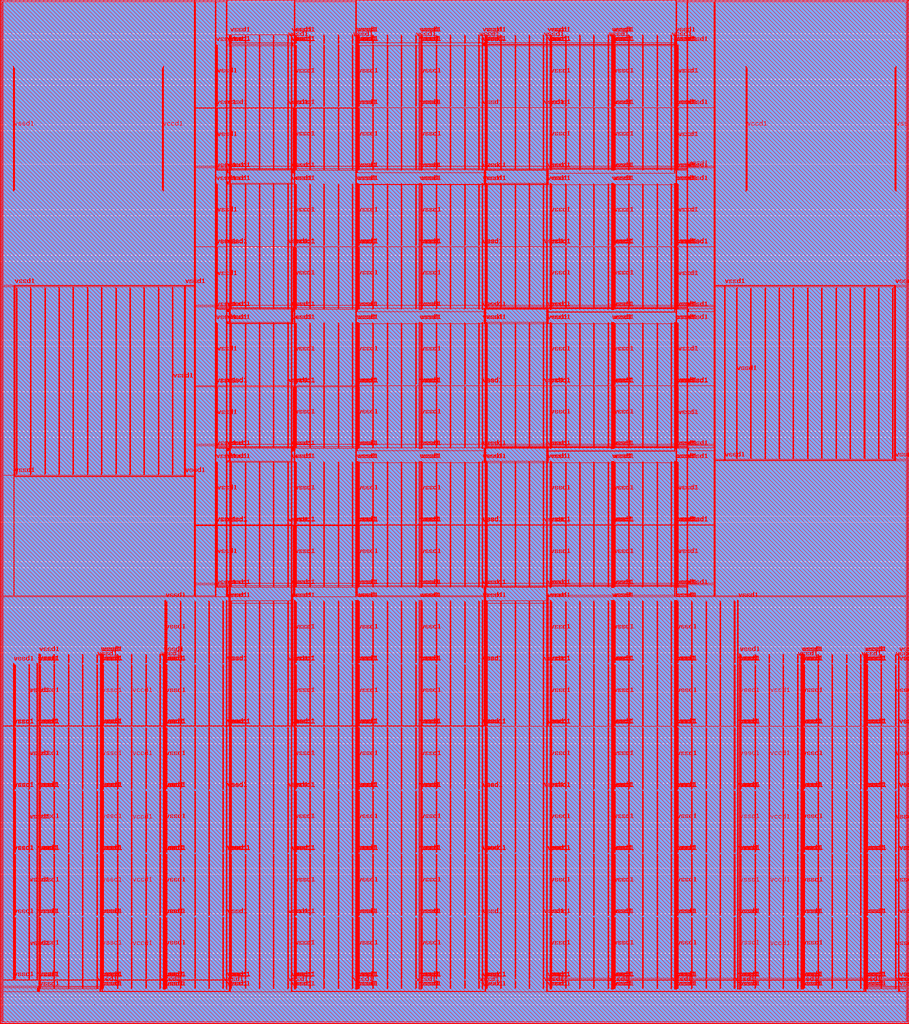
<source format=lef>
##
## LEF for PtnCells ;
## created by Innovus v19.11-s128_1 on Thu Dec 23 15:34:09 2021
##

VERSION 5.7 ;

BUSBITCHARS "[]" ;
DIVIDERCHAR "/" ;

MACRO eFPGA_CPU_top
  CLASS BLOCK ;
  SIZE 2881.440000 BY 3243.940000 ;
  FOREIGN eFPGA_CPU_top 0.000000 0.000000 ;
  ORIGIN 0 0 ;
  SYMMETRY X Y R90 ;
  PIN wb_clk_i
    DIRECTION INPUT ;
    USE SIGNAL ;
    ANTENNADIFFAREA 0.4347 LAYER met2  ;
    ANTENNAPARTIALMETALAREA 7.0867 LAYER met2  ;
    ANTENNAPARTIALMETALSIDEAREA 34.8635 LAYER met2  ;
    ANTENNAMODEL OXIDE1 ;
    ANTENNAGATEAREA 0.5607 LAYER met2  ;
    ANTENNAMAXAREACAR 23.6049 LAYER met2  ;
    ANTENNAMAXSIDEAREACAR 99.2301 LAYER met2  ;
    ANTENNAMAXCUTCAR 0.407937 LAYER via2  ;
    PORT
      LAYER met2 ;
        RECT 10.280000 0.000000 10.420000 0.485000 ;
    END
  END wb_clk_i
  PIN wb_rst_i
    DIRECTION INPUT ;
    USE SIGNAL ;
    ANTENNAPARTIALMETALAREA 12.3452 LAYER met2  ;
    ANTENNAPARTIALMETALSIDEAREA 61.565 LAYER met2  ;
    ANTENNAPARTIALCUTAREA 0.04 LAYER via2  ;
    ANTENNAPARTIALMETALAREA 9.0637 LAYER met3  ;
    ANTENNAPARTIALMETALSIDEAREA 49.28 LAYER met3  ;
    ANTENNAPARTIALCUTAREA 0.04 LAYER via3  ;
    ANTENNAPARTIALMETALAREA 4.3758 LAYER met4  ;
    ANTENNAPARTIALMETALSIDEAREA 23.808 LAYER met4  ;
    ANTENNAMODEL OXIDE1 ;
    ANTENNAGATEAREA 0.126 LAYER met4  ;
    ANTENNAMAXAREACAR 76.9079 LAYER met4  ;
    ANTENNAMAXSIDEAREACAR 389.984 LAYER met4  ;
    ANTENNAMAXCUTCAR 1.04286 LAYER via4  ;
    PORT
      LAYER met2 ;
        RECT 2744.060000 0.000000 2744.200000 0.485000 ;
    END
  END wb_rst_i
  PIN wbs_stb_i
    DIRECTION INPUT ;
    USE SIGNAL ;
    ANTENNAPARTIALMETALAREA 97.3268 LAYER met2  ;
    ANTENNAPARTIALMETALSIDEAREA 485.765 LAYER met2  ;
    ANTENNAPARTIALCUTAREA 0.04 LAYER via2  ;
    ANTENNAPARTIALMETALAREA 20.877 LAYER met3  ;
    ANTENNAPARTIALMETALSIDEAREA 113.696 LAYER met3  ;
    ANTENNAMODEL OXIDE1 ;
    ANTENNAGATEAREA 0.465 LAYER met3  ;
    ANTENNAMAXAREACAR 153.98 LAYER met3  ;
    ANTENNAMAXSIDEAREACAR 785.517 LAYER met3  ;
    ANTENNAMAXCUTCAR 0.43297 LAYER via3  ;
    PORT
      LAYER met2 ;
        RECT 35.580000 0.000000 35.720000 0.485000 ;
    END
  END wbs_stb_i
  PIN wbs_cyc_i
    DIRECTION INPUT ;
    USE SIGNAL ;
    ANTENNAPARTIALMETALAREA 25.3622 LAYER met2  ;
    ANTENNAPARTIALMETALSIDEAREA 126.532 LAYER met2  ;
    ANTENNAPARTIALCUTAREA 0.04 LAYER via2  ;
    ANTENNAPARTIALMETALAREA 11.8882 LAYER met3  ;
    ANTENNAPARTIALMETALSIDEAREA 68.104 LAYER met3  ;
    ANTENNAPARTIALCUTAREA 0.04 LAYER via3  ;
    ANTENNAPARTIALMETALAREA 2.9244 LAYER met4  ;
    ANTENNAPARTIALMETALSIDEAREA 19.36 LAYER met4  ;
    ANTENNAMODEL OXIDE1 ;
    ANTENNAGATEAREA 0.378 LAYER met4  ;
    ANTENNAMAXAREACAR 136.275 LAYER met4  ;
    ANTENNAMAXSIDEAREACAR 705.328 LAYER met4  ;
    ANTENNAMAXCUTCAR 1.85635 LAYER via4  ;
    PORT
      LAYER met2 ;
        RECT 60.880000 0.000000 61.020000 0.485000 ;
    END
  END wbs_cyc_i
  PIN wbs_we_i
    DIRECTION INPUT ;
    USE SIGNAL ;
    ANTENNAPARTIALMETALAREA 5.0014 LAYER met2  ;
    ANTENNAPARTIALMETALSIDEAREA 24.997 LAYER met2  ;
    ANTENNAMODEL OXIDE1 ;
    ANTENNAGATEAREA 0.126 LAYER met2  ;
    ANTENNAMAXAREACAR 43.7262 LAYER met2  ;
    ANTENNAMAXSIDEAREACAR 205.123 LAYER met2  ;
    ANTENNAMAXCUTCAR 0.407937 LAYER via2  ;
    PORT
      LAYER met2 ;
        RECT 86.180000 0.000000 86.320000 0.485000 ;
    END
  END wbs_we_i
  PIN wbs_sel_i[3]
    DIRECTION INPUT ;
    USE SIGNAL ;
    ANTENNAPARTIALMETALAREA 167.055 LAYER met2  ;
    ANTENNAPARTIALMETALSIDEAREA 834.876 LAYER met2  ;
    ANTENNAPARTIALCUTAREA 0.04 LAYER via2  ;
    ANTENNAPARTIALMETALAREA 0.2509 LAYER met3  ;
    ANTENNAPARTIALMETALSIDEAREA 1.808 LAYER met3  ;
    ANTENNAPARTIALCUTAREA 0.04 LAYER via3  ;
    ANTENNAPARTIALMETALAREA 3.7788 LAYER met4  ;
    ANTENNAPARTIALMETALSIDEAREA 20.624 LAYER met4  ;
    ANTENNAMODEL OXIDE1 ;
    ANTENNAGATEAREA 0.126 LAYER met4  ;
    ANTENNAMAXAREACAR 43.3397 LAYER met4  ;
    ANTENNAMAXSIDEAREACAR 217.627 LAYER met4  ;
    ANTENNAMAXCUTCAR 1.04286 LAYER via4  ;
    PORT
      LAYER met2 ;
        RECT 2794.660000 0.000000 2794.800000 0.485000 ;
    END
  END wbs_sel_i[3]
  PIN wbs_sel_i[2]
    DIRECTION INPUT ;
    USE SIGNAL ;
    ANTENNAPARTIALMETALAREA 166.513 LAYER met2  ;
    ANTENNAPARTIALMETALSIDEAREA 832.286 LAYER met2  ;
    ANTENNAPARTIALCUTAREA 0.04 LAYER via2  ;
    ANTENNAPARTIALMETALAREA 0.255 LAYER met3  ;
    ANTENNAPARTIALMETALSIDEAREA 1.808 LAYER met3  ;
    ANTENNAPARTIALCUTAREA 0.04 LAYER via3  ;
    ANTENNAPARTIALMETALAREA 3.9618 LAYER met4  ;
    ANTENNAPARTIALMETALSIDEAREA 21.6 LAYER met4  ;
    ANTENNAMODEL OXIDE1 ;
    ANTENNAGATEAREA 0.126 LAYER met4  ;
    ANTENNAMAXAREACAR 64.3817 LAYER met4  ;
    ANTENNAMAXSIDEAREACAR 324.095 LAYER met4  ;
    ANTENNAMAXCUTCAR 1.04286 LAYER via4  ;
    PORT
      LAYER met2 ;
        RECT 2819.960000 0.000000 2820.100000 0.485000 ;
    END
  END wbs_sel_i[2]
  PIN wbs_sel_i[1]
    DIRECTION INPUT ;
    USE SIGNAL ;
    ANTENNAPARTIALMETALAREA 169.653 LAYER met2  ;
    ANTENNAPARTIALMETALSIDEAREA 847.987 LAYER met2  ;
    ANTENNAPARTIALCUTAREA 0.04 LAYER via2  ;
    ANTENNAPARTIALMETALAREA 0.814 LAYER met3  ;
    ANTENNAPARTIALMETALSIDEAREA 4.808 LAYER met3  ;
    ANTENNAPARTIALCUTAREA 0.04 LAYER via3  ;
    ANTENNAPARTIALMETALAREA 0.9696 LAYER met4  ;
    ANTENNAPARTIALMETALSIDEAREA 6.112 LAYER met4  ;
    ANTENNAMODEL OXIDE1 ;
    ANTENNAGATEAREA 0.126 LAYER met4  ;
    ANTENNAMAXAREACAR 74.9103 LAYER met4  ;
    ANTENNAMAXSIDEAREACAR 395.54 LAYER met4  ;
    ANTENNAMAXCUTCAR 1.04286 LAYER via4  ;
    PORT
      LAYER met2 ;
        RECT 2845.260000 0.000000 2845.400000 0.485000 ;
    END
  END wbs_sel_i[1]
  PIN wbs_sel_i[0]
    DIRECTION INPUT ;
    USE SIGNAL ;
    ANTENNAPARTIALMETALAREA 2.0026 LAYER met2  ;
    ANTENNAPARTIALMETALSIDEAREA 10.003 LAYER met2  ;
    ANTENNAMODEL OXIDE1 ;
    ANTENNAGATEAREA 0.126 LAYER met2  ;
    ANTENNAMAXAREACAR 30.5444 LAYER met2  ;
    ANTENNAMAXSIDEAREACAR 138.679 LAYER met2  ;
    ANTENNAMAXCUTCAR 0.407937 LAYER via2  ;
    PORT
      LAYER met2 ;
        RECT 2871.020000 0.000000 2871.160000 0.485000 ;
    END
  END wbs_sel_i[0]
  PIN wbs_dat_i[31]
    DIRECTION INPUT ;
    USE SIGNAL ;
    ANTENNAPARTIALMETALAREA 17.8846 LAYER met2  ;
    ANTENNAPARTIALMETALSIDEAREA 89.026 LAYER met2  ;
    ANTENNAPARTIALCUTAREA 0.04 LAYER via2  ;
    ANTENNAPARTIALMETALAREA 1.4848 LAYER met3  ;
    ANTENNAPARTIALMETALSIDEAREA 8.856 LAYER met3  ;
    ANTENNAPARTIALCUTAREA 0.04 LAYER via3  ;
    ANTENNAPARTIALMETALAREA 2.265 LAYER met4  ;
    ANTENNAPARTIALMETALSIDEAREA 14.432 LAYER met4  ;
    ANTENNAMODEL OXIDE1 ;
    ANTENNAGATEAREA 0.213 LAYER met4  ;
    ANTENNAMAXAREACAR 57.1721 LAYER met4  ;
    ANTENNAMAXSIDEAREACAR 303.376 LAYER met4  ;
    ANTENNAMAXCUTCAR 0.616901 LAYER via4  ;
    PORT
      LAYER met2 ;
        RECT 111.480000 0.000000 111.620000 0.485000 ;
    END
  END wbs_dat_i[31]
  PIN wbs_dat_i[30]
    DIRECTION INPUT ;
    USE SIGNAL ;
    ANTENNAPARTIALMETALAREA 53.881 LAYER met2  ;
    ANTENNAPARTIALMETALSIDEAREA 268.772 LAYER met2  ;
    ANTENNAPARTIALCUTAREA 0.04 LAYER via2  ;
    ANTENNAPARTIALMETALAREA 36.763 LAYER met3  ;
    ANTENNAPARTIALMETALSIDEAREA 196.536 LAYER met3  ;
    ANTENNAPARTIALCUTAREA 0.04 LAYER via3  ;
    ANTENNAPARTIALMETALAREA 0.6516 LAYER met4  ;
    ANTENNAPARTIALMETALSIDEAREA 4.416 LAYER met4  ;
    ANTENNAMODEL OXIDE1 ;
    ANTENNAGATEAREA 0.126 LAYER met4  ;
    ANTENNAMAXAREACAR 49.4254 LAYER met4  ;
    ANTENNAMAXSIDEAREACAR 247.032 LAYER met4  ;
    ANTENNAMAXCUTCAR 1.04286 LAYER via4  ;
    PORT
      LAYER met2 ;
        RECT 136.780000 0.000000 136.920000 0.485000 ;
    END
  END wbs_dat_i[30]
  PIN wbs_dat_i[29]
    DIRECTION INPUT ;
    USE SIGNAL ;
    ANTENNAPARTIALMETALAREA 12.723 LAYER met2  ;
    ANTENNAPARTIALMETALSIDEAREA 63.336 LAYER met2  ;
    ANTENNAPARTIALCUTAREA 0.04 LAYER via2  ;
    ANTENNAPARTIALMETALAREA 151.64 LAYER met3  ;
    ANTENNAPARTIALMETALSIDEAREA 811.096 LAYER met3  ;
    ANTENNAPARTIALCUTAREA 0.04 LAYER via3  ;
    ANTENNAPARTIALMETALAREA 0.6516 LAYER met4  ;
    ANTENNAPARTIALMETALSIDEAREA 4.416 LAYER met4  ;
    ANTENNAMODEL OXIDE1 ;
    ANTENNAGATEAREA 0.126 LAYER met4  ;
    ANTENNAMAXAREACAR 69.0786 LAYER met4  ;
    ANTENNAMAXSIDEAREACAR 345.802 LAYER met4  ;
    ANTENNAMAXCUTCAR 1.04286 LAYER via4  ;
    PORT
      LAYER met2 ;
        RECT 162.080000 0.000000 162.220000 0.485000 ;
    END
  END wbs_dat_i[29]
  PIN wbs_dat_i[28]
    DIRECTION INPUT ;
    USE SIGNAL ;
    ANTENNAPARTIALMETALAREA 14.5462 LAYER met2  ;
    ANTENNAPARTIALMETALSIDEAREA 71.862 LAYER met2  ;
    ANTENNAPARTIALCUTAREA 0.04 LAYER via2  ;
    ANTENNAPARTIALMETALAREA 52.1566 LAYER met3  ;
    ANTENNAPARTIALMETALSIDEAREA 291.336 LAYER met3  ;
    ANTENNAPARTIALCUTAREA 0.04 LAYER via3  ;
    ANTENNADIFFAREA 0.4347 LAYER met4  ;
    ANTENNAPARTIALMETALAREA 0.9696 LAYER met4  ;
    ANTENNAPARTIALMETALSIDEAREA 6.112 LAYER met4  ;
    ANTENNAMODEL OXIDE1 ;
    ANTENNAGATEAREA 0.5607 LAYER met4  ;
    ANTENNAMAXAREACAR 106.066 LAYER met4  ;
    ANTENNAMAXSIDEAREACAR 530.966 LAYER met4  ;
    ANTENNAMAXCUTCAR 0.729187 LAYER via4  ;
    PORT
      LAYER met2 ;
        RECT 187.380000 0.000000 187.520000 0.485000 ;
    END
  END wbs_dat_i[28]
  PIN wbs_dat_i[27]
    DIRECTION INPUT ;
    USE SIGNAL ;
    ANTENNAPARTIALMETALAREA 1.307 LAYER met2  ;
    ANTENNAPARTIALMETALSIDEAREA 6.237 LAYER met2  ;
    ANTENNAPARTIALCUTAREA 0.04 LAYER via2  ;
    ANTENNAPARTIALMETALAREA 0.4 LAYER met3  ;
    ANTENNAPARTIALMETALSIDEAREA 2.6 LAYER met3  ;
    ANTENNAPARTIALCUTAREA 0.04 LAYER via3  ;
    ANTENNAPARTIALMETALAREA 7.4388 LAYER met4  ;
    ANTENNAPARTIALMETALSIDEAREA 40.144 LAYER met4  ;
    ANTENNAMODEL OXIDE1 ;
    ANTENNAGATEAREA 0.213 LAYER met4  ;
    ANTENNAMAXAREACAR 69.6458 LAYER met4  ;
    ANTENNAMAXSIDEAREACAR 360.408 LAYER met4  ;
    ANTENNAMAXCUTCAR 0.616901 LAYER via4  ;
    PORT
      LAYER met2 ;
        RECT 212.680000 0.000000 212.820000 0.485000 ;
    END
  END wbs_dat_i[27]
  PIN wbs_dat_i[26]
    DIRECTION INPUT ;
    USE SIGNAL ;
    ANTENNAPARTIALMETALAREA 38.806 LAYER met2  ;
    ANTENNAPARTIALMETALSIDEAREA 193.515 LAYER met2  ;
    ANTENNAPARTIALCUTAREA 0.04 LAYER via2  ;
    ANTENNAPARTIALMETALAREA 26.0542 LAYER met3  ;
    ANTENNAPARTIALMETALSIDEAREA 143.656 LAYER met3  ;
    ANTENNAPARTIALCUTAREA 0.04 LAYER via3  ;
    ANTENNAPARTIALMETALAREA 2.2344 LAYER met4  ;
    ANTENNAPARTIALMETALSIDEAREA 13.328 LAYER met4  ;
    ANTENNAMODEL OXIDE1 ;
    ANTENNAGATEAREA 0.126 LAYER met4  ;
    ANTENNAMAXAREACAR 105.526 LAYER met4  ;
    ANTENNAMAXSIDEAREACAR 533.881 LAYER met4  ;
    ANTENNAMAXCUTCAR 1.04286 LAYER via4  ;
    PORT
      LAYER met2 ;
        RECT 237.980000 0.000000 238.120000 0.485000 ;
    END
  END wbs_dat_i[26]
  PIN wbs_dat_i[25]
    DIRECTION INPUT ;
    USE SIGNAL ;
    ANTENNAPARTIALMETALAREA 110.142 LAYER met2  ;
    ANTENNAPARTIALMETALSIDEAREA 550.312 LAYER met2  ;
    ANTENNAPARTIALCUTAREA 0.04 LAYER via2  ;
    ANTENNAPARTIALMETALAREA 349.311 LAYER met3  ;
    ANTENNAPARTIALMETALSIDEAREA 1863.93 LAYER met3  ;
    ANTENNAPARTIALCUTAREA 0.04 LAYER via3  ;
    ANTENNAPARTIALMETALAREA 0.8508 LAYER met4  ;
    ANTENNAPARTIALMETALSIDEAREA 5.008 LAYER met4  ;
    ANTENNAMODEL OXIDE1 ;
    ANTENNAGATEAREA 0.126 LAYER met4  ;
    ANTENNAMAXAREACAR 20.3817 LAYER met4  ;
    ANTENNAMAXSIDEAREACAR 96.8016 LAYER met4  ;
    ANTENNAMAXCUTCAR 1.04286 LAYER via4  ;
    PORT
      LAYER met2 ;
        RECT 263.280000 0.000000 263.420000 0.485000 ;
    END
  END wbs_dat_i[25]
  PIN wbs_dat_i[24]
    DIRECTION INPUT ;
    USE SIGNAL ;
    ANTENNAPARTIALMETALAREA 58.3048 LAYER met2  ;
    ANTENNAPARTIALMETALSIDEAREA 290.773 LAYER met2  ;
    ANTENNAPARTIALCUTAREA 0.04 LAYER via2  ;
    ANTENNAPARTIALMETALAREA 472.731 LAYER met3  ;
    ANTENNAPARTIALMETALSIDEAREA 2525.46 LAYER met3  ;
    ANTENNAPARTIALCUTAREA 0.04 LAYER via3  ;
    ANTENNAPARTIALMETALAREA 0.6516 LAYER met4  ;
    ANTENNAPARTIALMETALSIDEAREA 4.416 LAYER met4  ;
    ANTENNAMODEL OXIDE1 ;
    ANTENNAGATEAREA 0.126 LAYER met4  ;
    ANTENNAMAXAREACAR 60.8024 LAYER met4  ;
    ANTENNAMAXSIDEAREACAR 317.675 LAYER met4  ;
    ANTENNAMAXCUTCAR 1.04286 LAYER via4  ;
    PORT
      LAYER met2 ;
        RECT 288.580000 0.000000 288.720000 0.485000 ;
    END
  END wbs_dat_i[24]
  PIN wbs_dat_i[23]
    DIRECTION INPUT ;
    USE SIGNAL ;
    ANTENNAPARTIALMETALAREA 48.6774 LAYER met2  ;
    ANTENNAPARTIALMETALSIDEAREA 242.872 LAYER met2  ;
    ANTENNAPARTIALCUTAREA 0.04 LAYER via2  ;
    ANTENNAPARTIALMETALAREA 36.943 LAYER met3  ;
    ANTENNAPARTIALMETALSIDEAREA 197.496 LAYER met3  ;
    ANTENNAPARTIALCUTAREA 0.04 LAYER via3  ;
    ANTENNAPARTIALMETALAREA 0.6516 LAYER met4  ;
    ANTENNAPARTIALMETALSIDEAREA 4.416 LAYER met4  ;
    ANTENNAMODEL OXIDE1 ;
    ANTENNAGATEAREA 0.126 LAYER met4  ;
    ANTENNAMAXAREACAR 58.6619 LAYER met4  ;
    ANTENNAMAXSIDEAREACAR 289.667 LAYER met4  ;
    ANTENNAMAXCUTCAR 1.04286 LAYER via4  ;
    PORT
      LAYER met2 ;
        RECT 313.880000 0.000000 314.020000 0.485000 ;
    END
  END wbs_dat_i[23]
  PIN wbs_dat_i[22]
    DIRECTION INPUT ;
    USE SIGNAL ;
    ANTENNAPARTIALMETALAREA 5.5128 LAYER met2  ;
    ANTENNAPARTIALMETALSIDEAREA 27.167 LAYER met2  ;
    ANTENNAPARTIALCUTAREA 0.04 LAYER via2  ;
    ANTENNAPARTIALMETALAREA 0.883 LAYER met3  ;
    ANTENNAPARTIALMETALSIDEAREA 5.176 LAYER met3  ;
    ANTENNAPARTIALCUTAREA 0.04 LAYER via3  ;
    ANTENNADIFFAREA 0.4347 LAYER met4  ;
    ANTENNAPARTIALMETALAREA 32.1276 LAYER met4  ;
    ANTENNAPARTIALMETALSIDEAREA 172.288 LAYER met4  ;
    ANTENNAMODEL OXIDE1 ;
    ANTENNAGATEAREA 0.5607 LAYER met4  ;
    ANTENNAMAXAREACAR 79.3096 LAYER met4  ;
    ANTENNAMAXSIDEAREACAR 399.363 LAYER met4  ;
    ANTENNAMAXCUTCAR 0.23435 LAYER via4  ;
    PORT
      LAYER met2 ;
        RECT 339.180000 0.000000 339.320000 0.485000 ;
    END
  END wbs_dat_i[22]
  PIN wbs_dat_i[21]
    DIRECTION INPUT ;
    USE SIGNAL ;
    ANTENNAPARTIALMETALAREA 31.5984 LAYER met2  ;
    ANTENNAPARTIALMETALSIDEAREA 157.241 LAYER met2  ;
    ANTENNAPARTIALCUTAREA 0.04 LAYER via2  ;
    ANTENNAPARTIALMETALAREA 4.2946 LAYER met3  ;
    ANTENNAPARTIALMETALSIDEAREA 24.312 LAYER met3  ;
    ANTENNAPARTIALCUTAREA 0.04 LAYER via3  ;
    ANTENNAPARTIALMETALAREA 0.9696 LAYER met4  ;
    ANTENNAPARTIALMETALSIDEAREA 6.112 LAYER met4  ;
    ANTENNAMODEL OXIDE1 ;
    ANTENNAGATEAREA 0.126 LAYER met4  ;
    ANTENNAMAXAREACAR 72.0643 LAYER met4  ;
    ANTENNAMAXSIDEAREACAR 385.198 LAYER met4  ;
    ANTENNAMAXCUTCAR 1.04286 LAYER via4  ;
    PORT
      LAYER met2 ;
        RECT 364.480000 0.000000 364.620000 0.485000 ;
    END
  END wbs_dat_i[21]
  PIN wbs_dat_i[20]
    DIRECTION INPUT ;
    USE SIGNAL ;
    ANTENNAPARTIALMETALAREA 19.178 LAYER met2  ;
    ANTENNAPARTIALMETALSIDEAREA 95.375 LAYER met2  ;
    ANTENNAPARTIALCUTAREA 0.04 LAYER via2  ;
    ANTENNAPARTIALMETALAREA 3.367 LAYER met3  ;
    ANTENNAPARTIALMETALSIDEAREA 18.424 LAYER met3  ;
    ANTENNAPARTIALCUTAREA 0.04 LAYER via3  ;
    ANTENNADIFFAREA 1.7388 LAYER met4  ;
    ANTENNAPARTIALMETALAREA 74.4888 LAYER met4  ;
    ANTENNAPARTIALMETALSIDEAREA 397.744 LAYER met4  ;
    ANTENNAMODEL OXIDE1 ;
    ANTENNAGATEAREA 1.8648 LAYER met4  ;
    ANTENNAMAXAREACAR 49.6305 LAYER met4  ;
    ANTENNAMAXSIDEAREACAR 243.866 LAYER met4  ;
    ANTENNAMAXCUTCAR 0.161143 LAYER via4  ;
    PORT
      LAYER met2 ;
        RECT 389.780000 0.000000 389.920000 0.485000 ;
    END
  END wbs_dat_i[20]
  PIN wbs_dat_i[19]
    DIRECTION INPUT ;
    USE SIGNAL ;
    ANTENNAPARTIALMETALAREA 6.098 LAYER met2  ;
    ANTENNAPARTIALMETALSIDEAREA 30.093 LAYER met2  ;
    ANTENNAPARTIALCUTAREA 0.04 LAYER via2  ;
    ANTENNAPARTIALMETALAREA 49.7404 LAYER met3  ;
    ANTENNAPARTIALMETALSIDEAREA 267.16 LAYER met3  ;
    ANTENNAPARTIALCUTAREA 0.04 LAYER via3  ;
    ANTENNAPARTIALMETALAREA 0.6516 LAYER met4  ;
    ANTENNAPARTIALMETALSIDEAREA 4.416 LAYER met4  ;
    ANTENNAMODEL OXIDE1 ;
    ANTENNAGATEAREA 0.126 LAYER met4  ;
    ANTENNAMAXAREACAR 28.5444 LAYER met4  ;
    ANTENNAMAXSIDEAREACAR 145.722 LAYER met4  ;
    ANTENNAMAXCUTCAR 1.04286 LAYER via4  ;
    PORT
      LAYER met2 ;
        RECT 415.080000 0.000000 415.220000 0.485000 ;
    END
  END wbs_dat_i[19]
  PIN wbs_dat_i[18]
    DIRECTION INPUT ;
    USE SIGNAL ;
    ANTENNAPARTIALMETALAREA 34.5372 LAYER met2  ;
    ANTENNAPARTIALMETALSIDEAREA 172.053 LAYER met2  ;
    ANTENNAPARTIALCUTAREA 0.04 LAYER via2  ;
    ANTENNAPARTIALMETALAREA 32.638 LAYER met3  ;
    ANTENNAPARTIALMETALSIDEAREA 179.24 LAYER met3  ;
    ANTENNAPARTIALCUTAREA 0.04 LAYER via3  ;
    ANTENNADIFFAREA 0.4347 LAYER met4  ;
    ANTENNAPARTIALMETALAREA 9.0054 LAYER met4  ;
    ANTENNAPARTIALMETALSIDEAREA 49.44 LAYER met4  ;
    ANTENNAMODEL OXIDE1 ;
    ANTENNAGATEAREA 0.5607 LAYER met4  ;
    ANTENNAMAXAREACAR 73.1231 LAYER met4  ;
    ANTENNAMAXSIDEAREACAR 358.814 LAYER met4  ;
    ANTENNAMAXCUTCAR 0.23435 LAYER via4  ;
    PORT
      LAYER met2 ;
        RECT 440.380000 0.000000 440.520000 0.485000 ;
    END
  END wbs_dat_i[18]
  PIN wbs_dat_i[17]
    DIRECTION INPUT ;
    USE SIGNAL ;
    ANTENNAPARTIALMETALAREA 6.9158 LAYER met2  ;
    ANTENNAPARTIALMETALSIDEAREA 34.3 LAYER met2  ;
    ANTENNAPARTIALCUTAREA 0.04 LAYER via2  ;
    ANTENNAPARTIALMETALAREA 283.037 LAYER met3  ;
    ANTENNAPARTIALMETALSIDEAREA 1511.88 LAYER met3  ;
    ANTENNAPARTIALCUTAREA 0.04 LAYER via3  ;
    ANTENNAPARTIALMETALAREA 0.6516 LAYER met4  ;
    ANTENNAPARTIALMETALSIDEAREA 4.416 LAYER met4  ;
    ANTENNAMODEL OXIDE1 ;
    ANTENNAGATEAREA 0.126 LAYER met4  ;
    ANTENNAMAXAREACAR 19.2722 LAYER met4  ;
    ANTENNAMAXSIDEAREACAR 94.0556 LAYER met4  ;
    ANTENNAMAXCUTCAR 1.04286 LAYER via4  ;
    PORT
      LAYER met2 ;
        RECT 465.680000 0.000000 465.820000 0.485000 ;
    END
  END wbs_dat_i[17]
  PIN wbs_dat_i[16]
    DIRECTION INPUT ;
    USE SIGNAL ;
    ANTENNAPARTIALMETALAREA 6.9044 LAYER met2  ;
    ANTENNAPARTIALMETALSIDEAREA 34.125 LAYER met2  ;
    ANTENNAPARTIALCUTAREA 0.04 LAYER via2  ;
    ANTENNAPARTIALMETALAREA 19.5973 LAYER met3  ;
    ANTENNAPARTIALMETALSIDEAREA 108.752 LAYER met3  ;
    ANTENNAPARTIALCUTAREA 0.04 LAYER via3  ;
    ANTENNAPARTIALMETALAREA 4.2474 LAYER met4  ;
    ANTENNAPARTIALMETALSIDEAREA 24.064 LAYER met4  ;
    ANTENNAMODEL OXIDE1 ;
    ANTENNAGATEAREA 0.126 LAYER met4  ;
    ANTENNAMAXAREACAR 140.925 LAYER met4  ;
    ANTENNAMAXSIDEAREACAR 724.357 LAYER met4  ;
    ANTENNAMAXCUTCAR 1.04286 LAYER via4  ;
    PORT
      LAYER met2 ;
        RECT 490.980000 0.000000 491.120000 0.485000 ;
    END
  END wbs_dat_i[16]
  PIN wbs_dat_i[15]
    DIRECTION INPUT ;
    USE SIGNAL ;
    ANTENNAPARTIALMETALAREA 9.6978 LAYER met2  ;
    ANTENNAPARTIALMETALSIDEAREA 48.328 LAYER met2  ;
    ANTENNAPARTIALCUTAREA 0.04 LAYER via2  ;
    ANTENNAPARTIALMETALAREA 0.255 LAYER met3  ;
    ANTENNAPARTIALMETALSIDEAREA 1.808 LAYER met3  ;
    ANTENNAPARTIALCUTAREA 0.04 LAYER via3  ;
    ANTENNAPARTIALMETALAREA 6.1578 LAYER met4  ;
    ANTENNAPARTIALMETALSIDEAREA 33.312 LAYER met4  ;
    ANTENNAMODEL OXIDE1 ;
    ANTENNAGATEAREA 0.126 LAYER met4  ;
    ANTENNAMAXAREACAR 68.7421 LAYER met4  ;
    ANTENNAMAXSIDEAREACAR 350.77 LAYER met4  ;
    ANTENNAMAXCUTCAR 1.04286 LAYER via4  ;
    PORT
      LAYER met2 ;
        RECT 516.280000 0.000000 516.420000 0.485000 ;
    END
  END wbs_dat_i[15]
  PIN wbs_dat_i[14]
    DIRECTION INPUT ;
    USE SIGNAL ;
    ANTENNAPARTIALMETALAREA 114.695 LAYER met2  ;
    ANTENNAPARTIALMETALSIDEAREA 571.781 LAYER met2  ;
    ANTENNAPARTIALCUTAREA 0.04 LAYER via2  ;
    ANTENNAPARTIALMETALAREA 201.245 LAYER met3  ;
    ANTENNAPARTIALMETALSIDEAREA 1077.06 LAYER met3  ;
    ANTENNAPARTIALCUTAREA 0.04 LAYER via3  ;
    ANTENNAPARTIALMETALAREA 0.6516 LAYER met4  ;
    ANTENNAPARTIALMETALSIDEAREA 4.416 LAYER met4  ;
    ANTENNAMODEL OXIDE1 ;
    ANTENNAGATEAREA 0.126 LAYER met4  ;
    ANTENNAMAXAREACAR 37.15 LAYER met4  ;
    ANTENNAMAXSIDEAREACAR 184.722 LAYER met4  ;
    ANTENNAMAXCUTCAR 1.04286 LAYER via4  ;
    PORT
      LAYER met2 ;
        RECT 541.580000 0.000000 541.720000 0.485000 ;
    END
  END wbs_dat_i[14]
  PIN wbs_dat_i[13]
    DIRECTION INPUT ;
    USE SIGNAL ;
    ANTENNAPARTIALMETALAREA 55.5152 LAYER met2  ;
    ANTENNAPARTIALMETALSIDEAREA 276.353 LAYER met2  ;
    ANTENNAPARTIALCUTAREA 0.04 LAYER via2  ;
    ANTENNAPARTIALMETALAREA 7.3944 LAYER met3  ;
    ANTENNAPARTIALMETALSIDEAREA 40.848 LAYER met3  ;
    ANTENNAMODEL OXIDE1 ;
    ANTENNAGATEAREA 0.126 LAYER met3  ;
    ANTENNAMAXAREACAR 110.836 LAYER met3  ;
    ANTENNAMAXSIDEAREACAR 569.619 LAYER met3  ;
    ANTENNAMAXCUTCAR 0.725397 LAYER via3  ;
    PORT
      LAYER met2 ;
        RECT 566.880000 0.000000 567.020000 0.485000 ;
    END
  END wbs_dat_i[13]
  PIN wbs_dat_i[12]
    DIRECTION INPUT ;
    USE SIGNAL ;
    ANTENNAPARTIALMETALAREA 7.2936 LAYER met2  ;
    ANTENNAPARTIALMETALSIDEAREA 36.071 LAYER met2  ;
    ANTENNAPARTIALCUTAREA 0.04 LAYER via2  ;
    ANTENNAPARTIALMETALAREA 14.8456 LAYER met3  ;
    ANTENNAPARTIALMETALSIDEAREA 82.936 LAYER met3  ;
    ANTENNAPARTIALCUTAREA 0.04 LAYER via3  ;
    ANTENNAPARTIALMETALAREA 0.6516 LAYER met4  ;
    ANTENNAPARTIALMETALSIDEAREA 4.416 LAYER met4  ;
    ANTENNAMODEL OXIDE1 ;
    ANTENNAGATEAREA 0.126 LAYER met4  ;
    ANTENNAMAXAREACAR 105.202 LAYER met4  ;
    ANTENNAMAXSIDEAREACAR 524.722 LAYER met4  ;
    ANTENNAMAXCUTCAR 1.04286 LAYER via4  ;
    PORT
      LAYER met2 ;
        RECT 592.180000 0.000000 592.320000 0.485000 ;
    END
  END wbs_dat_i[12]
  PIN wbs_dat_i[11]
    DIRECTION INPUT ;
    USE SIGNAL ;
    ANTENNAPARTIALMETALAREA 12.325 LAYER met2  ;
    ANTENNAPARTIALMETALSIDEAREA 61.439 LAYER met2  ;
    ANTENNAPARTIALCUTAREA 0.04 LAYER via2  ;
    ANTENNADIFFAREA 0.4347 LAYER met3  ;
    ANTENNAPARTIALMETALAREA 9.6024 LAYER met3  ;
    ANTENNAPARTIALMETALSIDEAREA 52.624 LAYER met3  ;
    ANTENNAMODEL OXIDE1 ;
    ANTENNAGATEAREA 1.4247 LAYER met3  ;
    ANTENNAMAXAREACAR 134.379 LAYER met3  ;
    ANTENNAMAXSIDEAREACAR 654.531 LAYER met3  ;
    ANTENNAMAXCUTCAR 0.354037 LAYER via3  ;
    PORT
      LAYER met2 ;
        RECT 617.480000 0.000000 617.620000 0.485000 ;
    END
  END wbs_dat_i[11]
  PIN wbs_dat_i[10]
    DIRECTION INPUT ;
    USE SIGNAL ;
    ANTENNAPARTIALMETALAREA 8.0752 LAYER met2  ;
    ANTENNAPARTIALMETALSIDEAREA 40.215 LAYER met2  ;
    ANTENNAPARTIALCUTAREA 0.04 LAYER via2  ;
    ANTENNADIFFAREA 0.4347 LAYER met3  ;
    ANTENNAPARTIALMETALAREA 69.5844 LAYER met3  ;
    ANTENNAPARTIALMETALSIDEAREA 372.528 LAYER met3  ;
    ANTENNAMODEL OXIDE1 ;
    ANTENNAGATEAREA 1.9197 LAYER met3  ;
    ANTENNAMAXAREACAR 67.4019 LAYER met3  ;
    ANTENNAMAXSIDEAREACAR 347.885 LAYER met3  ;
    ANTENNAMAXCUTCAR 0.302277 LAYER via3  ;
    PORT
      LAYER met2 ;
        RECT 642.780000 0.000000 642.920000 0.485000 ;
    END
  END wbs_dat_i[10]
  PIN wbs_dat_i[9]
    DIRECTION INPUT ;
    USE SIGNAL ;
    ANTENNAPARTIALMETALAREA 27.0006 LAYER met2  ;
    ANTENNAPARTIALMETALSIDEAREA 134.134 LAYER met2  ;
    ANTENNAPARTIALCUTAREA 0.04 LAYER via2  ;
    ANTENNAPARTIALMETALAREA 32.611 LAYER met3  ;
    ANTENNAPARTIALMETALSIDEAREA 179.096 LAYER met3  ;
    ANTENNAPARTIALCUTAREA 0.04 LAYER via3  ;
    ANTENNADIFFAREA 0.4347 LAYER met4  ;
    ANTENNAPARTIALMETALAREA 16.4442 LAYER met4  ;
    ANTENNAPARTIALMETALSIDEAREA 89.584 LAYER met4  ;
    ANTENNAMODEL OXIDE1 ;
    ANTENNAGATEAREA 0.5607 LAYER met4  ;
    ANTENNAMAXAREACAR 57.9492 LAYER met4  ;
    ANTENNAMAXSIDEAREACAR 288.077 LAYER met4  ;
    ANTENNAMAXCUTCAR 0.23435 LAYER via4  ;
    PORT
      LAYER met2 ;
        RECT 668.080000 0.000000 668.220000 0.485000 ;
    END
  END wbs_dat_i[9]
  PIN wbs_dat_i[8]
    DIRECTION INPUT ;
    USE SIGNAL ;
    ANTENNAPARTIALMETALAREA 42.9708 LAYER met2  ;
    ANTENNAPARTIALMETALSIDEAREA 214.221 LAYER met2  ;
    ANTENNAPARTIALCUTAREA 0.04 LAYER via2  ;
    ANTENNAPARTIALMETALAREA 21.6634 LAYER met3  ;
    ANTENNAPARTIALMETALSIDEAREA 117.416 LAYER met3  ;
    ANTENNAPARTIALCUTAREA 0.04 LAYER via3  ;
    ANTENNAPARTIALMETALAREA 0.6516 LAYER met4  ;
    ANTENNAPARTIALMETALSIDEAREA 4.416 LAYER met4  ;
    ANTENNAMODEL OXIDE1 ;
    ANTENNAGATEAREA 0.126 LAYER met4  ;
    ANTENNAMAXAREACAR 85.7087 LAYER met4  ;
    ANTENNAMAXSIDEAREACAR 427.698 LAYER met4  ;
    ANTENNAMAXCUTCAR 1.04286 LAYER via4  ;
    PORT
      LAYER met2 ;
        RECT 693.380000 0.000000 693.520000 0.485000 ;
    END
  END wbs_dat_i[8]
  PIN wbs_dat_i[7]
    DIRECTION INPUT ;
    USE SIGNAL ;
    ANTENNAPARTIALMETALAREA 17.2226 LAYER met2  ;
    ANTENNAPARTIALMETALSIDEAREA 85.834 LAYER met2  ;
    ANTENNAPARTIALCUTAREA 0.04 LAYER via2  ;
    ANTENNAPARTIALMETALAREA 38.8714 LAYER met3  ;
    ANTENNAPARTIALMETALSIDEAREA 213.896 LAYER met3  ;
    ANTENNAPARTIALCUTAREA 0.04 LAYER via3  ;
    ANTENNAPARTIALMETALAREA 7.3584 LAYER met4  ;
    ANTENNAPARTIALMETALSIDEAREA 40.656 LAYER met4  ;
    ANTENNAMODEL OXIDE1 ;
    ANTENNAGATEAREA 0.126 LAYER met4  ;
    ANTENNAMAXAREACAR 192.772 LAYER met4  ;
    ANTENNAMAXSIDEAREACAR 1002.63 LAYER met4  ;
    ANTENNAMAXCUTCAR 1.04286 LAYER via4  ;
    PORT
      LAYER met2 ;
        RECT 718.680000 0.000000 718.820000 0.485000 ;
    END
  END wbs_dat_i[7]
  PIN wbs_dat_i[6]
    DIRECTION INPUT ;
    USE SIGNAL ;
    ANTENNAPARTIALMETALAREA 191.72 LAYER met2  ;
    ANTENNAPARTIALMETALSIDEAREA 958.202 LAYER met2  ;
    ANTENNAPARTIALCUTAREA 0.04 LAYER via2  ;
    ANTENNAPARTIALMETALAREA 17.488 LAYER met3  ;
    ANTENNAPARTIALMETALSIDEAREA 93.736 LAYER met3  ;
    ANTENNAPARTIALCUTAREA 0.04 LAYER via3  ;
    ANTENNAPARTIALMETALAREA 0.6516 LAYER met4  ;
    ANTENNAPARTIALMETALSIDEAREA 4.416 LAYER met4  ;
    ANTENNAMODEL OXIDE1 ;
    ANTENNAGATEAREA 0.126 LAYER met4  ;
    ANTENNAMAXAREACAR 50.1968 LAYER met4  ;
    ANTENNAMAXSIDEAREACAR 262.19 LAYER met4  ;
    ANTENNAMAXCUTCAR 1.04286 LAYER via4  ;
    PORT
      LAYER met2 ;
        RECT 744.440000 0.000000 744.580000 0.485000 ;
    END
  END wbs_dat_i[6]
  PIN wbs_dat_i[5]
    DIRECTION INPUT ;
    USE SIGNAL ;
    ANTENNAPARTIALMETALAREA 20.3112 LAYER met2  ;
    ANTENNAPARTIALMETALSIDEAREA 100.569 LAYER met2  ;
    ANTENNAPARTIALCUTAREA 0.04 LAYER via2  ;
    ANTENNAPARTIALMETALAREA 4.2462 LAYER met3  ;
    ANTENNAPARTIALMETALSIDEAREA 24.528 LAYER met3  ;
    ANTENNAMODEL OXIDE1 ;
    ANTENNAGATEAREA 0.126 LAYER met3  ;
    ANTENNAMAXAREACAR 97.8452 LAYER met3  ;
    ANTENNAMAXSIDEAREACAR 500.357 LAYER met3  ;
    ANTENNAMAXCUTCAR 0.725397 LAYER via3  ;
    PORT
      LAYER met2 ;
        RECT 769.740000 0.000000 769.880000 0.485000 ;
    END
  END wbs_dat_i[5]
  PIN wbs_dat_i[4]
    DIRECTION INPUT ;
    USE SIGNAL ;
    ANTENNAPARTIALMETALAREA 21.3528 LAYER met2  ;
    ANTENNAPARTIALMETALSIDEAREA 105.777 LAYER met2  ;
    ANTENNAPARTIALCUTAREA 0.04 LAYER via2  ;
    ANTENNAPARTIALMETALAREA 109.906 LAYER met3  ;
    ANTENNAPARTIALMETALSIDEAREA 591.336 LAYER met3  ;
    ANTENNAPARTIALCUTAREA 0.04 LAYER via3  ;
    ANTENNAPARTIALMETALAREA 0.6516 LAYER met4  ;
    ANTENNAPARTIALMETALSIDEAREA 4.416 LAYER met4  ;
    ANTENNAMODEL OXIDE1 ;
    ANTENNAGATEAREA 0.126 LAYER met4  ;
    ANTENNAMAXAREACAR 44.9667 LAYER met4  ;
    ANTENNAMAXSIDEAREACAR 228.373 LAYER met4  ;
    ANTENNAMAXCUTCAR 1.04286 LAYER via4  ;
    PORT
      LAYER met2 ;
        RECT 795.040000 0.000000 795.180000 0.485000 ;
    END
  END wbs_dat_i[4]
  PIN wbs_dat_i[3]
    DIRECTION INPUT ;
    USE SIGNAL ;
    ANTENNAPARTIALMETALAREA 2.0026 LAYER met2  ;
    ANTENNAPARTIALMETALSIDEAREA 10.003 LAYER met2  ;
    ANTENNAMODEL OXIDE1 ;
    ANTENNAGATEAREA 0.126 LAYER met2  ;
    ANTENNAMAXAREACAR 23.9 LAYER met2  ;
    ANTENNAMAXSIDEAREACAR 105.456 LAYER met2  ;
    ANTENNAMAXCUTCAR 0.407937 LAYER via2  ;
    PORT
      LAYER met2 ;
        RECT 820.340000 0.000000 820.480000 0.485000 ;
    END
  END wbs_dat_i[3]
  PIN wbs_dat_i[2]
    DIRECTION INPUT ;
    USE SIGNAL ;
    ANTENNAPARTIALMETALAREA 12.5522 LAYER met2  ;
    ANTENNAPARTIALMETALSIDEAREA 62.482 LAYER met2  ;
    ANTENNAPARTIALCUTAREA 0.04 LAYER via2  ;
    ANTENNAPARTIALMETALAREA 11.7772 LAYER met3  ;
    ANTENNAPARTIALMETALSIDEAREA 65.16 LAYER met3  ;
    ANTENNAPARTIALCUTAREA 0.04 LAYER via3  ;
    ANTENNAPARTIALMETALAREA 0.6516 LAYER met4  ;
    ANTENNAPARTIALMETALSIDEAREA 4.416 LAYER met4  ;
    ANTENNAMODEL OXIDE1 ;
    ANTENNAGATEAREA 0.126 LAYER met4  ;
    ANTENNAMAXAREACAR 55.1976 LAYER met4  ;
    ANTENNAMAXSIDEAREACAR 279.183 LAYER met4  ;
    ANTENNAMAXCUTCAR 1.04286 LAYER via4  ;
    PORT
      LAYER met2 ;
        RECT 845.640000 0.000000 845.780000 0.485000 ;
    END
  END wbs_dat_i[2]
  PIN wbs_dat_i[1]
    DIRECTION INPUT ;
    USE SIGNAL ;
    ANTENNADIFFAREA 0.4347 LAYER met2  ;
    ANTENNAPARTIALMETALAREA 17.4746 LAYER met2  ;
    ANTENNAPARTIALMETALSIDEAREA 86.632 LAYER met2  ;
    ANTENNAMODEL OXIDE1 ;
    ANTENNAGATEAREA 0.4347 LAYER met2  ;
    ANTENNAMAXAREACAR 44.2922 LAYER met2  ;
    ANTENNAMAXSIDEAREACAR 202.03 LAYER met2  ;
    ANTENNAPARTIALCUTAREA 0.04 LAYER via2  ;
    ANTENNAMAXCUTCAR 0.21026 LAYER via2  ;
    ANTENNADIFFAREA 0.4347 LAYER met3  ;
    ANTENNAPARTIALMETALAREA 38.3658 LAYER met3  ;
    ANTENNAPARTIALMETALSIDEAREA 205.536 LAYER met3  ;
    ANTENNAGATEAREA 0.4347 LAYER met3  ;
    ANTENNAMAXAREACAR 132.55 LAYER met3  ;
    ANTENNAMAXSIDEAREACAR 674.853 LAYER met3  ;
    ANTENNAPARTIALCUTAREA 0.04 LAYER via3  ;
    ANTENNAMAXCUTCAR 0.302277 LAYER via3  ;
    ANTENNADIFFAREA 0.4347 LAYER met4  ;
    ANTENNAPARTIALMETALAREA 3.9618 LAYER met4  ;
    ANTENNAPARTIALMETALSIDEAREA 21.6 LAYER met4  ;
    ANTENNAGATEAREA 0.9297 LAYER met4  ;
    ANTENNAMAXAREACAR 136.812 LAYER met4  ;
    ANTENNAMAXSIDEAREACAR 698.086 LAYER met4  ;
    ANTENNAMAXCUTCAR 0.302277 LAYER via4  ;
    PORT
      LAYER met2 ;
        RECT 870.940000 0.000000 871.080000 0.485000 ;
    END
  END wbs_dat_i[1]
  PIN wbs_dat_i[0]
    DIRECTION INPUT ;
    USE SIGNAL ;
    ANTENNADIFFAREA 0.4347 LAYER met2  ;
    ANTENNAPARTIALMETALAREA 14.257 LAYER met2  ;
    ANTENNAPARTIALMETALSIDEAREA 70.77 LAYER met2  ;
    ANTENNAMODEL OXIDE1 ;
    ANTENNAGATEAREA 0.4347 LAYER met2  ;
    ANTENNAMAXAREACAR 36.8903 LAYER met2  ;
    ANTENNAMAXSIDEAREACAR 165.541 LAYER met2  ;
    ANTENNAPARTIALCUTAREA 0.04 LAYER via2  ;
    ANTENNAMAXCUTCAR 0.21026 LAYER via2  ;
    ANTENNADIFFAREA 0.4347 LAYER met3  ;
    ANTENNAPARTIALMETALAREA 92.053 LAYER met3  ;
    ANTENNAPARTIALMETALSIDEAREA 491.416 LAYER met3  ;
    ANTENNAGATEAREA 0.4347 LAYER met3  ;
    ANTENNAMAXAREACAR 248.652 LAYER met3  ;
    ANTENNAMAXSIDEAREACAR 1296.01 LAYER met3  ;
    ANTENNAPARTIALCUTAREA 0.04 LAYER via3  ;
    ANTENNAMAXCUTCAR 0.302277 LAYER via3  ;
    ANTENNADIFFAREA 0.4347 LAYER met4  ;
    ANTENNAPARTIALMETALAREA 96.9096 LAYER met4  ;
    ANTENNAPARTIALMETALSIDEAREA 517.792 LAYER met4  ;
    ANTENNAGATEAREA 1.4247 LAYER met4  ;
    ANTENNAMAXAREACAR 316.673 LAYER met4  ;
    ANTENNAMAXSIDEAREACAR 1659.45 LAYER met4  ;
    ANTENNAMAXCUTCAR 0.302277 LAYER via4  ;
    PORT
      LAYER met2 ;
        RECT 896.240000 0.000000 896.380000 0.485000 ;
    END
  END wbs_dat_i[0]
  PIN wbs_adr_i[31]
    DIRECTION INPUT ;
    USE SIGNAL ;
    PORT
      LAYER met2 ;
        RECT 921.540000 0.000000 921.680000 0.485000 ;
    END
  END wbs_adr_i[31]
  PIN wbs_adr_i[30]
    DIRECTION INPUT ;
    USE SIGNAL ;
    PORT
      LAYER met2 ;
        RECT 946.840000 0.000000 946.980000 0.485000 ;
    END
  END wbs_adr_i[30]
  PIN wbs_adr_i[29]
    DIRECTION INPUT ;
    USE SIGNAL ;
    PORT
      LAYER met2 ;
        RECT 972.140000 0.000000 972.280000 0.485000 ;
    END
  END wbs_adr_i[29]
  PIN wbs_adr_i[28]
    DIRECTION INPUT ;
    USE SIGNAL ;
    PORT
      LAYER met2 ;
        RECT 997.440000 0.000000 997.580000 0.485000 ;
    END
  END wbs_adr_i[28]
  PIN wbs_adr_i[27]
    DIRECTION INPUT ;
    USE SIGNAL ;
    PORT
      LAYER met2 ;
        RECT 1022.740000 0.000000 1022.880000 0.485000 ;
    END
  END wbs_adr_i[27]
  PIN wbs_adr_i[26]
    DIRECTION INPUT ;
    USE SIGNAL ;
    PORT
      LAYER met2 ;
        RECT 1048.040000 0.000000 1048.180000 0.485000 ;
    END
  END wbs_adr_i[26]
  PIN wbs_adr_i[25]
    DIRECTION INPUT ;
    USE SIGNAL ;
    PORT
      LAYER met2 ;
        RECT 1073.340000 0.000000 1073.480000 0.485000 ;
    END
  END wbs_adr_i[25]
  PIN wbs_adr_i[24]
    DIRECTION INPUT ;
    USE SIGNAL ;
    PORT
      LAYER met2 ;
        RECT 1098.640000 0.000000 1098.780000 0.485000 ;
    END
  END wbs_adr_i[24]
  PIN wbs_adr_i[23]
    DIRECTION INPUT ;
    USE SIGNAL ;
    PORT
      LAYER met2 ;
        RECT 1123.940000 0.000000 1124.080000 0.485000 ;
    END
  END wbs_adr_i[23]
  PIN wbs_adr_i[22]
    DIRECTION INPUT ;
    USE SIGNAL ;
    PORT
      LAYER met2 ;
        RECT 1149.240000 0.000000 1149.380000 0.485000 ;
    END
  END wbs_adr_i[22]
  PIN wbs_adr_i[21]
    DIRECTION INPUT ;
    USE SIGNAL ;
    PORT
      LAYER met2 ;
        RECT 1174.540000 0.000000 1174.680000 0.485000 ;
    END
  END wbs_adr_i[21]
  PIN wbs_adr_i[20]
    DIRECTION INPUT ;
    USE SIGNAL ;
    PORT
      LAYER met2 ;
        RECT 1199.840000 0.000000 1199.980000 0.485000 ;
    END
  END wbs_adr_i[20]
  PIN wbs_adr_i[19]
    DIRECTION INPUT ;
    USE SIGNAL ;
    PORT
      LAYER met2 ;
        RECT 1225.140000 0.000000 1225.280000 0.485000 ;
    END
  END wbs_adr_i[19]
  PIN wbs_adr_i[18]
    DIRECTION INPUT ;
    USE SIGNAL ;
    PORT
      LAYER met2 ;
        RECT 1250.440000 0.000000 1250.580000 0.485000 ;
    END
  END wbs_adr_i[18]
  PIN wbs_adr_i[17]
    DIRECTION INPUT ;
    USE SIGNAL ;
    PORT
      LAYER met2 ;
        RECT 1275.740000 0.000000 1275.880000 0.485000 ;
    END
  END wbs_adr_i[17]
  PIN wbs_adr_i[16]
    DIRECTION INPUT ;
    USE SIGNAL ;
    PORT
      LAYER met2 ;
        RECT 1301.040000 0.000000 1301.180000 0.485000 ;
    END
  END wbs_adr_i[16]
  PIN wbs_adr_i[15]
    DIRECTION INPUT ;
    USE SIGNAL ;
    PORT
      LAYER met2 ;
        RECT 1326.340000 0.000000 1326.480000 0.485000 ;
    END
  END wbs_adr_i[15]
  PIN wbs_adr_i[14]
    DIRECTION INPUT ;
    USE SIGNAL ;
    PORT
      LAYER met2 ;
        RECT 1351.640000 0.000000 1351.780000 0.485000 ;
    END
  END wbs_adr_i[14]
  PIN wbs_adr_i[13]
    DIRECTION INPUT ;
    USE SIGNAL ;
    PORT
      LAYER met2 ;
        RECT 1376.940000 0.000000 1377.080000 0.485000 ;
    END
  END wbs_adr_i[13]
  PIN wbs_adr_i[12]
    DIRECTION INPUT ;
    USE SIGNAL ;
    PORT
      LAYER met2 ;
        RECT 1402.240000 0.000000 1402.380000 0.485000 ;
    END
  END wbs_adr_i[12]
  PIN wbs_adr_i[11]
    DIRECTION INPUT ;
    USE SIGNAL ;
    ANTENNAPARTIALMETALAREA 87.6844 LAYER met2  ;
    ANTENNAPARTIALMETALSIDEAREA 436.373 LAYER met2  ;
    ANTENNAPARTIALCUTAREA 0.04 LAYER via2  ;
    ANTENNAPARTIALMETALAREA 1.8552 LAYER met3  ;
    ANTENNAPARTIALMETALSIDEAREA 11.776 LAYER met3  ;
    ANTENNAMODEL OXIDE1 ;
    ANTENNAGATEAREA 0.126 LAYER met3  ;
    ANTENNAMAXAREACAR 83.1103 LAYER met3  ;
    ANTENNAMAXSIDEAREACAR 415.389 LAYER met3  ;
    ANTENNAMAXCUTCAR 0.725397 LAYER via3  ;
    PORT
      LAYER met2 ;
        RECT 1427.540000 0.000000 1427.680000 0.485000 ;
    END
  END wbs_adr_i[11]
  PIN wbs_adr_i[10]
    DIRECTION INPUT ;
    USE SIGNAL ;
    ANTENNAPARTIALMETALAREA 29.0062 LAYER met2  ;
    ANTENNAPARTIALMETALSIDEAREA 143.808 LAYER met2  ;
    ANTENNAPARTIALCUTAREA 0.04 LAYER via2  ;
    ANTENNAPARTIALMETALAREA 0.7896 LAYER met3  ;
    ANTENNAPARTIALMETALSIDEAREA 5.152 LAYER met3  ;
    ANTENNAMODEL OXIDE1 ;
    ANTENNAGATEAREA 0.213 LAYER met3  ;
    ANTENNAMAXAREACAR 55.2631 LAYER met3  ;
    ANTENNAMAXSIDEAREACAR 276.385 LAYER met3  ;
    ANTENNAMAXCUTCAR 0.429108 LAYER via3  ;
    PORT
      LAYER met2 ;
        RECT 1453.300000 0.000000 1453.440000 0.485000 ;
    END
  END wbs_adr_i[10]
  PIN wbs_adr_i[9]
    DIRECTION INPUT ;
    USE SIGNAL ;
    PORT
      LAYER met2 ;
        RECT 1478.600000 0.000000 1478.740000 0.485000 ;
    END
  END wbs_adr_i[9]
  PIN wbs_adr_i[8]
    DIRECTION INPUT ;
    USE SIGNAL ;
    PORT
      LAYER met2 ;
        RECT 1503.900000 0.000000 1504.040000 0.485000 ;
    END
  END wbs_adr_i[8]
  PIN wbs_adr_i[7]
    DIRECTION INPUT ;
    USE SIGNAL ;
    ANTENNAPARTIALMETALAREA 15.7378 LAYER met2  ;
    ANTENNAPARTIALMETALSIDEAREA 77.938 LAYER met2  ;
    ANTENNAPARTIALCUTAREA 0.04 LAYER via2  ;
    ANTENNAPARTIALMETALAREA 19.1926 LAYER met3  ;
    ANTENNAPARTIALMETALSIDEAREA 106.12 LAYER met3  ;
    ANTENNAPARTIALCUTAREA 0.04 LAYER via3  ;
    ANTENNAPARTIALMETALAREA 0.9696 LAYER met4  ;
    ANTENNAPARTIALMETALSIDEAREA 6.112 LAYER met4  ;
    ANTENNAMODEL OXIDE1 ;
    ANTENNAGATEAREA 0.126 LAYER met4  ;
    ANTENNAMAXAREACAR 67.5294 LAYER met4  ;
    ANTENNAMAXSIDEAREACAR 360.492 LAYER met4  ;
    ANTENNAMAXCUTCAR 1.04286 LAYER via4  ;
    PORT
      LAYER met2 ;
        RECT 1529.200000 0.000000 1529.340000 0.485000 ;
    END
  END wbs_adr_i[7]
  PIN wbs_adr_i[6]
    DIRECTION INPUT ;
    USE SIGNAL ;
    ANTENNAPARTIALMETALAREA 32.614 LAYER met2  ;
    ANTENNAPARTIALMETALSIDEAREA 161.847 LAYER met2  ;
    ANTENNAPARTIALCUTAREA 0.04 LAYER via2  ;
    ANTENNAPARTIALMETALAREA 5.4628 LAYER met3  ;
    ANTENNAPARTIALMETALSIDEAREA 30.072 LAYER met3  ;
    ANTENNAPARTIALCUTAREA 0.04 LAYER via3  ;
    ANTENNAPARTIALMETALAREA 0.9696 LAYER met4  ;
    ANTENNAPARTIALMETALSIDEAREA 6.112 LAYER met4  ;
    ANTENNAMODEL OXIDE1 ;
    ANTENNAGATEAREA 0.126 LAYER met4  ;
    ANTENNAMAXAREACAR 75.0357 LAYER met4  ;
    ANTENNAMAXSIDEAREACAR 384.214 LAYER met4  ;
    ANTENNAMAXCUTCAR 1.04286 LAYER via4  ;
    PORT
      LAYER met2 ;
        RECT 1554.500000 0.000000 1554.640000 0.485000 ;
    END
  END wbs_adr_i[6]
  PIN wbs_adr_i[5]
    DIRECTION INPUT ;
    USE SIGNAL ;
    ANTENNAPARTIALMETALAREA 109.523 LAYER met2  ;
    ANTENNAPARTIALMETALSIDEAREA 547.218 LAYER met2  ;
    ANTENNAPARTIALCUTAREA 0.04 LAYER via2  ;
    ANTENNAPARTIALMETALAREA 0.2509 LAYER met3  ;
    ANTENNAPARTIALMETALSIDEAREA 1.808 LAYER met3  ;
    ANTENNAPARTIALCUTAREA 0.04 LAYER via3  ;
    ANTENNAPARTIALMETALAREA 4.5588 LAYER met4  ;
    ANTENNAPARTIALMETALSIDEAREA 24.784 LAYER met4  ;
    ANTENNAMODEL OXIDE1 ;
    ANTENNAGATEAREA 0.126 LAYER met4  ;
    ANTENNAMAXAREACAR 77.6476 LAYER met4  ;
    ANTENNAMAXSIDEAREACAR 407.841 LAYER met4  ;
    ANTENNAMAXCUTCAR 1.04286 LAYER via4  ;
    PORT
      LAYER met2 ;
        RECT 1579.800000 0.000000 1579.940000 0.485000 ;
    END
  END wbs_adr_i[5]
  PIN wbs_adr_i[4]
    DIRECTION INPUT ;
    USE SIGNAL ;
    ANTENNAPARTIALMETALAREA 14.7786 LAYER met2  ;
    ANTENNAPARTIALMETALSIDEAREA 73.024 LAYER met2  ;
    ANTENNAPARTIALCUTAREA 0.04 LAYER via2  ;
    ANTENNAPARTIALMETALAREA 0.255 LAYER met3  ;
    ANTENNAPARTIALMETALSIDEAREA 1.808 LAYER met3  ;
    ANTENNAPARTIALCUTAREA 0.04 LAYER via3  ;
    ANTENNAPARTIALMETALAREA 4.1448 LAYER met4  ;
    ANTENNAPARTIALMETALSIDEAREA 22.576 LAYER met4  ;
    ANTENNAMODEL OXIDE1 ;
    ANTENNAGATEAREA 0.126 LAYER met4  ;
    ANTENNAMAXAREACAR 186.139 LAYER met4  ;
    ANTENNAMAXSIDEAREACAR 929.619 LAYER met4  ;
    ANTENNAMAXCUTCAR 1.04286 LAYER via4  ;
    PORT
      LAYER met2 ;
        RECT 1605.100000 0.000000 1605.240000 0.485000 ;
    END
  END wbs_adr_i[4]
  PIN wbs_adr_i[3]
    DIRECTION INPUT ;
    USE SIGNAL ;
    ANTENNAPARTIALMETALAREA 1.488 LAYER met2  ;
    ANTENNAPARTIALMETALSIDEAREA 7.161 LAYER met2  ;
    ANTENNAPARTIALCUTAREA 0.04 LAYER via2  ;
    ANTENNAPARTIALMETALAREA 0.255 LAYER met3  ;
    ANTENNAPARTIALMETALSIDEAREA 1.808 LAYER met3  ;
    ANTENNAPARTIALCUTAREA 0.04 LAYER via3  ;
    ANTENNAPARTIALMETALAREA 6.2766 LAYER met4  ;
    ANTENNAPARTIALMETALSIDEAREA 34.416 LAYER met4  ;
    ANTENNAMODEL OXIDE1 ;
    ANTENNAGATEAREA 0.126 LAYER met4  ;
    ANTENNAMAXAREACAR 80.45 LAYER met4  ;
    ANTENNAMAXSIDEAREACAR 415.349 LAYER met4  ;
    ANTENNAMAXCUTCAR 1.04286 LAYER via4  ;
    PORT
      LAYER met2 ;
        RECT 1630.400000 0.000000 1630.540000 0.485000 ;
    END
  END wbs_adr_i[3]
  PIN wbs_adr_i[2]
    DIRECTION INPUT ;
    USE SIGNAL ;
    ANTENNAPARTIALMETALAREA 62.4846 LAYER met2  ;
    ANTENNAPARTIALMETALSIDEAREA 310.492 LAYER met2  ;
    ANTENNAPARTIALCUTAREA 0.04 LAYER via2  ;
    ANTENNAPARTIALMETALAREA 24.679 LAYER met3  ;
    ANTENNAPARTIALMETALSIDEAREA 134.44 LAYER met3  ;
    ANTENNAPARTIALCUTAREA 0.04 LAYER via3  ;
    ANTENNAPARTIALMETALAREA 0.3258 LAYER met4  ;
    ANTENNAPARTIALMETALSIDEAREA 2.208 LAYER met4  ;
    ANTENNAMODEL OXIDE1 ;
    ANTENNAGATEAREA 0.126 LAYER met4  ;
    ANTENNAMAXAREACAR 107.931 LAYER met4  ;
    ANTENNAMAXSIDEAREACAR 542.762 LAYER met4  ;
    ANTENNAMAXCUTCAR 1.04286 LAYER via4  ;
    PORT
      LAYER met2 ;
        RECT 1655.700000 0.000000 1655.840000 0.485000 ;
    END
  END wbs_adr_i[2]
  PIN wbs_adr_i[1]
    DIRECTION INPUT ;
    USE SIGNAL ;
    ANTENNAPARTIALMETALAREA 1.3462 LAYER met2  ;
    ANTENNAPARTIALMETALSIDEAREA 6.216 LAYER met2  ;
    ANTENNAPARTIALCUTAREA 0.04 LAYER via2  ;
    ANTENNAPARTIALMETALAREA 39.7756 LAYER met3  ;
    ANTENNAPARTIALMETALSIDEAREA 213.544 LAYER met3  ;
    ANTENNAPARTIALCUTAREA 0.04 LAYER via3  ;
    ANTENNAPARTIALMETALAREA 0.3258 LAYER met4  ;
    ANTENNAPARTIALMETALSIDEAREA 2.208 LAYER met4  ;
    ANTENNAMODEL OXIDE1 ;
    ANTENNAGATEAREA 0.213 LAYER met4  ;
    ANTENNAMAXAREACAR 92.0195 LAYER met4  ;
    ANTENNAMAXSIDEAREACAR 472.85 LAYER met4  ;
    ANTENNAMAXCUTCAR 0.616901 LAYER via4  ;
    PORT
      LAYER met2 ;
        RECT 1681.000000 0.000000 1681.140000 0.485000 ;
    END
  END wbs_adr_i[1]
  PIN wbs_adr_i[0]
    DIRECTION INPUT ;
    USE SIGNAL ;
    ANTENNAPARTIALMETALAREA 6.8304 LAYER met2  ;
    ANTENNAPARTIALMETALSIDEAREA 33.873 LAYER met2  ;
    ANTENNAPARTIALCUTAREA 0.04 LAYER via2  ;
    ANTENNAPARTIALMETALAREA 12.889 LAYER met3  ;
    ANTENNAPARTIALMETALSIDEAREA 69.208 LAYER met3  ;
    ANTENNAPARTIALCUTAREA 0.04 LAYER via3  ;
    ANTENNAPARTIALMETALAREA 0.6516 LAYER met4  ;
    ANTENNAPARTIALMETALSIDEAREA 4.416 LAYER met4  ;
    ANTENNAMODEL OXIDE1 ;
    ANTENNAGATEAREA 0.126 LAYER met4  ;
    ANTENNAMAXAREACAR 51.4722 LAYER met4  ;
    ANTENNAMAXSIDEAREACAR 274.833 LAYER met4  ;
    ANTENNAMAXCUTCAR 1.04286 LAYER via4  ;
    PORT
      LAYER met2 ;
        RECT 1706.300000 0.000000 1706.440000 0.485000 ;
    END
  END wbs_adr_i[0]
  PIN wbs_ack_o
    DIRECTION OUTPUT ;
    USE SIGNAL ;
    ANTENNADIFFAREA 1.782 LAYER met2  ;
    ANTENNAPARTIALMETALAREA 206.089 LAYER met2  ;
    ANTENNAPARTIALMETALSIDEAREA 1030.2 LAYER met2  ;
    PORT
      LAYER met2 ;
        RECT 2769.360000 0.000000 2769.500000 0.485000 ;
    END
  END wbs_ack_o
  PIN wbs_dat_o[31]
    DIRECTION OUTPUT ;
    USE SIGNAL ;
    ANTENNADIFFAREA 1.782 LAYER met2  ;
    ANTENNAPARTIALMETALAREA 46.2894 LAYER met2  ;
    ANTENNAPARTIALMETALSIDEAREA 230.965 LAYER met2  ;
    PORT
      LAYER met2 ;
        RECT 1731.600000 0.000000 1731.740000 0.485000 ;
    END
  END wbs_dat_o[31]
  PIN wbs_dat_o[30]
    DIRECTION OUTPUT ;
    USE SIGNAL ;
    ANTENNAPARTIALMETALAREA 42.8522 LAYER met2  ;
    ANTENNAPARTIALMETALSIDEAREA 213.864 LAYER met2  ;
    ANTENNAPARTIALCUTAREA 0.04 LAYER via2  ;
    ANTENNADIFFAREA 1.782 LAYER met3  ;
    ANTENNAPARTIALMETALAREA 52.0968 LAYER met3  ;
    ANTENNAPARTIALMETALSIDEAREA 278.32 LAYER met3  ;
    PORT
      LAYER met2 ;
        RECT 1756.900000 0.000000 1757.040000 0.485000 ;
    END
  END wbs_dat_o[30]
  PIN wbs_dat_o[29]
    DIRECTION OUTPUT ;
    USE SIGNAL ;
    ANTENNAPARTIALMETALAREA 15.019 LAYER met2  ;
    ANTENNAPARTIALMETALSIDEAREA 74.816 LAYER met2  ;
    ANTENNAPARTIALCUTAREA 0.04 LAYER via2  ;
    ANTENNAPARTIALMETALAREA 1.987 LAYER met3  ;
    ANTENNAPARTIALMETALSIDEAREA 11.064 LAYER met3  ;
    ANTENNAPARTIALCUTAREA 0.04 LAYER via3  ;
    ANTENNADIFFAREA 1.782 LAYER met4  ;
    ANTENNAPARTIALMETALAREA 19.4058 LAYER met4  ;
    ANTENNAPARTIALMETALSIDEAREA 103.968 LAYER met4  ;
    PORT
      LAYER met2 ;
        RECT 1782.200000 0.000000 1782.340000 0.485000 ;
    END
  END wbs_dat_o[29]
  PIN wbs_dat_o[28]
    DIRECTION OUTPUT ;
    USE SIGNAL ;
    ANTENNAPARTIALMETALAREA 11.953 LAYER met2  ;
    ANTENNAPARTIALMETALSIDEAREA 59.486 LAYER met2  ;
    ANTENNAPARTIALCUTAREA 0.04 LAYER via2  ;
    ANTENNADIFFAREA 1.782 LAYER met3  ;
    ANTENNAPARTIALMETALAREA 43.8618 LAYER met3  ;
    ANTENNAPARTIALMETALSIDEAREA 234.4 LAYER met3  ;
    PORT
      LAYER met2 ;
        RECT 1807.500000 0.000000 1807.640000 0.485000 ;
    END
  END wbs_dat_o[28]
  PIN wbs_dat_o[27]
    DIRECTION OUTPUT ;
    USE SIGNAL ;
    ANTENNADIFFAREA 1.782 LAYER met2  ;
    ANTENNAPARTIALMETALAREA 117.612 LAYER met2  ;
    ANTENNAPARTIALMETALSIDEAREA 587.461 LAYER met2  ;
    PORT
      LAYER met2 ;
        RECT 1832.800000 0.000000 1832.940000 0.485000 ;
    END
  END wbs_dat_o[27]
  PIN wbs_dat_o[26]
    DIRECTION OUTPUT ;
    USE SIGNAL ;
    ANTENNAPARTIALMETALAREA 115.367 LAYER met2  ;
    ANTENNAPARTIALMETALSIDEAREA 576.436 LAYER met2  ;
    ANTENNAPARTIALCUTAREA 0.04 LAYER via2  ;
    ANTENNAPARTIALMETALAREA 43.939 LAYER met3  ;
    ANTENNAPARTIALMETALSIDEAREA 234.808 LAYER met3  ;
    ANTENNAPARTIALCUTAREA 0.04 LAYER via3  ;
    ANTENNADIFFAREA 1.782 LAYER met4  ;
    ANTENNAPARTIALMETALAREA 7.6218 LAYER met4  ;
    ANTENNAPARTIALMETALSIDEAREA 41.12 LAYER met4  ;
    PORT
      LAYER met2 ;
        RECT 1858.100000 0.000000 1858.240000 0.485000 ;
    END
  END wbs_dat_o[26]
  PIN wbs_dat_o[25]
    DIRECTION OUTPUT ;
    USE SIGNAL ;
    ANTENNAPARTIALMETALAREA 48.4622 LAYER met2  ;
    ANTENNAPARTIALMETALSIDEAREA 242.032 LAYER met2  ;
    ANTENNAPARTIALCUTAREA 0.04 LAYER via2  ;
    ANTENNADIFFAREA 1.782 LAYER met3  ;
    ANTENNAPARTIALMETALAREA 55.2516 LAYER met3  ;
    ANTENNAPARTIALMETALSIDEAREA 295.616 LAYER met3  ;
    PORT
      LAYER met2 ;
        RECT 1883.400000 0.000000 1883.540000 0.485000 ;
    END
  END wbs_dat_o[25]
  PIN wbs_dat_o[24]
    DIRECTION OUTPUT ;
    USE SIGNAL ;
    ANTENNAPARTIALMETALAREA 19.9666 LAYER met2  ;
    ANTENNAPARTIALMETALSIDEAREA 99.554 LAYER met2  ;
    ANTENNAPARTIALCUTAREA 0.04 LAYER via2  ;
    ANTENNAPARTIALMETALAREA 0.814 LAYER met3  ;
    ANTENNAPARTIALMETALSIDEAREA 4.808 LAYER met3  ;
    ANTENNAPARTIALCUTAREA 0.04 LAYER via3  ;
    ANTENNADIFFAREA 1.782 LAYER met4  ;
    ANTENNAPARTIALMETALAREA 82.8588 LAYER met4  ;
    ANTENNAPARTIALMETALSIDEAREA 442.384 LAYER met4  ;
    PORT
      LAYER met2 ;
        RECT 1908.700000 0.000000 1908.840000 0.485000 ;
    END
  END wbs_dat_o[24]
  PIN wbs_dat_o[23]
    DIRECTION OUTPUT ;
    USE SIGNAL ;
    ANTENNADIFFAREA 1.782 LAYER met2  ;
    ANTENNAPARTIALMETALAREA 139.525 LAYER met2  ;
    ANTENNAPARTIALMETALSIDEAREA 697.263 LAYER met2  ;
    PORT
      LAYER met2 ;
        RECT 1934.000000 0.000000 1934.140000 0.485000 ;
    END
  END wbs_dat_o[23]
  PIN wbs_dat_o[22]
    DIRECTION OUTPUT ;
    USE SIGNAL ;
    ANTENNADIFFAREA 1.782 LAYER met2  ;
    ANTENNAPARTIALMETALAREA 160.179 LAYER met2  ;
    ANTENNAPARTIALMETALSIDEAREA 800.177 LAYER met2  ;
    PORT
      LAYER met2 ;
        RECT 1959.300000 0.000000 1959.440000 0.485000 ;
    END
  END wbs_dat_o[22]
  PIN wbs_dat_o[21]
    DIRECTION OUTPUT ;
    USE SIGNAL ;
    ANTENNAPARTIALMETALAREA 14.2406 LAYER met2  ;
    ANTENNAPARTIALMETALSIDEAREA 70.924 LAYER met2  ;
    ANTENNAPARTIALCUTAREA 0.04 LAYER via2  ;
    ANTENNAPARTIALMETALAREA 94.3108 LAYER met3  ;
    ANTENNAPARTIALMETALSIDEAREA 503.928 LAYER met3  ;
    ANTENNAPARTIALCUTAREA 0.04 LAYER via3  ;
    ANTENNADIFFAREA 1.782 LAYER met4  ;
    ANTENNAPARTIALMETALAREA 323.162 LAYER met4  ;
    ANTENNAPARTIALMETALSIDEAREA 1724 LAYER met4  ;
    PORT
      LAYER met2 ;
        RECT 1984.600000 0.000000 1984.740000 0.485000 ;
    END
  END wbs_dat_o[21]
  PIN wbs_dat_o[20]
    DIRECTION OUTPUT ;
    USE SIGNAL ;
    ANTENNAPARTIALMETALAREA 13.742 LAYER met2  ;
    ANTENNAPARTIALMETALSIDEAREA 68.313 LAYER met2  ;
    ANTENNAPARTIALCUTAREA 0.04 LAYER via2  ;
    ANTENNAPARTIALMETALAREA 244.723 LAYER met3  ;
    ANTENNAPARTIALMETALSIDEAREA 1305.66 LAYER met3  ;
    ANTENNAPARTIALCUTAREA 0.04 LAYER via3  ;
    ANTENNADIFFAREA 1.782 LAYER met4  ;
    ANTENNAPARTIALMETALAREA 394.532 LAYER met4  ;
    ANTENNAPARTIALMETALSIDEAREA 2104.64 LAYER met4  ;
    PORT
      LAYER met2 ;
        RECT 2009.900000 0.000000 2010.040000 0.485000 ;
    END
  END wbs_dat_o[20]
  PIN wbs_dat_o[19]
    DIRECTION OUTPUT ;
    USE SIGNAL ;
    ANTENNADIFFAREA 1.782 LAYER met2  ;
    ANTENNAPARTIALMETALAREA 105.099 LAYER met2  ;
    ANTENNAPARTIALMETALSIDEAREA 525.014 LAYER met2  ;
    PORT
      LAYER met2 ;
        RECT 2035.200000 0.000000 2035.340000 0.485000 ;
    END
  END wbs_dat_o[19]
  PIN wbs_dat_o[18]
    DIRECTION OUTPUT ;
    USE SIGNAL ;
    ANTENNAPARTIALMETALAREA 13.5791 LAYER met2  ;
    ANTENNAPARTIALMETALSIDEAREA 67.6165 LAYER met2  ;
    ANTENNAPARTIALCUTAREA 0.04 LAYER via2  ;
    ANTENNAPARTIALMETALAREA 231.434 LAYER met3  ;
    ANTENNAPARTIALMETALSIDEAREA 1235.72 LAYER met3  ;
    ANTENNAPARTIALCUTAREA 0.04 LAYER via3  ;
    ANTENNADIFFAREA 1.782 LAYER met4  ;
    ANTENNAPARTIALMETALAREA 206.695 LAYER met4  ;
    ANTENNAPARTIALMETALSIDEAREA 1103.31 LAYER met4  ;
    PORT
      LAYER met2 ;
        RECT 2060.500000 0.000000 2060.640000 0.485000 ;
    END
  END wbs_dat_o[18]
  PIN wbs_dat_o[17]
    DIRECTION OUTPUT ;
    USE SIGNAL ;
    ANTENNAPARTIALMETALAREA 116.265 LAYER met2  ;
    ANTENNAPARTIALMETALSIDEAREA 580.93 LAYER met2  ;
    ANTENNAPARTIALCUTAREA 0.04 LAYER via2  ;
    ANTENNADIFFAREA 1.782 LAYER met3  ;
    ANTENNAPARTIALMETALAREA 133.289 LAYER met3  ;
    ANTENNAPARTIALMETALSIDEAREA 711.344 LAYER met3  ;
    PORT
      LAYER met2 ;
        RECT 2085.800000 0.000000 2085.940000 0.485000 ;
    END
  END wbs_dat_o[17]
  PIN wbs_dat_o[16]
    DIRECTION OUTPUT ;
    USE SIGNAL ;
    ANTENNAPARTIALMETALAREA 10.0034 LAYER met2  ;
    ANTENNAPARTIALMETALSIDEAREA 49.777 LAYER met2  ;
    ANTENNAPARTIALCUTAREA 0.04 LAYER via2  ;
    ANTENNAPARTIALMETALAREA 0.469 LAYER met3  ;
    ANTENNAPARTIALMETALSIDEAREA 2.968 LAYER met3  ;
    ANTENNAPARTIALCUTAREA 0.04 LAYER via3  ;
    ANTENNADIFFAREA 1.782 LAYER met4  ;
    ANTENNAPARTIALMETALAREA 129.644 LAYER met4  ;
    ANTENNAPARTIALMETALSIDEAREA 691.904 LAYER met4  ;
    PORT
      LAYER met2 ;
        RECT 2111.100000 0.000000 2111.240000 0.485000 ;
    END
  END wbs_dat_o[16]
  PIN wbs_dat_o[15]
    DIRECTION OUTPUT ;
    USE SIGNAL ;
    ANTENNADIFFAREA 1.782 LAYER met2  ;
    ANTENNAPARTIALMETALAREA 152.762 LAYER met2  ;
    ANTENNAPARTIALMETALSIDEAREA 763.329 LAYER met2  ;
    PORT
      LAYER met2 ;
        RECT 2136.400000 0.000000 2136.540000 0.485000 ;
    END
  END wbs_dat_o[15]
  PIN wbs_dat_o[14]
    DIRECTION OUTPUT ;
    USE SIGNAL ;
    ANTENNAPARTIALMETALAREA 8.9262 LAYER met2  ;
    ANTENNAPARTIALMETALSIDEAREA 44.352 LAYER met2  ;
    ANTENNAPARTIALCUTAREA 0.04 LAYER via2  ;
    ANTENNADIFFAREA 1.782 LAYER met3  ;
    ANTENNAPARTIALMETALAREA 1.6368 LAYER met3  ;
    ANTENNAPARTIALMETALSIDEAREA 9.2 LAYER met3  ;
    PORT
      LAYER met2 ;
        RECT 2162.160000 0.000000 2162.300000 0.485000 ;
    END
  END wbs_dat_o[14]
  PIN wbs_dat_o[13]
    DIRECTION OUTPUT ;
    USE SIGNAL ;
    ANTENNAPARTIALMETALAREA 76.0604 LAYER met2  ;
    ANTENNAPARTIALMETALSIDEAREA 380.023 LAYER met2  ;
    ANTENNAPARTIALCUTAREA 0.04 LAYER via2  ;
    ANTENNAPARTIALMETALAREA 0.255 LAYER met3  ;
    ANTENNAPARTIALMETALSIDEAREA 1.808 LAYER met3  ;
    ANTENNAPARTIALCUTAREA 0.04 LAYER via3  ;
    ANTENNADIFFAREA 1.782 LAYER met4  ;
    ANTENNAPARTIALMETALAREA 13.2948 LAYER met4  ;
    ANTENNAPARTIALMETALSIDEAREA 71.376 LAYER met4  ;
    PORT
      LAYER met2 ;
        RECT 2187.460000 0.000000 2187.600000 0.485000 ;
    END
  END wbs_dat_o[13]
  PIN wbs_dat_o[12]
    DIRECTION OUTPUT ;
    USE SIGNAL ;
    ANTENNAPARTIALMETALAREA 12.2468 LAYER met2  ;
    ANTENNAPARTIALMETALSIDEAREA 60.837 LAYER met2  ;
    ANTENNAPARTIALCUTAREA 0.04 LAYER via2  ;
    ANTENNAPARTIALMETALAREA 0.607 LAYER met3  ;
    ANTENNAPARTIALMETALSIDEAREA 3.704 LAYER met3  ;
    ANTENNAPARTIALCUTAREA 0.04 LAYER via3  ;
    ANTENNADIFFAREA 1.782 LAYER met4  ;
    ANTENNAPARTIALMETALAREA 394.16 LAYER met4  ;
    ANTENNAPARTIALMETALSIDEAREA 2102.66 LAYER met4  ;
    PORT
      LAYER met2 ;
        RECT 2212.760000 0.000000 2212.900000 0.485000 ;
    END
  END wbs_dat_o[12]
  PIN wbs_dat_o[11]
    DIRECTION OUTPUT ;
    USE SIGNAL ;
    ANTENNAPARTIALMETALAREA 12.3772 LAYER met2  ;
    ANTENNAPARTIALMETALSIDEAREA 61.607 LAYER met2  ;
    ANTENNAPARTIALCUTAREA 0.04 LAYER via2  ;
    ANTENNAPARTIALMETALAREA 0.4 LAYER met3  ;
    ANTENNAPARTIALMETALSIDEAREA 2.6 LAYER met3  ;
    ANTENNAPARTIALCUTAREA 0.04 LAYER via3  ;
    ANTENNADIFFAREA 1.782 LAYER met4  ;
    ANTENNAPARTIALMETALAREA 373.265 LAYER met4  ;
    ANTENNAPARTIALMETALSIDEAREA 1991.22 LAYER met4  ;
    PORT
      LAYER met2 ;
        RECT 2238.060000 0.000000 2238.200000 0.485000 ;
    END
  END wbs_dat_o[11]
  PIN wbs_dat_o[10]
    DIRECTION OUTPUT ;
    USE SIGNAL ;
    ANTENNAPARTIALMETALAREA 14.9582 LAYER met2  ;
    ANTENNAPARTIALMETALSIDEAREA 74.431 LAYER met2  ;
    ANTENNAPARTIALCUTAREA 0.04 LAYER via2  ;
    ANTENNAPARTIALMETALAREA 159.19 LAYER met3  ;
    ANTENNAPARTIALMETALSIDEAREA 849.472 LAYER met3  ;
    ANTENNAPARTIALCUTAREA 0.04 LAYER via3  ;
    ANTENNADIFFAREA 1.782 LAYER met4  ;
    ANTENNAPARTIALMETALAREA 2.3148 LAYER met4  ;
    ANTENNAPARTIALMETALSIDEAREA 12.816 LAYER met4  ;
    PORT
      LAYER met2 ;
        RECT 2263.360000 0.000000 2263.500000 0.485000 ;
    END
  END wbs_dat_o[10]
  PIN wbs_dat_o[9]
    DIRECTION OUTPUT ;
    USE SIGNAL ;
    ANTENNAPARTIALMETALAREA 14.0684 LAYER met2  ;
    ANTENNAPARTIALMETALSIDEAREA 70.063 LAYER met2  ;
    ANTENNAPARTIALCUTAREA 0.04 LAYER via2  ;
    ANTENNAPARTIALMETALAREA 0.4 LAYER met3  ;
    ANTENNAPARTIALMETALSIDEAREA 2.6 LAYER met3  ;
    ANTENNAPARTIALCUTAREA 0.04 LAYER via3  ;
    ANTENNADIFFAREA 1.782 LAYER met4  ;
    ANTENNAPARTIALMETALAREA 382.129 LAYER met4  ;
    ANTENNAPARTIALMETALSIDEAREA 2038.96 LAYER met4  ;
    PORT
      LAYER met2 ;
        RECT 2288.660000 0.000000 2288.800000 0.485000 ;
    END
  END wbs_dat_o[9]
  PIN wbs_dat_o[8]
    DIRECTION OUTPUT ;
    USE SIGNAL ;
    ANTENNAPARTIALMETALAREA 12.548 LAYER met2  ;
    ANTENNAPARTIALMETALSIDEAREA 62.461 LAYER met2  ;
    ANTENNAPARTIALCUTAREA 0.04 LAYER via2  ;
    ANTENNAPARTIALMETALAREA 0.26895 LAYER met3  ;
    ANTENNAPARTIALMETALSIDEAREA 1.832 LAYER met3  ;
    ANTENNAPARTIALCUTAREA 0.04 LAYER via3  ;
    ANTENNADIFFAREA 1.782 LAYER met4  ;
    ANTENNAPARTIALMETALAREA 327.785 LAYER met4  ;
    ANTENNAPARTIALMETALSIDEAREA 1748.66 LAYER met4  ;
    PORT
      LAYER met2 ;
        RECT 2313.960000 0.000000 2314.100000 0.485000 ;
    END
  END wbs_dat_o[8]
  PIN wbs_dat_o[7]
    DIRECTION OUTPUT ;
    USE SIGNAL ;
    ANTENNAPARTIALMETALAREA 5.671 LAYER met2  ;
    ANTENNAPARTIALMETALSIDEAREA 27.958 LAYER met2  ;
    ANTENNAPARTIALCUTAREA 0.04 LAYER via2  ;
    ANTENNAPARTIALMETALAREA 7.0048 LAYER met3  ;
    ANTENNAPARTIALMETALSIDEAREA 38.296 LAYER met3  ;
    ANTENNAPARTIALCUTAREA 0.04 LAYER via3  ;
    ANTENNADIFFAREA 1.782 LAYER met4  ;
    ANTENNAPARTIALMETALAREA 443.96 LAYER met4  ;
    ANTENNAPARTIALMETALSIDEAREA 2368.26 LAYER met4  ;
    PORT
      LAYER met2 ;
        RECT 2339.260000 0.000000 2339.400000 0.485000 ;
    END
  END wbs_dat_o[7]
  PIN wbs_dat_o[6]
    DIRECTION OUTPUT ;
    USE SIGNAL ;
    ANTENNAPARTIALMETALAREA 12.6754 LAYER met2  ;
    ANTENNAPARTIALMETALSIDEAREA 63.098 LAYER met2  ;
    ANTENNAPARTIALCUTAREA 0.04 LAYER via2  ;
    ANTENNAPARTIALMETALAREA 0.26895 LAYER met3  ;
    ANTENNAPARTIALMETALSIDEAREA 1.832 LAYER met3  ;
    ANTENNAPARTIALCUTAREA 0.04 LAYER via3  ;
    ANTENNADIFFAREA 1.782 LAYER met4  ;
    ANTENNAPARTIALMETALAREA 448.04 LAYER met4  ;
    ANTENNAPARTIALMETALSIDEAREA 2390.02 LAYER met4  ;
    PORT
      LAYER met2 ;
        RECT 2364.560000 0.000000 2364.700000 0.485000 ;
    END
  END wbs_dat_o[6]
  PIN wbs_dat_o[5]
    DIRECTION OUTPUT ;
    USE SIGNAL ;
    ANTENNAPARTIALMETALAREA 14.004 LAYER met2  ;
    ANTENNAPARTIALMETALSIDEAREA 69.741 LAYER met2  ;
    ANTENNAPARTIALCUTAREA 0.04 LAYER via2  ;
    ANTENNAPARTIALMETALAREA 0.607 LAYER met3  ;
    ANTENNAPARTIALMETALSIDEAREA 3.704 LAYER met3  ;
    ANTENNAPARTIALCUTAREA 0.04 LAYER via3  ;
    ANTENNADIFFAREA 1.782 LAYER met4  ;
    ANTENNAPARTIALMETALAREA 256.964 LAYER met4  ;
    ANTENNAPARTIALMETALSIDEAREA 1370.94 LAYER met4  ;
    PORT
      LAYER met2 ;
        RECT 2389.860000 0.000000 2390.000000 0.485000 ;
    END
  END wbs_dat_o[5]
  PIN wbs_dat_o[4]
    DIRECTION OUTPUT ;
    USE SIGNAL ;
    ANTENNAPARTIALMETALAREA 15.285 LAYER met2  ;
    ANTENNAPARTIALMETALSIDEAREA 76.125 LAYER met2  ;
    ANTENNAPARTIALCUTAREA 0.04 LAYER via2  ;
    ANTENNAPARTIALMETALAREA 0.2509 LAYER met3  ;
    ANTENNAPARTIALMETALSIDEAREA 1.808 LAYER met3  ;
    ANTENNAPARTIALCUTAREA 0.04 LAYER via3  ;
    ANTENNADIFFAREA 1.782 LAYER met4  ;
    ANTENNAPARTIALMETALAREA 9.4518 LAYER met4  ;
    ANTENNAPARTIALMETALSIDEAREA 50.88 LAYER met4  ;
    PORT
      LAYER met2 ;
        RECT 2415.160000 0.000000 2415.300000 0.485000 ;
    END
  END wbs_dat_o[4]
  PIN wbs_dat_o[3]
    DIRECTION OUTPUT ;
    USE SIGNAL ;
    ANTENNAPARTIALMETALAREA 1.5848 LAYER met2  ;
    ANTENNAPARTIALMETALSIDEAREA 7.763 LAYER met2  ;
    ANTENNAPARTIALCUTAREA 0.04 LAYER via2  ;
    ANTENNAPARTIALMETALAREA 128.83 LAYER met3  ;
    ANTENNAPARTIALMETALSIDEAREA 687.56 LAYER met3  ;
    ANTENNAPARTIALCUTAREA 0.04 LAYER via3  ;
    ANTENNADIFFAREA 1.782 LAYER met4  ;
    ANTENNAPARTIALMETALAREA 389.432 LAYER met4  ;
    ANTENNAPARTIALMETALSIDEAREA 2077.44 LAYER met4  ;
    PORT
      LAYER met2 ;
        RECT 2440.460000 0.000000 2440.600000 0.485000 ;
    END
  END wbs_dat_o[3]
  PIN wbs_dat_o[2]
    DIRECTION OUTPUT ;
    USE SIGNAL ;
    ANTENNAPARTIALMETALAREA 19.0412 LAYER met2  ;
    ANTENNAPARTIALMETALSIDEAREA 94.927 LAYER met2  ;
    ANTENNAPARTIALCUTAREA 0.04 LAYER via2  ;
    ANTENNADIFFAREA 1.782 LAYER met3  ;
    ANTENNAPARTIALMETALAREA 1.0848 LAYER met3  ;
    ANTENNAPARTIALMETALSIDEAREA 6.256 LAYER met3  ;
    PORT
      LAYER met2 ;
        RECT 2465.760000 0.000000 2465.900000 0.485000 ;
    END
  END wbs_dat_o[2]
  PIN wbs_dat_o[1]
    DIRECTION OUTPUT ;
    USE SIGNAL ;
    ANTENNAPARTIALMETALAREA 1.9264 LAYER met2  ;
    ANTENNAPARTIALMETALSIDEAREA 9.471 LAYER met2  ;
    ANTENNAPARTIALCUTAREA 0.04 LAYER via2  ;
    ANTENNAPARTIALMETALAREA 110.593 LAYER met3  ;
    ANTENNAPARTIALMETALSIDEAREA 590.296 LAYER met3  ;
    ANTENNAPARTIALCUTAREA 0.04 LAYER via3  ;
    ANTENNADIFFAREA 1.782 LAYER met4  ;
    ANTENNAPARTIALMETALAREA 248.714 LAYER met4  ;
    ANTENNAPARTIALMETALSIDEAREA 1326.94 LAYER met4  ;
    PORT
      LAYER met2 ;
        RECT 2491.060000 0.000000 2491.200000 0.485000 ;
    END
  END wbs_dat_o[1]
  PIN wbs_dat_o[0]
    DIRECTION OUTPUT ;
    USE SIGNAL ;
    ANTENNAPARTIALMETALAREA 0.133 LAYER met2  ;
    ANTENNAPARTIALMETALSIDEAREA 0.504 LAYER met2  ;
    ANTENNAPARTIALCUTAREA 0.04 LAYER via2  ;
    ANTENNAPARTIALMETALAREA 106.315 LAYER met3  ;
    ANTENNAPARTIALMETALSIDEAREA 567.48 LAYER met3  ;
    ANTENNAPARTIALCUTAREA 0.04 LAYER via3  ;
    ANTENNADIFFAREA 1.782 LAYER met4  ;
    ANTENNAPARTIALMETALAREA 450.674 LAYER met4  ;
    ANTENNAPARTIALMETALSIDEAREA 2404.06 LAYER met4  ;
    PORT
      LAYER met2 ;
        RECT 2516.360000 0.000000 2516.500000 0.485000 ;
    END
  END wbs_dat_o[0]
  PIN la_data_out[2]
    DIRECTION OUTPUT ;
    USE SIGNAL ;
    ANTENNADIFFAREA 1.782 LAYER met2  ;
    ANTENNAPARTIALMETALAREA 135.805 LAYER met2  ;
    ANTENNAPARTIALMETALSIDEAREA 678.895 LAYER met2  ;
    PORT
      LAYER met2 ;
        RECT 2642.860000 0.000000 2643.000000 0.485000 ;
    END
  END la_data_out[2]
  PIN la_data_out[1]
    DIRECTION OUTPUT ;
    USE SIGNAL ;
    ANTENNADIFFAREA 1.782 LAYER met2  ;
    ANTENNAPARTIALMETALAREA 11.0354 LAYER met2  ;
    ANTENNAPARTIALMETALSIDEAREA 55.167 LAYER met2  ;
    PORT
      LAYER met2 ;
        RECT 2668.160000 0.000000 2668.300000 0.485000 ;
    END
  END la_data_out[1]
  PIN la_data_out[0]
    DIRECTION OUTPUT ;
    USE SIGNAL ;
    ANTENNADIFFAREA 1.782 LAYER met2  ;
    ANTENNAPARTIALMETALAREA 7.2818 LAYER met2  ;
    ANTENNAPARTIALMETALSIDEAREA 36.281 LAYER met2  ;
    PORT
      LAYER met2 ;
        RECT 2693.460000 0.000000 2693.600000 0.485000 ;
    END
  END la_data_out[0]
  PIN la_data_in[3]
    DIRECTION INPUT ;
    USE SIGNAL ;
    ANTENNADIFFAREA 0.4347 LAYER met2  ;
    ANTENNAPARTIALMETALAREA 19.9219 LAYER met2  ;
    ANTENNAPARTIALMETALSIDEAREA 99.0395 LAYER met2  ;
    ANTENNAMODEL OXIDE1 ;
    ANTENNAGATEAREA 0.6822 LAYER met2  ;
    ANTENNAMAXAREACAR 34.4472 LAYER met2  ;
    ANTENNAMAXSIDEAREACAR 156.783 LAYER met2  ;
    ANTENNAMAXCUTCAR 0.207677 LAYER via2  ;
    PORT
      LAYER met2 ;
        RECT 2541.660000 0.000000 2541.800000 0.485000 ;
    END
  END la_data_in[3]
  PIN la_data_in[2]
    DIRECTION INPUT ;
    USE SIGNAL ;
    ANTENNAPARTIALMETALAREA 33.4514 LAYER met2  ;
    ANTENNAPARTIALMETALSIDEAREA 166.978 LAYER met2  ;
    ANTENNAPARTIALCUTAREA 0.04 LAYER via2  ;
    ANTENNAPARTIALMETALAREA 0.255 LAYER met3  ;
    ANTENNAPARTIALMETALSIDEAREA 1.808 LAYER met3  ;
    ANTENNAPARTIALCUTAREA 0.04 LAYER via3  ;
    ANTENNAPARTIALMETALAREA 3.9618 LAYER met4  ;
    ANTENNAPARTIALMETALSIDEAREA 21.6 LAYER met4  ;
    ANTENNAMODEL OXIDE1 ;
    ANTENNAGATEAREA 0.2475 LAYER met4  ;
    ANTENNAMAXAREACAR 45.3289 LAYER met4  ;
    ANTENNAMAXSIDEAREACAR 233.212 LAYER met4  ;
    ANTENNAMAXCUTCAR 0.530909 LAYER via4  ;
    PORT
      LAYER met2 ;
        RECT 2566.960000 0.000000 2567.100000 0.485000 ;
    END
  END la_data_in[2]
  PIN la_data_in[1]
    DIRECTION INPUT ;
    USE SIGNAL ;
    ANTENNAPARTIALMETALAREA 42.2868 LAYER met2  ;
    ANTENNAPARTIALMETALSIDEAREA 211.155 LAYER met2  ;
    ANTENNAPARTIALCUTAREA 0.04 LAYER via2  ;
    ANTENNAPARTIALMETALAREA 0.255 LAYER met3  ;
    ANTENNAPARTIALMETALSIDEAREA 1.808 LAYER met3  ;
    ANTENNAPARTIALCUTAREA 0.04 LAYER via3  ;
    ANTENNAPARTIALMETALAREA 6.1578 LAYER met4  ;
    ANTENNAPARTIALMETALSIDEAREA 33.312 LAYER met4  ;
    ANTENNAMODEL OXIDE1 ;
    ANTENNAGATEAREA 0.126 LAYER met4  ;
    ANTENNAMAXAREACAR 91.023 LAYER met4  ;
    ANTENNAMAXSIDEAREACAR 479.54 LAYER met4  ;
    ANTENNAMAXCUTCAR 1.04286 LAYER via4  ;
    PORT
      LAYER met2 ;
        RECT 2592.260000 0.000000 2592.400000 0.485000 ;
    END
  END la_data_in[1]
  PIN la_data_in[0]
    DIRECTION INPUT ;
    USE SIGNAL ;
    ANTENNAPARTIALMETALAREA 19.3854 LAYER met2  ;
    ANTENNAPARTIALMETALSIDEAREA 96.53 LAYER met2  ;
    ANTENNAPARTIALCUTAREA 0.04 LAYER via2  ;
    ANTENNAPARTIALMETALAREA 2.7157 LAYER met3  ;
    ANTENNAPARTIALMETALSIDEAREA 15.424 LAYER met3  ;
    ANTENNAPARTIALCUTAREA 0.04 LAYER via3  ;
    ANTENNAPARTIALMETALAREA 2.1318 LAYER met4  ;
    ANTENNAPARTIALMETALSIDEAREA 11.84 LAYER met4  ;
    ANTENNAMODEL OXIDE1 ;
    ANTENNAGATEAREA 0.126 LAYER met4  ;
    ANTENNAMAXAREACAR 31.2349 LAYER met4  ;
    ANTENNAMAXSIDEAREACAR 152.746 LAYER met4  ;
    ANTENNAMAXCUTCAR 1.04286 LAYER via4  ;
    PORT
      LAYER met2 ;
        RECT 2617.560000 0.000000 2617.700000 0.485000 ;
    END
  END la_data_in[0]
  PIN io_in[37]
    DIRECTION INPUT ;
    USE SIGNAL ;
    PORT
      LAYER met3 ;
        RECT 0.000000 9.880000 0.800000 10.180000 ;
    END
  END io_in[37]
  PIN io_in[36]
    DIRECTION INPUT ;
    USE SIGNAL ;
    PORT
      LAYER met3 ;
        RECT 0.000000 245.950000 0.800000 246.250000 ;
    END
  END io_in[36]
  PIN io_in[35]
    DIRECTION INPUT ;
    USE SIGNAL ;
    PORT
      LAYER met3 ;
        RECT 0.000000 482.020000 0.800000 482.320000 ;
    END
  END io_in[35]
  PIN io_in[34]
    DIRECTION INPUT ;
    USE SIGNAL ;
    PORT
      LAYER met3 ;
        RECT 0.000000 718.090000 0.800000 718.390000 ;
    END
  END io_in[34]
  PIN io_in[33]
    DIRECTION INPUT ;
    USE SIGNAL ;
    PORT
      LAYER met3 ;
        RECT 0.000000 953.550000 0.800000 953.850000 ;
    END
  END io_in[33]
  PIN io_in[32]
    DIRECTION INPUT ;
    USE SIGNAL ;
    PORT
      LAYER met3 ;
        RECT 0.000000 1189.620000 0.800000 1189.920000 ;
    END
  END io_in[32]
  PIN io_in[31]
    DIRECTION INPUT ;
    USE SIGNAL ;
    PORT
      LAYER met3 ;
        RECT 0.000000 1425.690000 0.800000 1425.990000 ;
    END
  END io_in[31]
  PIN io_in[30]
    DIRECTION INPUT ;
    USE SIGNAL ;
    PORT
      LAYER met3 ;
        RECT 0.000000 1661.150000 0.800000 1661.450000 ;
    END
  END io_in[30]
  PIN io_in[29]
    DIRECTION INPUT ;
    USE SIGNAL ;
    PORT
      LAYER met3 ;
        RECT 0.000000 1897.220000 0.800000 1897.520000 ;
    END
  END io_in[29]
  PIN io_in[28]
    DIRECTION INPUT ;
    USE SIGNAL ;
    PORT
      LAYER met3 ;
        RECT 0.000000 2133.290000 0.800000 2133.590000 ;
    END
  END io_in[28]
  PIN io_in[27]
    DIRECTION INPUT ;
    USE SIGNAL ;
    PORT
      LAYER met3 ;
        RECT 0.000000 2369.360000 0.800000 2369.660000 ;
    END
  END io_in[27]
  PIN io_in[26]
    DIRECTION INPUT ;
    USE SIGNAL ;
    ANTENNAPARTIALMETALAREA 7.5433 LAYER met3  ;
    ANTENNAPARTIALMETALSIDEAREA 40.696 LAYER met3  ;
    ANTENNAPARTIALCUTAREA 0.04 LAYER via3  ;
    ANTENNAPARTIALMETALAREA 4.1448 LAYER met4  ;
    ANTENNAPARTIALMETALSIDEAREA 22.576 LAYER met4  ;
    ANTENNAMODEL OXIDE1 ;
    ANTENNAGATEAREA 0.126 LAYER met4  ;
    ANTENNAMAXAREACAR 52.1183 LAYER met4  ;
    ANTENNAMAXSIDEAREACAR 264.897 LAYER met4  ;
    ANTENNAMAXCUTCAR 1.04286 LAYER via4  ;
    PORT
      LAYER met3 ;
        RECT 0.000000 2604.820000 0.800000 2605.120000 ;
    END
  END io_in[26]
  PIN io_in[25]
    DIRECTION INPUT ;
    USE SIGNAL ;
    ANTENNAPARTIALMETALAREA 6.0253 LAYER met3  ;
    ANTENNAPARTIALMETALSIDEAREA 32.6 LAYER met3  ;
    ANTENNAPARTIALCUTAREA 0.04 LAYER via3  ;
    ANTENNAPARTIALMETALAREA 3.9618 LAYER met4  ;
    ANTENNAPARTIALMETALSIDEAREA 21.6 LAYER met4  ;
    ANTENNAMODEL OXIDE1 ;
    ANTENNAGATEAREA 0.126 LAYER met4  ;
    ANTENNAMAXAREACAR 48.6841 LAYER met4  ;
    ANTENNAMAXSIDEAREACAR 246.706 LAYER met4  ;
    ANTENNAMAXCUTCAR 1.04286 LAYER via4  ;
    PORT
      LAYER met3 ;
        RECT 0.000000 2840.890000 0.800000 2841.190000 ;
    END
  END io_in[25]
  PIN io_in[24]
    DIRECTION INPUT ;
    USE SIGNAL ;
    ANTENNAPARTIALMETALAREA 5.5213 LAYER met3  ;
    ANTENNAPARTIALMETALSIDEAREA 29.912 LAYER met3  ;
    ANTENNAPARTIALCUTAREA 0.04 LAYER via3  ;
    ANTENNAPARTIALMETALAREA 3.9618 LAYER met4  ;
    ANTENNAPARTIALMETALSIDEAREA 21.6 LAYER met4  ;
    ANTENNAMODEL OXIDE1 ;
    ANTENNAGATEAREA 0.126 LAYER met4  ;
    ANTENNAMAXAREACAR 46.4952 LAYER met4  ;
    ANTENNAMAXSIDEAREACAR 235.762 LAYER met4  ;
    ANTENNAMAXCUTCAR 1.04286 LAYER via4  ;
    PORT
      LAYER met3 ;
        RECT 0.000000 3076.960000 0.800000 3077.260000 ;
    END
  END io_in[24]
  PIN io_in[23]
    DIRECTION INPUT ;
    USE SIGNAL ;
    ANTENNAPARTIALMETALAREA 18.6914 LAYER met2  ;
    ANTENNAPARTIALMETALSIDEAREA 93.296 LAYER met2  ;
    ANTENNAPARTIALCUTAREA 0.04 LAYER via2  ;
    ANTENNAPARTIALMETALAREA 0.255 LAYER met3  ;
    ANTENNAPARTIALMETALSIDEAREA 1.808 LAYER met3  ;
    ANTENNAPARTIALCUTAREA 0.04 LAYER via3  ;
    ANTENNAPARTIALMETALAREA 4.1448 LAYER met4  ;
    ANTENNAPARTIALMETALSIDEAREA 22.576 LAYER met4  ;
    ANTENNAMODEL OXIDE1 ;
    ANTENNAGATEAREA 0.1965 LAYER met4  ;
    ANTENNAMAXAREACAR 29.1537 LAYER met4  ;
    ANTENNAMAXSIDEAREACAR 149.399 LAYER met4  ;
    ANTENNAMAXCUTCAR 0.668702 LAYER via4  ;
    PORT
      LAYER met2 ;
        RECT 230.160000 3243.455000 230.300000 3243.940000 ;
    END
  END io_in[23]
  PIN io_in[22]
    DIRECTION INPUT ;
    USE SIGNAL ;
    ANTENNAPARTIALMETALAREA 23.366 LAYER met2  ;
    ANTENNAPARTIALMETALSIDEAREA 116.669 LAYER met2  ;
    ANTENNAPARTIALCUTAREA 0.04 LAYER via2  ;
    ANTENNAPARTIALMETALAREA 0.255 LAYER met3  ;
    ANTENNAPARTIALMETALSIDEAREA 1.808 LAYER met3  ;
    ANTENNAPARTIALCUTAREA 0.04 LAYER via3  ;
    ANTENNAPARTIALMETALAREA 4.1448 LAYER met4  ;
    ANTENNAPARTIALMETALSIDEAREA 22.576 LAYER met4  ;
    ANTENNAMODEL OXIDE1 ;
    ANTENNAGATEAREA 0.213 LAYER met4  ;
    ANTENNAMAXAREACAR 26.2101 LAYER met4  ;
    ANTENNAMAXSIDEAREACAR 139.751 LAYER met4  ;
    ANTENNAMAXCUTCAR 0.616901 LAYER via4  ;
    PORT
      LAYER met2 ;
        RECT 559.980000 3243.455000 560.120000 3243.940000 ;
    END
  END io_in[22]
  PIN io_in[21]
    DIRECTION INPUT ;
    USE SIGNAL ;
    ANTENNAPARTIALMETALAREA 122.078 LAYER met2  ;
    ANTENNAPARTIALMETALSIDEAREA 610.113 LAYER met2  ;
    ANTENNAPARTIALCUTAREA 0.04 LAYER via2  ;
    ANTENNAPARTIALMETALAREA 0.255 LAYER met3  ;
    ANTENNAPARTIALMETALSIDEAREA 1.808 LAYER met3  ;
    ANTENNAPARTIALCUTAREA 0.04 LAYER via3  ;
    ANTENNAPARTIALMETALAREA 3.7788 LAYER met4  ;
    ANTENNAPARTIALMETALSIDEAREA 20.624 LAYER met4  ;
    ANTENNAMODEL OXIDE1 ;
    ANTENNAGATEAREA 0.126 LAYER met4  ;
    ANTENNAMAXAREACAR 96.331 LAYER met4  ;
    ANTENNAMAXSIDEAREACAR 487.389 LAYER met4  ;
    ANTENNAMAXCUTCAR 1.04286 LAYER via4  ;
    PORT
      LAYER met2 ;
        RECT 890.260000 3243.455000 890.400000 3243.940000 ;
    END
  END io_in[21]
  PIN io_in[20]
    DIRECTION INPUT ;
    USE SIGNAL ;
    ANTENNAPARTIALMETALAREA 17.6804 LAYER met2  ;
    ANTENNAPARTIALMETALSIDEAREA 88.123 LAYER met2  ;
    ANTENNAPARTIALCUTAREA 0.04 LAYER via2  ;
    ANTENNAPARTIALMETALAREA 0.2509 LAYER met3  ;
    ANTENNAPARTIALMETALSIDEAREA 1.808 LAYER met3  ;
    ANTENNAPARTIALCUTAREA 0.04 LAYER via3  ;
    ANTENNAPARTIALMETALAREA 4.9248 LAYER met4  ;
    ANTENNAPARTIALMETALSIDEAREA 26.736 LAYER met4  ;
    ANTENNAMODEL OXIDE1 ;
    ANTENNAGATEAREA 0.213 LAYER met4  ;
    ANTENNAMAXAREACAR 42.7791 LAYER met4  ;
    ANTENNAMAXSIDEAREACAR 223.596 LAYER met4  ;
    ANTENNAMAXCUTCAR 0.616901 LAYER via4  ;
    PORT
      LAYER met2 ;
        RECT 1220.540000 3243.455000 1220.680000 3243.940000 ;
    END
  END io_in[20]
  PIN io_in[19]
    DIRECTION INPUT ;
    USE SIGNAL ;
    ANTENNADIFFAREA 0.4347 LAYER met2  ;
    ANTENNAPARTIALMETALAREA 21.3539 LAYER met2  ;
    ANTENNAPARTIALMETALSIDEAREA 106.642 LAYER met2  ;
    ANTENNAMODEL OXIDE1 ;
    ANTENNAGATEAREA 0.9297 LAYER met2  ;
    ANTENNAMAXAREACAR 28.6359 LAYER met2  ;
    ANTENNAMAXSIDEAREACAR 124.545 LAYER met2  ;
    ANTENNAMAXCUTCAR 0.090684 LAYER via2  ;
    PORT
      LAYER met2 ;
        RECT 1550.360000 3243.455000 1550.500000 3243.940000 ;
    END
  END io_in[19]
  PIN io_in[18]
    DIRECTION INPUT ;
    USE SIGNAL ;
    ANTENNAPARTIALMETALAREA 69.4692 LAYER met2  ;
    ANTENNAPARTIALMETALSIDEAREA 347.067 LAYER met2  ;
    ANTENNAPARTIALCUTAREA 0.04 LAYER via2  ;
    ANTENNAPARTIALMETALAREA 0.2509 LAYER met3  ;
    ANTENNAPARTIALMETALSIDEAREA 1.808 LAYER met3  ;
    ANTENNAPARTIALCUTAREA 0.04 LAYER via3  ;
    ANTENNAPARTIALMETALAREA 8.1708 LAYER met4  ;
    ANTENNAPARTIALMETALSIDEAREA 44.048 LAYER met4  ;
    ANTENNAMODEL OXIDE1 ;
    ANTENNAGATEAREA 0.2475 LAYER met4  ;
    ANTENNAMAXAREACAR 58.8234 LAYER met4  ;
    ANTENNAMAXSIDEAREACAR 306.913 LAYER met4  ;
    ANTENNAMAXCUTCAR 0.530909 LAYER via4  ;
    PORT
      LAYER met2 ;
        RECT 1880.640000 3243.455000 1880.780000 3243.940000 ;
    END
  END io_in[18]
  PIN io_in[17]
    DIRECTION INPUT ;
    USE SIGNAL ;
    ANTENNAPARTIALMETALAREA 4.151 LAYER met2  ;
    ANTENNAPARTIALMETALSIDEAREA 20.594 LAYER met2  ;
    ANTENNAPARTIALCUTAREA 0.04 LAYER via2  ;
    ANTENNAPARTIALMETALAREA 1.5984 LAYER met3  ;
    ANTENNAPARTIALMETALSIDEAREA 9.936 LAYER met3  ;
    ANTENNAMODEL OXIDE1 ;
    ANTENNAGATEAREA 0.213 LAYER met3  ;
    ANTENNAMAXAREACAR 49.4932 LAYER met3  ;
    ANTENNAMAXSIDEAREACAR 252.671 LAYER met3  ;
    ANTENNAMAXCUTCAR 0.429108 LAYER via3  ;
    PORT
      LAYER met2 ;
        RECT 2210.460000 3243.455000 2210.600000 3243.940000 ;
    END
  END io_in[17]
  PIN io_in[16]
    DIRECTION INPUT ;
    USE SIGNAL ;
    PORT
      LAYER met2 ;
        RECT 2540.740000 3243.455000 2540.880000 3243.940000 ;
    END
  END io_in[16]
  PIN io_in[15]
    DIRECTION INPUT ;
    USE SIGNAL ;
    PORT
      LAYER met2 ;
        RECT 2870.560000 3243.455000 2870.700000 3243.940000 ;
    END
  END io_in[15]
  PIN io_in[14]
    DIRECTION INPUT ;
    USE SIGNAL ;
    PORT
      LAYER met3 ;
        RECT 2880.640000 3087.330000 2881.440000 3087.630000 ;
    END
  END io_in[14]
  PIN io_in[13]
    DIRECTION INPUT ;
    USE SIGNAL ;
    PORT
      LAYER met3 ;
        RECT 2880.640000 2867.730000 2881.440000 2868.030000 ;
    END
  END io_in[13]
  PIN io_in[12]
    DIRECTION INPUT ;
    USE SIGNAL ;
    PORT
      LAYER met3 ;
        RECT 2880.640000 2648.130000 2881.440000 2648.430000 ;
    END
  END io_in[12]
  PIN io_in[11]
    DIRECTION INPUT ;
    USE SIGNAL ;
    PORT
      LAYER met3 ;
        RECT 2880.640000 2427.920000 2881.440000 2428.220000 ;
    END
  END io_in[11]
  PIN io_in[10]
    DIRECTION INPUT ;
    USE SIGNAL ;
    PORT
      LAYER met3 ;
        RECT 2880.640000 2208.320000 2881.440000 2208.620000 ;
    END
  END io_in[10]
  PIN io_in[9]
    DIRECTION INPUT ;
    USE SIGNAL ;
    ANTENNAPARTIALMETALAREA 4.3314 LAYER met3  ;
    ANTENNAPARTIALMETALSIDEAREA 23.576 LAYER met3  ;
    ANTENNAMODEL OXIDE1 ;
    ANTENNAGATEAREA 0.213 LAYER met3  ;
    ANTENNAMAXAREACAR 101.757 LAYER met3  ;
    ANTENNAMAXSIDEAREACAR 515.249 LAYER met3  ;
    ANTENNAMAXCUTCAR 0.429108 LAYER via3  ;
    PORT
      LAYER met3 ;
        RECT 2880.640000 1988.720000 2881.440000 1989.020000 ;
    END
  END io_in[9]
  PIN io_in[8]
    DIRECTION INPUT ;
    USE SIGNAL ;
    ANTENNAPARTIALMETALAREA 13.6936 LAYER met3  ;
    ANTENNAPARTIALMETALSIDEAREA 73.024 LAYER met3  ;
    ANTENNAPARTIALCUTAREA 0.04 LAYER via3  ;
    ANTENNAPARTIALMETALAREA 4.4304 LAYER met4  ;
    ANTENNAPARTIALMETALSIDEAREA 25.04 LAYER met4  ;
    ANTENNAMODEL OXIDE1 ;
    ANTENNAGATEAREA 0.126 LAYER met4  ;
    ANTENNAMAXAREACAR 64.3349 LAYER met4  ;
    ANTENNAMAXSIDEAREACAR 332.73 LAYER met4  ;
    ANTENNAMAXCUTCAR 1.04286 LAYER via4  ;
    PORT
      LAYER met3 ;
        RECT 2880.640000 1768.510000 2881.440000 1768.810000 ;
    END
  END io_in[8]
  PIN io_in[7]
    DIRECTION INPUT ;
    USE SIGNAL ;
    ANTENNAPARTIALMETALAREA 0.4224 LAYER met3  ;
    ANTENNAPARTIALMETALSIDEAREA 2.728 LAYER met3  ;
    ANTENNAMODEL OXIDE1 ;
    ANTENNAGATEAREA 0.213 LAYER met3  ;
    ANTENNAMAXAREACAR 16.9908 LAYER met3  ;
    ANTENNAMAXSIDEAREACAR 83.9249 LAYER met3  ;
    ANTENNAMAXCUTCAR 0.429108 LAYER via3  ;
    PORT
      LAYER met3 ;
        RECT 2880.640000 1548.910000 2881.440000 1549.210000 ;
    END
  END io_in[7]
  PIN io_in[6]
    DIRECTION INPUT ;
    USE SIGNAL ;
    ANTENNAPARTIALMETALAREA 0.2844 LAYER met3  ;
    ANTENNAPARTIALMETALSIDEAREA 1.992 LAYER met3  ;
    ANTENNAMODEL OXIDE1 ;
    ANTENNAGATEAREA 0.126 LAYER met3  ;
    ANTENNAMAXAREACAR 22.2595 LAYER met3  ;
    ANTENNAMAXSIDEAREACAR 98.627 LAYER met3  ;
    ANTENNAMAXCUTCAR 0.725397 LAYER via3  ;
    PORT
      LAYER met3 ;
        RECT 2880.640000 1329.310000 2881.440000 1329.610000 ;
    END
  END io_in[6]
  PIN io_in[5]
    DIRECTION INPUT ;
    USE SIGNAL ;
    ANTENNAPARTIALMETALAREA 7.032 LAYER met3  ;
    ANTENNAPARTIALMETALSIDEAREA 39.368 LAYER met3  ;
    ANTENNAMODEL OXIDE1 ;
    ANTENNAGATEAREA 0.126 LAYER met3  ;
    ANTENNAMAXAREACAR 103.871 LAYER met3  ;
    ANTENNAMAXSIDEAREACAR 537.429 LAYER met3  ;
    ANTENNAPARTIALCUTAREA 0.04 LAYER via3  ;
    ANTENNAMAXCUTCAR 1.04286 LAYER via3  ;
    ANTENNAPARTIALMETALAREA 7.3986 LAYER met4  ;
    ANTENNAPARTIALMETALSIDEAREA 40.4 LAYER met4  ;
    ANTENNAGATEAREA 0.8685 LAYER met4  ;
    ANTENNAMAXAREACAR 112.389 LAYER met4  ;
    ANTENNAMAXSIDEAREACAR 583.946 LAYER met4  ;
    ANTENNAMAXCUTCAR 1.04286 LAYER via4  ;
    PORT
      LAYER met3 ;
        RECT 2880.640000 1109.100000 2881.440000 1109.400000 ;
    END
  END io_in[5]
  PIN io_in[4]
    DIRECTION INPUT ;
    USE SIGNAL ;
    ANTENNAPARTIALMETALAREA 0.5574 LAYER met3  ;
    ANTENNAPARTIALMETALSIDEAREA 3.416 LAYER met3  ;
    ANTENNAPARTIALCUTAREA 0.04 LAYER via3  ;
    ANTENNAPARTIALMETALAREA 3.9618 LAYER met4  ;
    ANTENNAPARTIALMETALSIDEAREA 21.6 LAYER met4  ;
    ANTENNAMODEL OXIDE1 ;
    ANTENNAGATEAREA 0.126 LAYER met4  ;
    ANTENNAMAXAREACAR 39.0611 LAYER met4  ;
    ANTENNAMAXSIDEAREACAR 201.524 LAYER met4  ;
    ANTENNAMAXCUTCAR 1.04286 LAYER via4  ;
    PORT
      LAYER met3 ;
        RECT 2880.640000 889.500000 2881.440000 889.800000 ;
    END
  END io_in[4]
  PIN io_in[3]
    DIRECTION INPUT ;
    USE SIGNAL ;
    ANTENNAPARTIALMETALAREA 0.2844 LAYER met3  ;
    ANTENNAPARTIALMETALSIDEAREA 1.992 LAYER met3  ;
    ANTENNAMODEL OXIDE1 ;
    ANTENNAGATEAREA 0.126 LAYER met3  ;
    ANTENNAMAXAREACAR 99.2611 LAYER met3  ;
    ANTENNAMAXSIDEAREACAR 484.571 LAYER met3  ;
    ANTENNAMAXCUTCAR 0.725397 LAYER via3  ;
    PORT
      LAYER met3 ;
        RECT 2880.640000 669.900000 2881.440000 670.200000 ;
    END
  END io_in[3]
  PIN io_in[2]
    DIRECTION INPUT ;
    USE SIGNAL ;
    ANTENNADIFFAREA 0.4347 LAYER met3  ;
    ANTENNAPARTIALMETALAREA 6.1434 LAYER met3  ;
    ANTENNAPARTIALMETALSIDEAREA 32.76 LAYER met3  ;
    ANTENNAMODEL OXIDE1 ;
    ANTENNAGATEAREA 0.6867 LAYER met3  ;
    ANTENNAMAXAREACAR 130.47 LAYER met3  ;
    ANTENNAMAXSIDEAREACAR 642.066 LAYER met3  ;
    ANTENNAMAXCUTCAR 0.262218 LAYER via3  ;
    PORT
      LAYER met3 ;
        RECT 2880.640000 449.690000 2881.440000 449.990000 ;
    END
  END io_in[2]
  PIN io_in[1]
    DIRECTION INPUT ;
    USE SIGNAL ;
    ANTENNADIFFAREA 0.4347 LAYER met3  ;
    ANTENNAPARTIALMETALAREA 6.4014 LAYER met3  ;
    ANTENNAPARTIALMETALSIDEAREA 34.136 LAYER met3  ;
    ANTENNAMODEL OXIDE1 ;
    ANTENNAGATEAREA 0.6867 LAYER met3  ;
    ANTENNAMAXAREACAR 62.4647 LAYER met3  ;
    ANTENNAMAXSIDEAREACAR 302.18 LAYER met3  ;
    ANTENNAMAXCUTCAR 0.262218 LAYER via3  ;
    PORT
      LAYER met3 ;
        RECT 2880.640000 230.090000 2881.440000 230.390000 ;
    END
  END io_in[1]
  PIN io_in[0]
    DIRECTION INPUT ;
    USE SIGNAL ;
    ANTENNADIFFAREA 0.4347 LAYER met3  ;
    ANTENNAPARTIALMETALAREA 8.0274 LAYER met3  ;
    ANTENNAPARTIALMETALSIDEAREA 42.808 LAYER met3  ;
    ANTENNAMODEL OXIDE1 ;
    ANTENNAGATEAREA 0.5607 LAYER met3  ;
    ANTENNAMAXAREACAR 33.0643 LAYER met3  ;
    ANTENNAMAXSIDEAREACAR 155.374 LAYER met3  ;
    ANTENNAMAXCUTCAR 0.479276 LAYER via3  ;
    PORT
      LAYER met3 ;
        RECT 2880.640000 10.490000 2881.440000 10.790000 ;
    END
  END io_in[0]
  PIN io_out[37]
    DIRECTION OUTPUT ;
    USE SIGNAL ;
    ANTENNADIFFAREA 1.782 LAYER met3  ;
    ANTENNAPARTIALMETALAREA 0.2844 LAYER met3  ;
    ANTENNAPARTIALMETALSIDEAREA 1.992 LAYER met3  ;
    PORT
      LAYER met3 ;
        RECT 0.000000 88.570000 0.800000 88.870000 ;
    END
  END io_out[37]
  PIN io_out[36]
    DIRECTION OUTPUT ;
    USE SIGNAL ;
    ANTENNADIFFAREA 1.782 LAYER met3  ;
    ANTENNAPARTIALMETALAREA 0.2844 LAYER met3  ;
    ANTENNAPARTIALMETALSIDEAREA 1.992 LAYER met3  ;
    PORT
      LAYER met3 ;
        RECT 0.000000 324.640000 0.800000 324.940000 ;
    END
  END io_out[36]
  PIN io_out[35]
    DIRECTION OUTPUT ;
    USE SIGNAL ;
    ANTENNADIFFAREA 1.782 LAYER met3  ;
    ANTENNAPARTIALMETALAREA 3.0444 LAYER met3  ;
    ANTENNAPARTIALMETALSIDEAREA 16.712 LAYER met3  ;
    PORT
      LAYER met3 ;
        RECT 0.000000 560.710000 0.800000 561.010000 ;
    END
  END io_out[35]
  PIN io_out[34]
    DIRECTION OUTPUT ;
    USE SIGNAL ;
    ANTENNADIFFAREA 1.782 LAYER met3  ;
    ANTENNAPARTIALMETALAREA 4.8384 LAYER met3  ;
    ANTENNAPARTIALMETALSIDEAREA 26.28 LAYER met3  ;
    PORT
      LAYER met3 ;
        RECT 0.000000 796.780000 0.800000 797.080000 ;
    END
  END io_out[34]
  PIN io_out[33]
    DIRECTION OUTPUT ;
    USE SIGNAL ;
    ANTENNADIFFAREA 1.782 LAYER met3  ;
    ANTENNAPARTIALMETALAREA 1.3884 LAYER met3  ;
    ANTENNAPARTIALMETALSIDEAREA 7.88 LAYER met3  ;
    PORT
      LAYER met3 ;
        RECT 0.000000 1032.240000 0.800000 1032.540000 ;
    END
  END io_out[33]
  PIN io_out[32]
    DIRECTION OUTPUT ;
    USE SIGNAL ;
    ANTENNADIFFAREA 1.782 LAYER met3  ;
    ANTENNAPARTIALMETALAREA 4.2864 LAYER met3  ;
    ANTENNAPARTIALMETALSIDEAREA 23.336 LAYER met3  ;
    PORT
      LAYER met3 ;
        RECT 0.000000 1268.310000 0.800000 1268.610000 ;
    END
  END io_out[32]
  PIN io_out[31]
    DIRECTION OUTPUT ;
    USE SIGNAL ;
    ANTENNADIFFAREA 1.782 LAYER met3  ;
    ANTENNAPARTIALMETALAREA 0.2844 LAYER met3  ;
    ANTENNAPARTIALMETALSIDEAREA 1.992 LAYER met3  ;
    PORT
      LAYER met3 ;
        RECT 0.000000 1504.380000 0.800000 1504.680000 ;
    END
  END io_out[31]
  PIN io_out[30]
    DIRECTION OUTPUT ;
    USE SIGNAL ;
    ANTENNADIFFAREA 1.782 LAYER met3  ;
    ANTENNAPARTIALMETALAREA 0.2844 LAYER met3  ;
    ANTENNAPARTIALMETALSIDEAREA 1.992 LAYER met3  ;
    PORT
      LAYER met3 ;
        RECT 0.000000 1739.840000 0.800000 1740.140000 ;
    END
  END io_out[30]
  PIN io_out[29]
    DIRECTION OUTPUT ;
    USE SIGNAL ;
    ANTENNADIFFAREA 1.782 LAYER met3  ;
    ANTENNAPARTIALMETALAREA 0.2844 LAYER met3  ;
    ANTENNAPARTIALMETALSIDEAREA 1.992 LAYER met3  ;
    PORT
      LAYER met3 ;
        RECT 0.000000 1975.910000 0.800000 1976.210000 ;
    END
  END io_out[29]
  PIN io_out[28]
    DIRECTION OUTPUT ;
    USE SIGNAL ;
    ANTENNADIFFAREA 1.782 LAYER met3  ;
    ANTENNAPARTIALMETALAREA 4.5624 LAYER met3  ;
    ANTENNAPARTIALMETALSIDEAREA 24.808 LAYER met3  ;
    PORT
      LAYER met3 ;
        RECT 0.000000 2211.980000 0.800000 2212.280000 ;
    END
  END io_out[28]
  PIN io_out[27]
    DIRECTION OUTPUT ;
    USE SIGNAL ;
    ANTENNADIFFAREA 1.782 LAYER met3  ;
    ANTENNAPARTIALMETALAREA 0.4224 LAYER met3  ;
    ANTENNAPARTIALMETALSIDEAREA 2.728 LAYER met3  ;
    PORT
      LAYER met3 ;
        RECT 0.000000 2447.440000 0.800000 2447.740000 ;
    END
  END io_out[27]
  PIN io_out[26]
    DIRECTION OUTPUT ;
    USE SIGNAL ;
    ANTENNADIFFAREA 1.782 LAYER met3  ;
    ANTENNAPARTIALMETALAREA 7.5542 LAYER met3  ;
    ANTENNAPARTIALMETALSIDEAREA 40.584 LAYER met3  ;
    PORT
      LAYER met3 ;
        RECT 0.000000 2683.510000 0.800000 2683.810000 ;
    END
  END io_out[26]
  PIN io_out[25]
    DIRECTION OUTPUT ;
    USE SIGNAL ;
    ANTENNAPARTIALMETALAREA 8.2876 LAYER met3  ;
    ANTENNAPARTIALMETALSIDEAREA 44.192 LAYER met3  ;
    ANTENNAPARTIALCUTAREA 0.04 LAYER via3  ;
    ANTENNADIFFAREA 1.782 LAYER met4  ;
    ANTENNAPARTIALMETALAREA 559.511 LAYER met4  ;
    ANTENNAPARTIALMETALSIDEAREA 2984.53 LAYER met4  ;
    PORT
      LAYER met3 ;
        RECT 0.000000 2919.580000 0.800000 2919.880000 ;
    END
  END io_out[25]
  PIN io_out[24]
    DIRECTION OUTPUT ;
    USE SIGNAL ;
    ANTENNADIFFAREA 1.782 LAYER met3  ;
    ANTENNAPARTIALMETALAREA 12.5372 LAYER met3  ;
    ANTENNAPARTIALMETALSIDEAREA 67.16 LAYER met3  ;
    PORT
      LAYER met3 ;
        RECT 0.000000 3155.650000 0.800000 3155.950000 ;
    END
  END io_out[24]
  PIN io_out[23]
    DIRECTION OUTPUT ;
    USE SIGNAL ;
    ANTENNAPARTIALMETALAREA 21.3164 LAYER met2  ;
    ANTENNAPARTIALMETALSIDEAREA 106.421 LAYER met2  ;
    ANTENNAPARTIALCUTAREA 0.04 LAYER via2  ;
    ANTENNAPARTIALMETALAREA 25.24 LAYER met3  ;
    ANTENNAPARTIALMETALSIDEAREA 135.08 LAYER met3  ;
    ANTENNAPARTIALCUTAREA 0.04 LAYER via3  ;
    ANTENNADIFFAREA 1.782 LAYER met4  ;
    ANTENNAPARTIALMETALAREA 578.996 LAYER met4  ;
    ANTENNAPARTIALMETALSIDEAREA 3088.45 LAYER met4  ;
    PORT
      LAYER met2 ;
        RECT 120.220000 3243.455000 120.360000 3243.940000 ;
    END
  END io_out[23]
  PIN io_out[22]
    DIRECTION OUTPUT ;
    USE SIGNAL ;
    ANTENNAPARTIALMETALAREA 279.042 LAYER met2  ;
    ANTENNAPARTIALMETALSIDEAREA 1394.93 LAYER met2  ;
    ANTENNAPARTIALCUTAREA 0.04 LAYER via2  ;
    ANTENNAPARTIALMETALAREA 2.539 LAYER met3  ;
    ANTENNAPARTIALMETALSIDEAREA 14.008 LAYER met3  ;
    ANTENNAPARTIALCUTAREA 0.04 LAYER via3  ;
    ANTENNADIFFAREA 1.782 LAYER met4  ;
    ANTENNAPARTIALMETALAREA 201.085 LAYER met4  ;
    ANTENNAPARTIALMETALSIDEAREA 1073.39 LAYER met4  ;
    PORT
      LAYER met2 ;
        RECT 450.040000 3243.455000 450.180000 3243.940000 ;
    END
  END io_out[22]
  PIN io_out[21]
    DIRECTION OUTPUT ;
    USE SIGNAL ;
    ANTENNAPARTIALMETALAREA 327.173 LAYER met2  ;
    ANTENNAPARTIALMETALSIDEAREA 1635.47 LAYER met2  ;
    ANTENNAPARTIALCUTAREA 0.04 LAYER via2  ;
    ANTENNAPARTIALMETALAREA 3.022 LAYER met3  ;
    ANTENNAPARTIALMETALSIDEAREA 16.584 LAYER met3  ;
    ANTENNAPARTIALCUTAREA 0.04 LAYER via3  ;
    ANTENNADIFFAREA 1.782 LAYER met4  ;
    ANTENNAPARTIALMETALAREA 95.1198 LAYER met4  ;
    ANTENNAPARTIALMETALSIDEAREA 507.776 LAYER met4  ;
    PORT
      LAYER met2 ;
        RECT 780.320000 3243.455000 780.460000 3243.940000 ;
    END
  END io_out[21]
  PIN io_out[20]
    DIRECTION OUTPUT ;
    USE SIGNAL ;
    ANTENNAPARTIALMETALAREA 395.933 LAYER met2  ;
    ANTENNAPARTIALMETALSIDEAREA 1979.15 LAYER met2  ;
    ANTENNAPARTIALCUTAREA 0.04 LAYER via2  ;
    ANTENNADIFFAREA 1.782 LAYER met3  ;
    ANTENNAPARTIALMETALAREA 12.9368 LAYER met3  ;
    ANTENNAPARTIALMETALSIDEAREA 69.296 LAYER met3  ;
    PORT
      LAYER met2 ;
        RECT 1110.140000 3243.455000 1110.280000 3243.940000 ;
    END
  END io_out[20]
  PIN io_out[19]
    DIRECTION OUTPUT ;
    USE SIGNAL ;
    ANTENNAPARTIALMETALAREA 24.3318 LAYER met2  ;
    ANTENNAPARTIALMETALSIDEAREA 121.38 LAYER met2  ;
    ANTENNAPARTIALCUTAREA 0.04 LAYER via2  ;
    ANTENNAPARTIALMETALAREA 2.056 LAYER met3  ;
    ANTENNAPARTIALMETALSIDEAREA 11.432 LAYER met3  ;
    ANTENNAPARTIALCUTAREA 0.04 LAYER via3  ;
    ANTENNADIFFAREA 1.782 LAYER met4  ;
    ANTENNAPARTIALMETALAREA 564.308 LAYER met4  ;
    ANTENNAPARTIALMETALSIDEAREA 3010.11 LAYER met4  ;
    PORT
      LAYER met2 ;
        RECT 1440.420000 3243.455000 1440.560000 3243.940000 ;
    END
  END io_out[19]
  PIN io_out[18]
    DIRECTION OUTPUT ;
    USE SIGNAL ;
    ANTENNAPARTIALMETALAREA 18.6408 LAYER met2  ;
    ANTENNAPARTIALMETALSIDEAREA 92.925 LAYER met2  ;
    ANTENNAPARTIALCUTAREA 0.04 LAYER via2  ;
    ANTENNAPARTIALMETALAREA 0.4 LAYER met3  ;
    ANTENNAPARTIALMETALSIDEAREA 2.6 LAYER met3  ;
    ANTENNAPARTIALCUTAREA 0.04 LAYER via3  ;
    ANTENNADIFFAREA 1.782 LAYER met4  ;
    ANTENNAPARTIALMETALAREA 772.612 LAYER met4  ;
    ANTENNAPARTIALMETALSIDEAREA 4121.54 LAYER met4  ;
    PORT
      LAYER met2 ;
        RECT 1770.700000 3243.455000 1770.840000 3243.940000 ;
    END
  END io_out[18]
  PIN io_out[17]
    DIRECTION OUTPUT ;
    USE SIGNAL ;
    ANTENNAPARTIALMETALAREA 18.6884 LAYER met2  ;
    ANTENNAPARTIALMETALSIDEAREA 93.163 LAYER met2  ;
    ANTENNAPARTIALCUTAREA 0.04 LAYER via2  ;
    ANTENNAPARTIALMETALAREA 0.676 LAYER met3  ;
    ANTENNAPARTIALMETALSIDEAREA 4.072 LAYER met3  ;
    ANTENNAPARTIALCUTAREA 0.04 LAYER via3  ;
    ANTENNADIFFAREA 1.782 LAYER met4  ;
    ANTENNAPARTIALMETALAREA 788.842 LAYER met4  ;
    ANTENNAPARTIALMETALSIDEAREA 4209.04 LAYER met4  ;
    PORT
      LAYER met2 ;
        RECT 2100.520000 3243.455000 2100.660000 3243.940000 ;
    END
  END io_out[17]
  PIN io_out[16]
    DIRECTION OUTPUT ;
    USE SIGNAL ;
    ANTENNAPARTIALMETALAREA 28.9814 LAYER met2  ;
    ANTENNAPARTIALMETALSIDEAREA 144.746 LAYER met2  ;
    ANTENNAPARTIALCUTAREA 0.04 LAYER via2  ;
    ANTENNAPARTIALMETALAREA 46.561 LAYER met3  ;
    ANTENNAPARTIALMETALSIDEAREA 248.792 LAYER met3  ;
    ANTENNAPARTIALCUTAREA 0.04 LAYER via3  ;
    ANTENNADIFFAREA 1.782 LAYER met4  ;
    ANTENNAPARTIALMETALAREA 221.231 LAYER met4  ;
    ANTENNAPARTIALMETALSIDEAREA 1180.37 LAYER met4  ;
    PORT
      LAYER met2 ;
        RECT 2430.800000 3243.455000 2430.940000 3243.940000 ;
    END
  END io_out[16]
  PIN io_out[15]
    DIRECTION OUTPUT ;
    USE SIGNAL ;
    ANTENNADIFFAREA 1.782 LAYER met2  ;
    ANTENNAPARTIALMETALAREA 1.6687 LAYER met2  ;
    ANTENNAPARTIALMETALSIDEAREA 8.3335 LAYER met2  ;
    PORT
      LAYER met2 ;
        RECT 2760.620000 3243.455000 2760.760000 3243.940000 ;
    END
  END io_out[15]
  PIN io_out[14]
    DIRECTION OUTPUT ;
    USE SIGNAL ;
    ANTENNADIFFAREA 1.782 LAYER met3  ;
    ANTENNAPARTIALMETALAREA 0.2844 LAYER met3  ;
    ANTENNAPARTIALMETALSIDEAREA 1.992 LAYER met3  ;
    PORT
      LAYER met3 ;
        RECT 2880.640000 3160.530000 2881.440000 3160.830000 ;
    END
  END io_out[14]
  PIN io_out[13]
    DIRECTION OUTPUT ;
    USE SIGNAL ;
    ANTENNADIFFAREA 1.782 LAYER met3  ;
    ANTENNAPARTIALMETALAREA 0.2844 LAYER met3  ;
    ANTENNAPARTIALMETALSIDEAREA 1.992 LAYER met3  ;
    PORT
      LAYER met3 ;
        RECT 2880.640000 2940.930000 2881.440000 2941.230000 ;
    END
  END io_out[13]
  PIN io_out[12]
    DIRECTION OUTPUT ;
    USE SIGNAL ;
    ANTENNAPARTIALMETALAREA 1.8754 LAYER met3  ;
    ANTENNAPARTIALMETALSIDEAREA 10.464 LAYER met3  ;
    ANTENNAPARTIALCUTAREA 0.04 LAYER via3  ;
    ANTENNADIFFAREA 1.782 LAYER met4  ;
    ANTENNAPARTIALMETALAREA 77.5998 LAYER met4  ;
    ANTENNAPARTIALMETALSIDEAREA 414.336 LAYER met4  ;
    PORT
      LAYER met3 ;
        RECT 2880.640000 2721.330000 2881.440000 2721.630000 ;
    END
  END io_out[12]
  PIN io_out[11]
    DIRECTION OUTPUT ;
    USE SIGNAL ;
    ANTENNADIFFAREA 1.782 LAYER met3  ;
    ANTENNAPARTIALMETALAREA 24.0654 LAYER met3  ;
    ANTENNAPARTIALMETALSIDEAREA 128.824 LAYER met3  ;
    PORT
      LAYER met3 ;
        RECT 2880.640000 2501.120000 2881.440000 2501.420000 ;
    END
  END io_out[11]
  PIN io_out[10]
    DIRECTION OUTPUT ;
    USE SIGNAL ;
    ANTENNAPARTIALMETALAREA 0.2386 LAYER met3  ;
    ANTENNAPARTIALMETALSIDEAREA 1.264 LAYER met3  ;
    ANTENNAPARTIALCUTAREA 0.04 LAYER via3  ;
    ANTENNADIFFAREA 1.782 LAYER met4  ;
    ANTENNAPARTIALMETALAREA 188.108 LAYER met4  ;
    ANTENNAPARTIALMETALSIDEAREA 1003.71 LAYER met4  ;
    PORT
      LAYER met3 ;
        RECT 2880.640000 2281.520000 2881.440000 2281.820000 ;
    END
  END io_out[10]
  PIN io_out[9]
    DIRECTION OUTPUT ;
    USE SIGNAL ;
    ANTENNADIFFAREA 1.782 LAYER met3  ;
    ANTENNAPARTIALMETALAREA 0.2844 LAYER met3  ;
    ANTENNAPARTIALMETALSIDEAREA 1.992 LAYER met3  ;
    PORT
      LAYER met3 ;
        RECT 2880.640000 2061.920000 2881.440000 2062.220000 ;
    END
  END io_out[9]
  PIN io_out[8]
    DIRECTION OUTPUT ;
    USE SIGNAL ;
    ANTENNADIFFAREA 1.782 LAYER met3  ;
    ANTENNAPARTIALMETALAREA 5.1144 LAYER met3  ;
    ANTENNAPARTIALMETALSIDEAREA 27.752 LAYER met3  ;
    PORT
      LAYER met3 ;
        RECT 2880.640000 1841.710000 2881.440000 1842.010000 ;
    END
  END io_out[8]
  PIN io_out[7]
    DIRECTION OUTPUT ;
    USE SIGNAL ;
    ANTENNADIFFAREA 1.782 LAYER met3  ;
    ANTENNAPARTIALMETALAREA 0.2844 LAYER met3  ;
    ANTENNAPARTIALMETALSIDEAREA 1.992 LAYER met3  ;
    PORT
      LAYER met3 ;
        RECT 2880.640000 1622.110000 2881.440000 1622.410000 ;
    END
  END io_out[7]
  PIN io_out[6]
    DIRECTION OUTPUT ;
    USE SIGNAL ;
    ANTENNADIFFAREA 1.782 LAYER met3  ;
    ANTENNAPARTIALMETALAREA 23.7894 LAYER met3  ;
    ANTENNAPARTIALMETALSIDEAREA 127.352 LAYER met3  ;
    PORT
      LAYER met3 ;
        RECT 2880.640000 1402.510000 2881.440000 1402.810000 ;
    END
  END io_out[6]
  PIN io_out[5]
    DIRECTION OUTPUT ;
    USE SIGNAL ;
    ANTENNADIFFAREA 1.782 LAYER met3  ;
    ANTENNAPARTIALMETALAREA 0.2844 LAYER met3  ;
    ANTENNAPARTIALMETALSIDEAREA 1.992 LAYER met3  ;
    PORT
      LAYER met3 ;
        RECT 2880.640000 1182.300000 2881.440000 1182.600000 ;
    END
  END io_out[5]
  PIN io_out[4]
    DIRECTION OUTPUT ;
    USE SIGNAL ;
    ANTENNADIFFAREA 1.782 LAYER met3  ;
    ANTENNAPARTIALMETALAREA 0.2844 LAYER met3  ;
    ANTENNAPARTIALMETALSIDEAREA 1.992 LAYER met3  ;
    PORT
      LAYER met3 ;
        RECT 2880.640000 962.700000 2881.440000 963.000000 ;
    END
  END io_out[4]
  PIN io_out[3]
    DIRECTION OUTPUT ;
    USE SIGNAL ;
    ANTENNADIFFAREA 1.782 LAYER met3  ;
    ANTENNAPARTIALMETALAREA 5.6664 LAYER met3  ;
    ANTENNAPARTIALMETALSIDEAREA 30.696 LAYER met3  ;
    PORT
      LAYER met3 ;
        RECT 2880.640000 743.100000 2881.440000 743.400000 ;
    END
  END io_out[3]
  PIN io_out[2]
    DIRECTION OUTPUT ;
    USE SIGNAL ;
    ANTENNADIFFAREA 1.782 LAYER met3  ;
    ANTENNAPARTIALMETALAREA 0.2844 LAYER met3  ;
    ANTENNAPARTIALMETALSIDEAREA 1.992 LAYER met3  ;
    PORT
      LAYER met3 ;
        RECT 2880.640000 522.890000 2881.440000 523.190000 ;
    END
  END io_out[2]
  PIN io_out[1]
    DIRECTION OUTPUT ;
    USE SIGNAL ;
    ANTENNADIFFAREA 1.782 LAYER met3  ;
    ANTENNAPARTIALMETALAREA 1.5264 LAYER met3  ;
    ANTENNAPARTIALMETALSIDEAREA 8.616 LAYER met3  ;
    PORT
      LAYER met3 ;
        RECT 2880.640000 303.290000 2881.440000 303.590000 ;
    END
  END io_out[1]
  PIN io_out[0]
    DIRECTION OUTPUT ;
    USE SIGNAL ;
    ANTENNADIFFAREA 1.782 LAYER met3  ;
    ANTENNAPARTIALMETALAREA 0.2844 LAYER met3  ;
    ANTENNAPARTIALMETALSIDEAREA 1.992 LAYER met3  ;
    PORT
      LAYER met3 ;
        RECT 2880.640000 83.690000 2881.440000 83.990000 ;
    END
  END io_out[0]
  PIN io_oeb[37]
    DIRECTION OUTPUT ;
    USE SIGNAL ;
    ANTENNADIFFAREA 1.782 LAYER met3  ;
    ANTENNAPARTIALMETALAREA 1.3884 LAYER met3  ;
    ANTENNAPARTIALMETALSIDEAREA 7.88 LAYER met3  ;
    PORT
      LAYER met3 ;
        RECT 0.000000 167.260000 0.800000 167.560000 ;
    END
  END io_oeb[37]
  PIN io_oeb[36]
    DIRECTION OUTPUT ;
    USE SIGNAL ;
    ANTENNADIFFAREA 1.782 LAYER met3  ;
    ANTENNAPARTIALMETALAREA 3.0444 LAYER met3  ;
    ANTENNAPARTIALMETALSIDEAREA 16.712 LAYER met3  ;
    PORT
      LAYER met3 ;
        RECT 0.000000 403.330000 0.800000 403.630000 ;
    END
  END io_oeb[36]
  PIN io_oeb[35]
    DIRECTION OUTPUT ;
    USE SIGNAL ;
    ANTENNADIFFAREA 1.782 LAYER met3  ;
    ANTENNAPARTIALMETALAREA 3.1824 LAYER met3  ;
    ANTENNAPARTIALMETALSIDEAREA 17.448 LAYER met3  ;
    PORT
      LAYER met3 ;
        RECT 0.000000 639.400000 0.800000 639.700000 ;
    END
  END io_oeb[35]
  PIN io_oeb[34]
    DIRECTION OUTPUT ;
    USE SIGNAL ;
    ANTENNADIFFAREA 1.782 LAYER met3  ;
    ANTENNAPARTIALMETALAREA 6.6774 LAYER met3  ;
    ANTENNAPARTIALMETALSIDEAREA 36.088 LAYER met3  ;
    PORT
      LAYER met3 ;
        RECT 0.000000 874.860000 0.800000 875.160000 ;
    END
  END io_oeb[34]
  PIN io_oeb[33]
    DIRECTION OUTPUT ;
    USE SIGNAL ;
    ANTENNADIFFAREA 1.782 LAYER met3  ;
    ANTENNAPARTIALMETALAREA 0.7434 LAYER met3  ;
    ANTENNAPARTIALMETALSIDEAREA 4.44 LAYER met3  ;
    PORT
      LAYER met3 ;
        RECT 0.000000 1110.930000 0.800000 1111.230000 ;
    END
  END io_oeb[33]
  PIN io_oeb[32]
    DIRECTION OUTPUT ;
    USE SIGNAL ;
    ANTENNADIFFAREA 1.782 LAYER met3  ;
    ANTENNAPARTIALMETALAREA 4.2864 LAYER met3  ;
    ANTENNAPARTIALMETALSIDEAREA 23.336 LAYER met3  ;
    PORT
      LAYER met3 ;
        RECT 0.000000 1347.000000 0.800000 1347.300000 ;
    END
  END io_oeb[32]
  PIN io_oeb[31]
    DIRECTION OUTPUT ;
    USE SIGNAL ;
    ANTENNADIFFAREA 1.782 LAYER met3  ;
    ANTENNAPARTIALMETALAREA 0.2844 LAYER met3  ;
    ANTENNAPARTIALMETALSIDEAREA 1.992 LAYER met3  ;
    PORT
      LAYER met3 ;
        RECT 0.000000 1583.070000 0.800000 1583.370000 ;
    END
  END io_oeb[31]
  PIN io_oeb[30]
    DIRECTION OUTPUT ;
    USE SIGNAL ;
    ANTENNADIFFAREA 1.782 LAYER met3  ;
    ANTENNAPARTIALMETALAREA 0.2844 LAYER met3  ;
    ANTENNAPARTIALMETALSIDEAREA 1.992 LAYER met3  ;
    PORT
      LAYER met3 ;
        RECT 0.000000 1818.530000 0.800000 1818.830000 ;
    END
  END io_oeb[30]
  PIN io_oeb[29]
    DIRECTION OUTPUT ;
    USE SIGNAL ;
    ANTENNADIFFAREA 1.782 LAYER met3  ;
    ANTENNAPARTIALMETALAREA 1.3884 LAYER met3  ;
    ANTENNAPARTIALMETALSIDEAREA 7.88 LAYER met3  ;
    PORT
      LAYER met3 ;
        RECT 0.000000 2054.600000 0.800000 2054.900000 ;
    END
  END io_oeb[29]
  PIN io_oeb[28]
    DIRECTION OUTPUT ;
    USE SIGNAL ;
    ANTENNADIFFAREA 1.782 LAYER met3  ;
    ANTENNAPARTIALMETALAREA 0.2844 LAYER met3  ;
    ANTENNAPARTIALMETALSIDEAREA 1.992 LAYER met3  ;
    PORT
      LAYER met3 ;
        RECT 0.000000 2290.670000 0.800000 2290.970000 ;
    END
  END io_oeb[28]
  PIN io_oeb[27]
    DIRECTION OUTPUT ;
    USE SIGNAL ;
    ANTENNADIFFAREA 1.782 LAYER met3  ;
    ANTENNAPARTIALMETALAREA 0.2844 LAYER met3  ;
    ANTENNAPARTIALMETALSIDEAREA 1.992 LAYER met3  ;
    PORT
      LAYER met3 ;
        RECT 0.000000 2526.130000 0.800000 2526.430000 ;
    END
  END io_oeb[27]
  PIN io_oeb[26]
    DIRECTION OUTPUT ;
    USE SIGNAL ;
    ANTENNAPARTIALMETALAREA 1.6636 LAYER met3  ;
    ANTENNAPARTIALMETALSIDEAREA 8.864 LAYER met3  ;
    ANTENNAPARTIALCUTAREA 0.04 LAYER via3  ;
    ANTENNADIFFAREA 1.782 LAYER met4  ;
    ANTENNAPARTIALMETALAREA 533.683 LAYER met4  ;
    ANTENNAPARTIALMETALSIDEAREA 2847.25 LAYER met4  ;
    PORT
      LAYER met3 ;
        RECT 0.000000 2762.200000 0.800000 2762.500000 ;
    END
  END io_oeb[26]
  PIN io_oeb[25]
    DIRECTION OUTPUT ;
    USE SIGNAL ;
    ANTENNAPARTIALMETALAREA 11.6236 LAYER met3  ;
    ANTENNAPARTIALMETALSIDEAREA 61.984 LAYER met3  ;
    ANTENNAPARTIALCUTAREA 0.04 LAYER via3  ;
    ANTENNADIFFAREA 1.782 LAYER met4  ;
    ANTENNAPARTIALMETALAREA 559.75 LAYER met4  ;
    ANTENNAPARTIALMETALSIDEAREA 2986.27 LAYER met4  ;
    PORT
      LAYER met3 ;
        RECT 0.000000 2998.270000 0.800000 2998.570000 ;
    END
  END io_oeb[25]
  PIN io_oeb[24]
    DIRECTION OUTPUT ;
    USE SIGNAL ;
    ANTENNAPARTIALMETALAREA 0.2386 LAYER met3  ;
    ANTENNAPARTIALMETALSIDEAREA 1.264 LAYER met3  ;
    ANTENNAPARTIALCUTAREA 0.04 LAYER via3  ;
    ANTENNADIFFAREA 1.782 LAYER met4  ;
    ANTENNAPARTIALMETALAREA 617.06 LAYER met4  ;
    ANTENNAPARTIALMETALSIDEAREA 3291.46 LAYER met4  ;
    PORT
      LAYER met3 ;
        RECT 0.000000 3233.730000 0.800000 3234.030000 ;
    END
  END io_oeb[24]
  PIN io_oeb[23]
    DIRECTION OUTPUT ;
    USE SIGNAL ;
    ANTENNAPARTIALMETALAREA 262.102 LAYER met2  ;
    ANTENNAPARTIALMETALSIDEAREA 1310.35 LAYER met2  ;
    ANTENNAPARTIALCUTAREA 0.04 LAYER via2  ;
    ANTENNAPARTIALMETALAREA 0.26895 LAYER met3  ;
    ANTENNAPARTIALMETALSIDEAREA 1.832 LAYER met3  ;
    ANTENNAPARTIALCUTAREA 0.04 LAYER via3  ;
    ANTENNADIFFAREA 1.782 LAYER met4  ;
    ANTENNAPARTIALMETALAREA 63.6678 LAYER met4  ;
    ANTENNAPARTIALMETALSIDEAREA 340.032 LAYER met4  ;
    PORT
      LAYER met2 ;
        RECT 10.280000 3243.455000 10.420000 3243.940000 ;
    END
  END io_oeb[23]
  PIN io_oeb[22]
    DIRECTION OUTPUT ;
    USE SIGNAL ;
    ANTENNAPARTIALMETALAREA 278.927 LAYER met2  ;
    ANTENNAPARTIALMETALSIDEAREA 1394.24 LAYER met2  ;
    ANTENNAPARTIALCUTAREA 0.04 LAYER via2  ;
    ANTENNAPARTIALMETALAREA 2.608 LAYER met3  ;
    ANTENNAPARTIALMETALSIDEAREA 14.376 LAYER met3  ;
    ANTENNAPARTIALCUTAREA 0.04 LAYER via3  ;
    ANTENNADIFFAREA 1.782 LAYER met4  ;
    ANTENNAPARTIALMETALAREA 91.4838 LAYER met4  ;
    ANTENNAPARTIALMETALSIDEAREA 488.384 LAYER met4  ;
    PORT
      LAYER met2 ;
        RECT 340.100000 3243.455000 340.240000 3243.940000 ;
    END
  END io_oeb[22]
  PIN io_oeb[21]
    DIRECTION OUTPUT ;
    USE SIGNAL ;
    ANTENNAPARTIALMETALAREA 344.78 LAYER met2  ;
    ANTENNAPARTIALMETALSIDEAREA 1723.51 LAYER met2  ;
    ANTENNAPARTIALCUTAREA 0.04 LAYER via2  ;
    ANTENNAPARTIALMETALAREA 0.745 LAYER met3  ;
    ANTENNAPARTIALMETALSIDEAREA 4.44 LAYER met3  ;
    ANTENNAPARTIALCUTAREA 0.04 LAYER via3  ;
    ANTENNADIFFAREA 1.782 LAYER met4  ;
    ANTENNAPARTIALMETALAREA 63.7398 LAYER met4  ;
    ANTENNAPARTIALMETALSIDEAREA 340.416 LAYER met4  ;
    PORT
      LAYER met2 ;
        RECT 670.380000 3243.455000 670.520000 3243.940000 ;
    END
  END io_oeb[21]
  PIN io_oeb[20]
    DIRECTION OUTPUT ;
    USE SIGNAL ;
    ANTENNAPARTIALMETALAREA 274.363 LAYER met2  ;
    ANTENNAPARTIALMETALSIDEAREA 1371.42 LAYER met2  ;
    ANTENNAPARTIALCUTAREA 0.04 LAYER via2  ;
    ANTENNAPARTIALMETALAREA 0.255 LAYER met3  ;
    ANTENNAPARTIALMETALSIDEAREA 1.808 LAYER met3  ;
    ANTENNAPARTIALCUTAREA 0.04 LAYER via3  ;
    ANTENNADIFFAREA 1.782 LAYER met4  ;
    ANTENNAPARTIALMETALAREA 275.368 LAYER met4  ;
    ANTENNAPARTIALMETALSIDEAREA 1469.57 LAYER met4  ;
    PORT
      LAYER met2 ;
        RECT 1000.200000 3243.455000 1000.340000 3243.940000 ;
    END
  END io_oeb[20]
  PIN io_oeb[19]
    DIRECTION OUTPUT ;
    USE SIGNAL ;
    ANTENNAPARTIALMETALAREA 281.951 LAYER met2  ;
    ANTENNAPARTIALMETALSIDEAREA 1409.48 LAYER met2  ;
    ANTENNAPARTIALCUTAREA 0.04 LAYER via2  ;
    ANTENNAPARTIALMETALAREA 0.469 LAYER met3  ;
    ANTENNAPARTIALMETALSIDEAREA 2.968 LAYER met3  ;
    ANTENNAPARTIALCUTAREA 0.04 LAYER via3  ;
    ANTENNADIFFAREA 1.782 LAYER met4  ;
    ANTENNAPARTIALMETALAREA 98.1264 LAYER met4  ;
    ANTENNAPARTIALMETALSIDEAREA 524.752 LAYER met4  ;
    PORT
      LAYER met2 ;
        RECT 1330.480000 3243.455000 1330.620000 3243.940000 ;
    END
  END io_oeb[19]
  PIN io_oeb[18]
    DIRECTION OUTPUT ;
    USE SIGNAL ;
    ANTENNAPARTIALMETALAREA 24.8372 LAYER met2  ;
    ANTENNAPARTIALMETALSIDEAREA 123.907 LAYER met2  ;
    ANTENNAPARTIALCUTAREA 0.04 LAYER via2  ;
    ANTENNAPARTIALMETALAREA 1.504 LAYER met3  ;
    ANTENNAPARTIALMETALSIDEAREA 8.488 LAYER met3  ;
    ANTENNAPARTIALCUTAREA 0.04 LAYER via3  ;
    ANTENNADIFFAREA 1.782 LAYER met4  ;
    ANTENNAPARTIALMETALAREA 841.618 LAYER met4  ;
    ANTENNAPARTIALMETALSIDEAREA 4489.57 LAYER met4  ;
    PORT
      LAYER met2 ;
        RECT 1660.300000 3243.455000 1660.440000 3243.940000 ;
    END
  END io_oeb[18]
  PIN io_oeb[17]
    DIRECTION OUTPUT ;
    USE SIGNAL ;
    ANTENNAPARTIALMETALAREA 234.942 LAYER met2  ;
    ANTENNAPARTIALMETALSIDEAREA 1174.19 LAYER met2  ;
    ANTENNAPARTIALCUTAREA 0.04 LAYER via2  ;
    ANTENNAPARTIALMETALAREA 4.354 LAYER met3  ;
    ANTENNAPARTIALMETALSIDEAREA 23.688 LAYER met3  ;
    ANTENNAPARTIALCUTAREA 0.04 LAYER via3  ;
    ANTENNADIFFAREA 1.782 LAYER met4  ;
    ANTENNAPARTIALMETALAREA 34.3398 LAYER met4  ;
    ANTENNAPARTIALMETALSIDEAREA 183.616 LAYER met4  ;
    PORT
      LAYER met2 ;
        RECT 1990.580000 3243.455000 1990.720000 3243.940000 ;
    END
  END io_oeb[17]
  PIN io_oeb[16]
    DIRECTION OUTPUT ;
    USE SIGNAL ;
    ANTENNADIFFAREA 1.782 LAYER met2  ;
    ANTENNAPARTIALMETALAREA 1.6687 LAYER met2  ;
    ANTENNAPARTIALMETALSIDEAREA 8.3335 LAYER met2  ;
    PORT
      LAYER met2 ;
        RECT 2320.860000 3243.455000 2321.000000 3243.940000 ;
    END
  END io_oeb[16]
  PIN io_oeb[15]
    DIRECTION OUTPUT ;
    USE SIGNAL ;
    ANTENNADIFFAREA 1.782 LAYER met2  ;
    ANTENNAPARTIALMETALAREA 1.6687 LAYER met2  ;
    ANTENNAPARTIALMETALSIDEAREA 8.3335 LAYER met2  ;
    PORT
      LAYER met2 ;
        RECT 2650.680000 3243.455000 2650.820000 3243.940000 ;
    END
  END io_oeb[15]
  PIN io_oeb[14]
    DIRECTION OUTPUT ;
    USE SIGNAL ;
    ANTENNADIFFAREA 1.782 LAYER met3  ;
    ANTENNAPARTIALMETALAREA 2.2164 LAYER met3  ;
    ANTENNAPARTIALMETALSIDEAREA 12.296 LAYER met3  ;
    PORT
      LAYER met3 ;
        RECT 2880.640000 3233.730000 2881.440000 3234.030000 ;
    END
  END io_oeb[14]
  PIN io_oeb[13]
    DIRECTION OUTPUT ;
    USE SIGNAL ;
    ANTENNADIFFAREA 1.782 LAYER met3  ;
    ANTENNAPARTIALMETALAREA 0.2844 LAYER met3  ;
    ANTENNAPARTIALMETALSIDEAREA 1.992 LAYER met3  ;
    PORT
      LAYER met3 ;
        RECT 2880.640000 3014.130000 2881.440000 3014.430000 ;
    END
  END io_oeb[13]
  PIN io_oeb[12]
    DIRECTION OUTPUT ;
    USE SIGNAL ;
    ANTENNADIFFAREA 1.782 LAYER met3  ;
    ANTENNAPARTIALMETALAREA 1.5264 LAYER met3  ;
    ANTENNAPARTIALMETALSIDEAREA 8.616 LAYER met3  ;
    PORT
      LAYER met3 ;
        RECT 2880.640000 2794.530000 2881.440000 2794.830000 ;
    END
  END io_oeb[12]
  PIN io_oeb[11]
    DIRECTION OUTPUT ;
    USE SIGNAL ;
    ANTENNADIFFAREA 1.782 LAYER met3  ;
    ANTENNAPARTIALMETALAREA 0.2844 LAYER met3  ;
    ANTENNAPARTIALMETALSIDEAREA 1.992 LAYER met3  ;
    PORT
      LAYER met3 ;
        RECT 2880.640000 2574.320000 2881.440000 2574.620000 ;
    END
  END io_oeb[11]
  PIN io_oeb[10]
    DIRECTION OUTPUT ;
    USE SIGNAL ;
    ANTENNADIFFAREA 1.782 LAYER met3  ;
    ANTENNAPARTIALMETALAREA 1.5264 LAYER met3  ;
    ANTENNAPARTIALMETALSIDEAREA 8.616 LAYER met3  ;
    PORT
      LAYER met3 ;
        RECT 2880.640000 2354.720000 2881.440000 2355.020000 ;
    END
  END io_oeb[10]
  PIN io_oeb[9]
    DIRECTION OUTPUT ;
    USE SIGNAL ;
    ANTENNADIFFAREA 1.782 LAYER met3  ;
    ANTENNAPARTIALMETALAREA 0.2844 LAYER met3  ;
    ANTENNAPARTIALMETALSIDEAREA 1.992 LAYER met3  ;
    PORT
      LAYER met3 ;
        RECT 2880.640000 2135.120000 2881.440000 2135.420000 ;
    END
  END io_oeb[9]
  PIN io_oeb[8]
    DIRECTION OUTPUT ;
    USE SIGNAL ;
    ANTENNADIFFAREA 1.782 LAYER met3  ;
    ANTENNAPARTIALMETALAREA 0.2844 LAYER met3  ;
    ANTENNAPARTIALMETALSIDEAREA 1.992 LAYER met3  ;
    PORT
      LAYER met3 ;
        RECT 2880.640000 1914.910000 2881.440000 1915.210000 ;
    END
  END io_oeb[8]
  PIN io_oeb[7]
    DIRECTION OUTPUT ;
    USE SIGNAL ;
    ANTENNADIFFAREA 1.782 LAYER met3  ;
    ANTENNAPARTIALMETALAREA 0.2844 LAYER met3  ;
    ANTENNAPARTIALMETALSIDEAREA 1.992 LAYER met3  ;
    PORT
      LAYER met3 ;
        RECT 2880.640000 1695.310000 2881.440000 1695.610000 ;
    END
  END io_oeb[7]
  PIN io_oeb[6]
    DIRECTION OUTPUT ;
    USE SIGNAL ;
    ANTENNADIFFAREA 1.782 LAYER met3  ;
    ANTENNAPARTIALMETALAREA 0.2844 LAYER met3  ;
    ANTENNAPARTIALMETALSIDEAREA 1.992 LAYER met3  ;
    PORT
      LAYER met3 ;
        RECT 2880.640000 1475.710000 2881.440000 1476.010000 ;
    END
  END io_oeb[6]
  PIN io_oeb[5]
    DIRECTION OUTPUT ;
    USE SIGNAL ;
    ANTENNADIFFAREA 1.782 LAYER met3  ;
    ANTENNAPARTIALMETALAREA 8.3784 LAYER met3  ;
    ANTENNAPARTIALMETALSIDEAREA 45.16 LAYER met3  ;
    PORT
      LAYER met3 ;
        RECT 2880.640000 1255.500000 2881.440000 1255.800000 ;
    END
  END io_oeb[5]
  PIN io_oeb[4]
    DIRECTION OUTPUT ;
    USE SIGNAL ;
    ANTENNADIFFAREA 1.782 LAYER met3  ;
    ANTENNAPARTIALMETALAREA 0.2844 LAYER met3  ;
    ANTENNAPARTIALMETALSIDEAREA 1.992 LAYER met3  ;
    PORT
      LAYER met3 ;
        RECT 2880.640000 1035.900000 2881.440000 1036.200000 ;
    END
  END io_oeb[4]
  PIN io_oeb[3]
    DIRECTION OUTPUT ;
    USE SIGNAL ;
    ANTENNADIFFAREA 1.782 LAYER met3  ;
    ANTENNAPARTIALMETALAREA 0.2844 LAYER met3  ;
    ANTENNAPARTIALMETALSIDEAREA 1.992 LAYER met3  ;
    PORT
      LAYER met3 ;
        RECT 2880.640000 816.300000 2881.440000 816.600000 ;
    END
  END io_oeb[3]
  PIN io_oeb[2]
    DIRECTION OUTPUT ;
    USE SIGNAL ;
    ANTENNADIFFAREA 1.782 LAYER met3  ;
    ANTENNAPARTIALMETALAREA 0.2844 LAYER met3  ;
    ANTENNAPARTIALMETALSIDEAREA 1.992 LAYER met3  ;
    PORT
      LAYER met3 ;
        RECT 2880.640000 596.090000 2881.440000 596.390000 ;
    END
  END io_oeb[2]
  PIN io_oeb[1]
    DIRECTION OUTPUT ;
    USE SIGNAL ;
    ANTENNADIFFAREA 1.782 LAYER met3  ;
    ANTENNAPARTIALMETALAREA 0.2844 LAYER met3  ;
    ANTENNAPARTIALMETALSIDEAREA 1.992 LAYER met3  ;
    PORT
      LAYER met3 ;
        RECT 2880.640000 376.490000 2881.440000 376.790000 ;
    END
  END io_oeb[1]
  PIN io_oeb[0]
    DIRECTION OUTPUT ;
    USE SIGNAL ;
    ANTENNADIFFAREA 1.782 LAYER met3  ;
    ANTENNAPARTIALMETALAREA 1.5264 LAYER met3  ;
    ANTENNAPARTIALMETALSIDEAREA 8.616 LAYER met3  ;
    PORT
      LAYER met3 ;
        RECT 2880.640000 156.890000 2881.440000 157.190000 ;
    END
  END io_oeb[0]
  PIN user_clock2
    DIRECTION INPUT ;
    USE SIGNAL ;
    ANTENNADIFFAREA 0.4347 LAYER met2  ;
    ANTENNAPARTIALMETALAREA 6.6383 LAYER met2  ;
    ANTENNAPARTIALMETALSIDEAREA 32.8475 LAYER met2  ;
    ANTENNAMODEL OXIDE1 ;
    ANTENNAGATEAREA 0.5607 LAYER met2  ;
    ANTENNAMAXAREACAR 30.6587 LAYER met2  ;
    ANTENNAMAXSIDEAREACAR 134.55 LAYER met2  ;
    ANTENNAMAXCUTCAR 0.407937 LAYER via2  ;
    PORT
      LAYER met2 ;
        RECT 2718.760000 0.000000 2718.900000 0.485000 ;
    END
  END user_clock2
  PIN vssd1
    DIRECTION INOUT ;
    USE GROUND ;

# P/G power stripe data as pin
    PORT
      LAYER met3 ;
        RECT 2.000000 2.000000 2879.440000 5.000000 ;
        RECT 2.000000 83.720000 2879.440000 84.920000 ;
        RECT 2.000000 93.720000 2879.440000 94.920000 ;
        RECT 2.000000 137.420000 2742.060000 138.620000 ;
        RECT 319.660000 137.420000 2879.440000 138.620000 ;
        RECT 2.000000 110.970000 2742.060000 112.170000 ;
        RECT 319.660000 110.970000 2879.440000 112.170000 ;
        RECT 2.000000 103.720000 2879.440000 104.920000 ;
        RECT 2.000000 1355.540000 2879.440000 1356.740000 ;
        RECT 615.280000 1382.790000 2141.760000 1383.990000 ;
        RECT 2.000000 137.420000 120.760000 138.620000 ;
        RECT 118.910000 110.970000 120.760000 112.170000 ;
        RECT 615.280000 1382.790000 726.060000 1383.990000 ;
        RECT 615.280000 1382.790000 681.040000 1383.990000 ;
        RECT 615.280000 1578.560000 681.040000 1579.760000 ;
        RECT 924.960000 942.270000 926.670000 943.470000 ;
        RECT 724.500000 942.270000 726.060000 943.470000 ;
        RECT 724.500000 1338.810000 726.060000 1340.010000 ;
        RECT 720.910000 1382.790000 722.110000 1383.990000 ;
        RECT 719.860000 1382.790000 721.510000 1383.990000 ;
        RECT 924.960000 1338.810000 926.670000 1340.010000 ;
        RECT 929.430000 1382.790000 931.160000 1383.990000 ;
        RECT 929.430000 1578.560000 931.160000 1579.760000 ;
        RECT 719.260000 1578.560000 719.860000 1579.760000 ;
        RECT 1130.060000 1578.560000 1132.290000 1579.760000 ;
        RECT 1131.690000 1578.560000 1132.890000 1579.760000 ;
        RECT 1130.060000 1382.790000 1132.290000 1383.990000 ;
        RECT 1131.690000 1382.790000 1132.890000 1383.990000 ;
        RECT 2849.770000 141.350000 2879.440000 142.550000 ;
        RECT 2850.800000 137.420000 2879.440000 138.620000 ;
        RECT 2850.800000 110.970000 2879.440000 112.170000 ;
        RECT 2849.170000 141.350000 2850.370000 142.550000 ;
        RECT 2180.580000 1382.790000 2266.240000 1383.990000 ;
        RECT 2180.580000 1578.560000 2266.240000 1579.760000 ;
        RECT 1534.790000 942.270000 1536.460000 943.470000 ;
        RECT 1534.190000 942.270000 1535.390000 943.470000 ;
        RECT 1735.360000 942.270000 1737.190000 943.470000 ;
        RECT 1736.590000 942.270000 1737.790000 943.470000 ;
        RECT 1534.790000 1382.790000 1536.460000 1383.990000 ;
        RECT 1534.190000 1382.790000 1535.390000 1383.990000 ;
        RECT 1534.190000 1338.810000 1535.390000 1340.010000 ;
        RECT 1534.790000 1338.810000 1536.460000 1340.010000 ;
        RECT 1735.360000 1338.810000 1737.190000 1340.010000 ;
        RECT 1736.590000 1338.810000 1737.790000 1340.010000 ;
        RECT 615.280000 1816.060000 2266.240000 1817.260000 ;
        RECT 615.280000 2256.580000 2266.240000 2257.780000 ;
        RECT 615.280000 1823.310000 2141.760000 1824.510000 ;
        RECT 615.280000 2263.830000 2141.760000 2265.030000 ;
        RECT 615.280000 2704.350000 2141.760000 2705.550000 ;
        RECT 615.280000 2697.100000 2266.240000 2698.300000 ;
        RECT 928.830000 3100.370000 1532.400000 3101.570000 ;
        RECT 2.000000 3238.940000 2879.440000 3241.940000 ;
        RECT 615.280000 1782.700000 721.510000 1783.900000 ;
        RECT 615.280000 1823.310000 681.040000 1824.510000 ;
        RECT 615.280000 2019.080000 681.040000 2020.280000 ;
        RECT 615.280000 2223.120000 721.510000 2224.320000 ;
        RECT 615.280000 2263.830000 681.040000 2265.030000 ;
        RECT 2.000000 1740.050000 40.720000 1741.250000 ;
        RECT 589.680000 1740.050000 616.480000 1741.250000 ;
        RECT 586.320000 1735.270000 616.480000 1736.470000 ;
        RECT 585.720000 1735.270000 586.920000 1736.470000 ;
        RECT 2.000000 2331.810000 40.720000 2333.010000 ;
        RECT 2.000000 2338.770000 44.080000 2339.970000 ;
        RECT 43.480000 2338.770000 44.680000 2339.970000 ;
        RECT 589.680000 2331.810000 616.480000 2333.010000 ;
        RECT 586.320000 2337.070000 616.480000 2338.270000 ;
        RECT 585.720000 2337.070000 586.920000 2338.270000 ;
        RECT 720.910000 1782.700000 722.110000 1783.900000 ;
        RECT 720.910000 1779.330000 722.110000 1780.530000 ;
        RECT 721.510000 1779.330000 726.060000 1780.530000 ;
        RECT 719.860000 1823.310000 721.510000 1824.510000 ;
        RECT 720.910000 1823.310000 722.110000 1824.510000 ;
        RECT 723.900000 1823.310000 725.100000 1824.510000 ;
        RECT 724.500000 1823.310000 726.060000 1824.510000 ;
        RECT 924.960000 1779.330000 928.050000 1780.530000 ;
        RECT 929.430000 1823.310000 931.160000 1824.510000 ;
        RECT 924.960000 1823.310000 926.670000 1824.510000 ;
        RECT 929.430000 2019.080000 931.160000 2020.280000 ;
        RECT 719.260000 2019.080000 719.860000 2020.280000 ;
        RECT 1130.060000 2019.080000 1132.290000 2020.280000 ;
        RECT 1131.690000 2019.080000 1132.890000 2020.280000 ;
        RECT 1131.690000 1823.310000 1132.890000 1824.510000 ;
        RECT 1130.060000 1823.310000 1132.290000 1824.510000 ;
        RECT 721.510000 2219.850000 726.060000 2221.050000 ;
        RECT 720.910000 2219.850000 722.110000 2221.050000 ;
        RECT 720.910000 2223.120000 722.110000 2224.320000 ;
        RECT 924.960000 2219.850000 926.670000 2221.050000 ;
        RECT 723.900000 2263.830000 725.100000 2265.030000 ;
        RECT 719.860000 2263.830000 721.510000 2265.030000 ;
        RECT 720.910000 2263.830000 722.110000 2265.030000 ;
        RECT 724.500000 2263.830000 726.060000 2265.030000 ;
        RECT 924.960000 2263.830000 926.670000 2265.030000 ;
        RECT 929.430000 2263.830000 931.160000 2265.030000 ;
        RECT 928.830000 2263.830000 930.030000 2265.030000 ;
        RECT 1131.690000 2263.830000 1132.890000 2265.030000 ;
        RECT 1130.060000 2263.830000 1132.290000 2265.030000 ;
        RECT 615.280000 2459.600000 681.040000 2460.800000 ;
        RECT 615.280000 2665.370000 721.510000 2666.570000 ;
        RECT 615.280000 2704.350000 681.040000 2705.550000 ;
        RECT 615.280000 2900.120000 681.040000 2901.320000 ;
        RECT 615.280000 3131.310000 923.930000 3132.510000 ;
        RECT 615.280000 3131.310000 727.090000 3132.510000 ;
        RECT 615.280000 3100.370000 722.110000 3101.570000 ;
        RECT 615.280000 3100.370000 722.340000 3101.570000 ;
        RECT 929.430000 2459.600000 931.160000 2460.800000 ;
        RECT 928.830000 2459.600000 930.030000 2460.800000 ;
        RECT 719.260000 2459.600000 719.860000 2460.800000 ;
        RECT 721.510000 2660.370000 726.060000 2661.570000 ;
        RECT 720.910000 2660.370000 722.110000 2661.570000 ;
        RECT 720.910000 2665.370000 722.110000 2666.570000 ;
        RECT 719.860000 2704.350000 721.510000 2705.550000 ;
        RECT 720.910000 2704.350000 722.110000 2705.550000 ;
        RECT 724.500000 2704.350000 726.060000 2705.550000 ;
        RECT 924.960000 2660.370000 928.050000 2661.570000 ;
        RECT 929.430000 2704.350000 931.160000 2705.550000 ;
        RECT 924.960000 2704.350000 926.670000 2705.550000 ;
        RECT 1130.060000 2459.600000 1132.290000 2460.800000 ;
        RECT 1131.690000 2459.600000 1132.890000 2460.800000 ;
        RECT 1130.060000 2704.350000 1132.290000 2705.550000 ;
        RECT 1131.690000 2704.350000 1132.890000 2705.550000 ;
        RECT 929.430000 2900.120000 931.160000 2901.320000 ;
        RECT 719.260000 2900.120000 719.860000 2901.320000 ;
        RECT 721.140000 3100.710000 930.030000 3101.910000 ;
        RECT 720.910000 3100.370000 722.110000 3102.090000 ;
        RECT 721.140000 3100.370000 722.340000 3101.910000 ;
        RECT 721.140000 3100.370000 722.340000 3102.090000 ;
        RECT 720.910000 3100.890000 726.060000 3102.090000 ;
        RECT 726.490000 3131.310000 727.690000 3132.510000 ;
        RECT 923.330000 3131.310000 924.530000 3132.510000 ;
        RECT 924.360000 3100.890000 924.960000 3102.090000 ;
        RECT 928.830000 3100.370000 930.030000 3101.910000 ;
        RECT 1130.060000 2900.120000 1132.290000 2901.320000 ;
        RECT 1131.690000 2900.120000 1132.890000 2901.320000 ;
        RECT 2180.580000 2019.080000 2266.240000 2020.280000 ;
        RECT 1534.790000 1823.310000 1536.460000 1824.510000 ;
        RECT 1534.190000 1823.310000 1535.390000 1824.510000 ;
        RECT 1533.410000 1779.330000 1536.460000 1780.530000 ;
        RECT 1735.360000 1823.310000 1737.190000 1824.510000 ;
        RECT 1736.590000 1823.310000 1737.790000 1824.510000 ;
        RECT 1735.360000 1779.330000 1738.570000 1780.530000 ;
        RECT 2180.580000 1823.310000 2182.470000 1824.510000 ;
        RECT 2181.870000 1823.310000 2183.070000 1824.510000 ;
        RECT 1735.360000 2219.850000 1738.570000 2221.050000 ;
        RECT 1534.790000 2219.850000 1536.460000 2221.050000 ;
        RECT 1534.790000 2263.830000 1536.460000 2265.030000 ;
        RECT 1735.360000 2263.830000 1737.190000 2265.030000 ;
        RECT 1736.590000 2263.830000 1737.790000 2265.030000 ;
        RECT 2181.870000 2263.830000 2183.070000 2265.030000 ;
        RECT 2180.580000 2263.830000 2182.470000 2265.030000 ;
        RECT 2265.040000 1790.030000 2291.840000 1791.230000 ;
        RECT 2265.040000 1785.250000 2295.200000 1786.450000 ;
        RECT 2294.600000 1785.250000 2295.800000 1786.450000 ;
        RECT 2837.440000 1783.550000 2879.440000 1784.750000 ;
        RECT 2840.800000 1790.030000 2879.440000 1791.230000 ;
        RECT 2836.840000 1783.550000 2838.040000 1784.750000 ;
        RECT 2265.040000 2330.960000 2291.840000 2332.160000 ;
        RECT 2265.040000 2337.070000 2295.200000 2338.270000 ;
        RECT 2294.600000 2337.070000 2295.800000 2338.270000 ;
        RECT 2840.800000 2330.960000 2879.440000 2332.160000 ;
        RECT 2837.440000 2338.770000 2879.440000 2339.970000 ;
        RECT 2836.840000 2338.770000 2838.040000 2339.970000 ;
        RECT 2180.580000 2459.600000 2266.240000 2460.800000 ;
        RECT 2180.580000 2900.120000 2266.240000 2901.320000 ;
        RECT 1739.350000 3100.370000 2266.240000 3101.570000 ;
        RECT 1534.790000 2660.370000 1536.460000 2661.570000 ;
        RECT 1534.190000 2660.370000 1535.390000 2661.570000 ;
        RECT 1534.790000 2704.350000 1536.460000 2705.550000 ;
        RECT 1534.190000 2704.350000 1535.390000 2705.550000 ;
        RECT 1735.360000 2660.370000 1737.190000 2661.570000 ;
        RECT 1735.360000 2704.350000 1737.190000 2705.550000 ;
        RECT 2141.760000 2459.600000 2142.360000 2460.800000 ;
        RECT 1531.200000 3100.370000 1532.400000 3102.090000 ;
        RECT 1531.200000 3100.890000 1536.460000 3102.090000 ;
        RECT 1739.350000 3100.370000 1740.550000 3102.090000 ;
        RECT 1735.360000 3100.890000 1740.550000 3102.090000 ;
        RECT 926.070000 942.270000 927.270000 943.470000 ;
        RECT 723.900000 942.270000 725.100000 943.470000 ;
        RECT 723.900000 1338.810000 725.100000 1340.010000 ;
        RECT 926.070000 1338.810000 927.270000 1340.010000 ;
        RECT 928.830000 1578.560000 930.030000 1579.760000 ;
        RECT 927.450000 1779.330000 928.650000 1780.530000 ;
        RECT 928.830000 2019.080000 930.030000 2020.280000 ;
        RECT 926.070000 2219.850000 927.270000 2221.050000 ;
        RECT 927.450000 2660.370000 928.650000 2661.570000 ;
        RECT 928.830000 2900.120000 930.030000 2901.320000 ;
        RECT 1532.810000 1779.330000 1534.010000 1780.530000 ;
        RECT 1737.970000 1779.330000 1739.170000 1780.530000 ;
        RECT 1737.970000 2219.850000 1739.170000 2221.050000 ;
        RECT 1534.190000 2219.850000 1535.390000 2221.050000 ;
        RECT 1736.590000 2660.370000 1737.790000 2661.570000 ;
        RECT 2.000000 202.740000 5.000000 203.220000 ;
        RECT 2.000000 50.420000 5.000000 50.900000 ;
        RECT 2.000000 23.220000 5.000000 23.700000 ;
        RECT 2.000000 17.780000 5.000000 18.260000 ;
        RECT 2.000000 12.340000 5.000000 12.820000 ;
        RECT 2.000000 34.100000 5.000000 34.580000 ;
        RECT 2.000000 28.660000 5.000000 29.140000 ;
        RECT 2.000000 44.980000 5.000000 45.460000 ;
        RECT 2.000000 39.540000 5.000000 40.020000 ;
        RECT 2.000000 61.300000 5.000000 61.780000 ;
        RECT 2.000000 55.860000 5.000000 56.340000 ;
        RECT 2.000000 72.180000 5.000000 72.660000 ;
        RECT 2.000000 66.740000 5.000000 67.220000 ;
        RECT 2.000000 88.500000 5.000000 88.980000 ;
        RECT 2.000000 83.060000 5.000000 84.920000 ;
        RECT 2.000000 77.620000 5.000000 78.100000 ;
        RECT 2.000000 99.380000 5.000000 99.860000 ;
        RECT 2.000000 126.580000 5.000000 127.060000 ;
        RECT 2.000000 110.260000 5.000000 112.170000 ;
        RECT 2.000000 103.720000 5.000000 105.300000 ;
        RECT 2.000000 121.140000 5.000000 121.620000 ;
        RECT 2.000000 115.700000 5.000000 116.180000 ;
        RECT 2.000000 132.020000 5.000000 132.500000 ;
        RECT 2.000000 148.340000 5.000000 148.820000 ;
        RECT 2.000000 142.900000 5.000000 143.380000 ;
        RECT 2.000000 164.660000 5.000000 165.140000 ;
        RECT 2.000000 159.220000 5.000000 159.700000 ;
        RECT 2.000000 153.780000 5.000000 154.260000 ;
        RECT 2.000000 175.540000 5.000000 176.020000 ;
        RECT 2.000000 170.100000 5.000000 170.580000 ;
        RECT 2.000000 186.420000 5.000000 186.900000 ;
        RECT 2.000000 180.980000 5.000000 181.460000 ;
        RECT 2.000000 197.300000 5.000000 197.780000 ;
        RECT 2.000000 191.860000 5.000000 192.340000 ;
        RECT 121.190000 117.500000 122.390000 117.980000 ;
        RECT 2.000000 213.620000 5.000000 214.100000 ;
        RECT 2.000000 208.180000 5.000000 208.660000 ;
        RECT 2.000000 224.500000 5.000000 224.980000 ;
        RECT 2.000000 219.060000 5.000000 219.540000 ;
        RECT 2.000000 235.380000 5.000000 235.860000 ;
        RECT 2.000000 229.940000 5.000000 230.420000 ;
        RECT 2.000000 251.700000 5.000000 252.180000 ;
        RECT 2.000000 246.260000 5.000000 246.740000 ;
        RECT 2.000000 240.820000 5.000000 241.300000 ;
        RECT 2.000000 262.580000 5.000000 263.060000 ;
        RECT 2.000000 257.140000 5.000000 257.620000 ;
        RECT 2.000000 273.460000 5.000000 273.940000 ;
        RECT 2.000000 268.020000 5.000000 268.500000 ;
        RECT 2.000000 289.780000 5.000000 290.260000 ;
        RECT 2.000000 284.340000 5.000000 284.820000 ;
        RECT 2.000000 278.900000 5.000000 279.380000 ;
        RECT 2.000000 300.660000 5.000000 301.140000 ;
        RECT 2.000000 295.220000 5.000000 295.700000 ;
        RECT 2.000000 311.540000 5.000000 312.020000 ;
        RECT 2.000000 306.100000 5.000000 306.580000 ;
        RECT 2.000000 327.860000 5.000000 328.340000 ;
        RECT 2.000000 322.420000 5.000000 322.900000 ;
        RECT 2.000000 316.980000 5.000000 317.460000 ;
        RECT 2.000000 338.740000 5.000000 339.220000 ;
        RECT 2.000000 333.300000 5.000000 333.780000 ;
        RECT 2.000000 349.620000 5.000000 350.100000 ;
        RECT 2.000000 344.180000 5.000000 344.660000 ;
        RECT 2.000000 365.940000 5.000000 366.420000 ;
        RECT 2.000000 360.500000 5.000000 360.980000 ;
        RECT 2.000000 355.060000 5.000000 355.540000 ;
        RECT 2.000000 376.820000 5.000000 377.300000 ;
        RECT 2.000000 371.380000 5.000000 371.860000 ;
        RECT 2.000000 387.700000 5.000000 388.180000 ;
        RECT 2.000000 382.260000 5.000000 382.740000 ;
        RECT 2.000000 404.020000 5.000000 404.500000 ;
        RECT 2.000000 398.580000 5.000000 399.060000 ;
        RECT 2.000000 393.140000 5.000000 393.620000 ;
        RECT 2.000000 414.900000 5.000000 415.380000 ;
        RECT 2.000000 409.460000 5.000000 409.940000 ;
        RECT 2.000000 425.780000 5.000000 426.260000 ;
        RECT 2.000000 420.340000 5.000000 420.820000 ;
        RECT 2.000000 442.100000 5.000000 442.580000 ;
        RECT 2.000000 436.660000 5.000000 437.140000 ;
        RECT 2.000000 431.220000 5.000000 431.700000 ;
        RECT 2.000000 452.980000 5.000000 453.460000 ;
        RECT 2.000000 447.540000 5.000000 448.020000 ;
        RECT 2.000000 463.860000 5.000000 464.340000 ;
        RECT 2.000000 458.420000 5.000000 458.900000 ;
        RECT 2.000000 480.180000 5.000000 480.660000 ;
        RECT 2.000000 474.740000 5.000000 475.220000 ;
        RECT 2.000000 469.300000 5.000000 469.780000 ;
        RECT 2.000000 491.060000 5.000000 491.540000 ;
        RECT 2.000000 485.620000 5.000000 486.100000 ;
        RECT 2.000000 501.940000 5.000000 502.420000 ;
        RECT 2.000000 496.500000 5.000000 496.980000 ;
        RECT 2.000000 518.260000 5.000000 518.740000 ;
        RECT 2.000000 512.820000 5.000000 513.300000 ;
        RECT 2.000000 507.380000 5.000000 507.860000 ;
        RECT 2.000000 529.140000 5.000000 529.620000 ;
        RECT 2.000000 523.700000 5.000000 524.180000 ;
        RECT 2.000000 540.020000 5.000000 540.500000 ;
        RECT 2.000000 534.580000 5.000000 535.060000 ;
        RECT 2.000000 556.340000 5.000000 556.820000 ;
        RECT 2.000000 550.900000 5.000000 551.380000 ;
        RECT 2.000000 545.460000 5.000000 545.940000 ;
        RECT 2.000000 567.220000 5.000000 567.700000 ;
        RECT 2.000000 561.780000 5.000000 562.260000 ;
        RECT 2.000000 578.100000 5.000000 578.580000 ;
        RECT 2.000000 572.660000 5.000000 573.140000 ;
        RECT 2.000000 594.420000 5.000000 594.900000 ;
        RECT 2.000000 588.980000 5.000000 589.460000 ;
        RECT 2.000000 583.540000 5.000000 584.020000 ;
        RECT 2.000000 605.300000 5.000000 605.780000 ;
        RECT 2.000000 599.860000 5.000000 600.340000 ;
        RECT 2.000000 616.180000 5.000000 616.660000 ;
        RECT 2.000000 610.740000 5.000000 611.220000 ;
        RECT 2.000000 632.500000 5.000000 632.980000 ;
        RECT 2.000000 627.060000 5.000000 627.540000 ;
        RECT 2.000000 621.620000 5.000000 622.100000 ;
        RECT 2.000000 643.380000 5.000000 643.860000 ;
        RECT 2.000000 637.940000 5.000000 638.420000 ;
        RECT 2.000000 654.260000 5.000000 654.740000 ;
        RECT 2.000000 648.820000 5.000000 649.300000 ;
        RECT 2.000000 670.580000 5.000000 671.060000 ;
        RECT 2.000000 665.140000 5.000000 665.620000 ;
        RECT 2.000000 659.700000 5.000000 660.180000 ;
        RECT 2.000000 681.460000 5.000000 681.940000 ;
        RECT 2.000000 676.020000 5.000000 676.500000 ;
        RECT 2.000000 692.340000 5.000000 692.820000 ;
        RECT 2.000000 686.900000 5.000000 687.380000 ;
        RECT 2.000000 708.660000 5.000000 709.140000 ;
        RECT 2.000000 703.220000 5.000000 703.700000 ;
        RECT 2.000000 697.780000 5.000000 698.260000 ;
        RECT 2.000000 719.540000 5.000000 720.020000 ;
        RECT 2.000000 714.100000 5.000000 714.580000 ;
        RECT 2.000000 730.420000 5.000000 730.900000 ;
        RECT 2.000000 724.980000 5.000000 725.460000 ;
        RECT 2.000000 746.740000 5.000000 747.220000 ;
        RECT 2.000000 741.300000 5.000000 741.780000 ;
        RECT 2.000000 735.860000 5.000000 736.340000 ;
        RECT 2.000000 757.620000 5.000000 758.100000 ;
        RECT 2.000000 752.180000 5.000000 752.660000 ;
        RECT 2.000000 768.500000 5.000000 768.980000 ;
        RECT 2.000000 763.060000 5.000000 763.540000 ;
        RECT 2.000000 784.820000 5.000000 785.300000 ;
        RECT 2.000000 779.380000 5.000000 779.860000 ;
        RECT 2.000000 773.940000 5.000000 774.420000 ;
        RECT 2.000000 795.700000 5.000000 796.180000 ;
        RECT 2.000000 790.260000 5.000000 790.740000 ;
        RECT 2.000000 806.580000 5.000000 807.060000 ;
        RECT 2.000000 801.140000 5.000000 801.620000 ;
        RECT 2.000000 1013.300000 5.000000 1013.780000 ;
        RECT 2.000000 822.900000 5.000000 823.380000 ;
        RECT 2.000000 817.460000 5.000000 817.940000 ;
        RECT 2.000000 812.020000 5.000000 812.500000 ;
        RECT 2.000000 833.780000 5.000000 834.260000 ;
        RECT 2.000000 828.340000 5.000000 828.820000 ;
        RECT 2.000000 844.660000 5.000000 845.140000 ;
        RECT 2.000000 839.220000 5.000000 839.700000 ;
        RECT 2.000000 860.980000 5.000000 861.460000 ;
        RECT 2.000000 855.540000 5.000000 856.020000 ;
        RECT 2.000000 850.100000 5.000000 850.580000 ;
        RECT 2.000000 871.860000 5.000000 872.340000 ;
        RECT 2.000000 866.420000 5.000000 866.900000 ;
        RECT 2.000000 882.740000 5.000000 883.220000 ;
        RECT 2.000000 877.300000 5.000000 877.780000 ;
        RECT 2.000000 899.060000 5.000000 899.540000 ;
        RECT 2.000000 893.620000 5.000000 894.100000 ;
        RECT 2.000000 888.180000 5.000000 888.660000 ;
        RECT 2.000000 909.940000 5.000000 910.420000 ;
        RECT 2.000000 904.500000 5.000000 904.980000 ;
        RECT 2.000000 920.820000 5.000000 921.300000 ;
        RECT 2.000000 915.380000 5.000000 915.860000 ;
        RECT 2.000000 937.140000 5.000000 937.620000 ;
        RECT 2.000000 931.700000 5.000000 932.180000 ;
        RECT 2.000000 926.260000 5.000000 926.740000 ;
        RECT 2.000000 948.020000 5.000000 948.500000 ;
        RECT 2.000000 942.580000 5.000000 943.060000 ;
        RECT 2.000000 958.900000 5.000000 959.380000 ;
        RECT 2.000000 953.460000 5.000000 953.940000 ;
        RECT 2.000000 975.220000 5.000000 975.700000 ;
        RECT 2.000000 969.780000 5.000000 970.260000 ;
        RECT 2.000000 964.340000 5.000000 964.820000 ;
        RECT 2.000000 986.100000 5.000000 986.580000 ;
        RECT 2.000000 980.660000 5.000000 981.140000 ;
        RECT 2.000000 996.980000 5.000000 997.460000 ;
        RECT 2.000000 991.540000 5.000000 992.020000 ;
        RECT 2.000000 1007.860000 5.000000 1008.340000 ;
        RECT 2.000000 1002.420000 5.000000 1002.900000 ;
        RECT 2.000000 1024.180000 5.000000 1024.660000 ;
        RECT 2.000000 1018.740000 5.000000 1019.220000 ;
        RECT 2.000000 1035.060000 5.000000 1035.540000 ;
        RECT 2.000000 1029.620000 5.000000 1030.100000 ;
        RECT 2.000000 1051.380000 5.000000 1051.860000 ;
        RECT 2.000000 1045.940000 5.000000 1046.420000 ;
        RECT 2.000000 1040.500000 5.000000 1040.980000 ;
        RECT 2.000000 1062.260000 5.000000 1062.740000 ;
        RECT 2.000000 1056.820000 5.000000 1057.300000 ;
        RECT 2.000000 1089.460000 5.000000 1089.940000 ;
        RECT 2.000000 1073.140000 5.000000 1073.620000 ;
        RECT 2.000000 1067.700000 5.000000 1068.180000 ;
        RECT 2.000000 1084.020000 5.000000 1084.500000 ;
        RECT 2.000000 1078.580000 5.000000 1079.060000 ;
        RECT 2.000000 1100.340000 5.000000 1100.820000 ;
        RECT 2.000000 1094.900000 5.000000 1095.380000 ;
        RECT 2.000000 1111.220000 5.000000 1111.700000 ;
        RECT 2.000000 1105.780000 5.000000 1106.260000 ;
        RECT 2.000000 1165.620000 5.000000 1166.100000 ;
        RECT 2.000000 1127.540000 5.000000 1128.020000 ;
        RECT 2.000000 1122.100000 5.000000 1122.580000 ;
        RECT 2.000000 1116.660000 5.000000 1117.140000 ;
        RECT 2.000000 1138.420000 5.000000 1138.900000 ;
        RECT 2.000000 1132.980000 5.000000 1133.460000 ;
        RECT 2.000000 1149.300000 5.000000 1149.780000 ;
        RECT 2.000000 1143.860000 5.000000 1144.340000 ;
        RECT 2.000000 1160.180000 5.000000 1160.660000 ;
        RECT 2.000000 1154.740000 5.000000 1155.220000 ;
        RECT 2.000000 1176.500000 5.000000 1176.980000 ;
        RECT 2.000000 1171.060000 5.000000 1171.540000 ;
        RECT 2.000000 1187.380000 5.000000 1187.860000 ;
        RECT 2.000000 1181.940000 5.000000 1182.420000 ;
        RECT 2.000000 1203.700000 5.000000 1204.180000 ;
        RECT 2.000000 1198.260000 5.000000 1198.740000 ;
        RECT 2.000000 1192.820000 5.000000 1193.300000 ;
        RECT 2.000000 1214.580000 5.000000 1215.060000 ;
        RECT 2.000000 1209.140000 5.000000 1209.620000 ;
        RECT 2.000000 1241.780000 5.000000 1242.260000 ;
        RECT 2.000000 1225.460000 5.000000 1225.940000 ;
        RECT 2.000000 1220.020000 5.000000 1220.500000 ;
        RECT 2.000000 1236.340000 5.000000 1236.820000 ;
        RECT 2.000000 1230.900000 5.000000 1231.380000 ;
        RECT 2.000000 1252.660000 5.000000 1253.140000 ;
        RECT 2.000000 1247.220000 5.000000 1247.700000 ;
        RECT 2.000000 1263.540000 5.000000 1264.020000 ;
        RECT 2.000000 1258.100000 5.000000 1258.580000 ;
        RECT 2.000000 1274.420000 5.000000 1274.900000 ;
        RECT 2.000000 1268.980000 5.000000 1269.460000 ;
        RECT 2.000000 1290.740000 5.000000 1291.220000 ;
        RECT 2.000000 1285.300000 5.000000 1285.780000 ;
        RECT 2.000000 1279.860000 5.000000 1280.340000 ;
        RECT 2.000000 1301.620000 5.000000 1302.100000 ;
        RECT 2.000000 1296.180000 5.000000 1296.660000 ;
        RECT 2.000000 1312.500000 5.000000 1312.980000 ;
        RECT 2.000000 1307.060000 5.000000 1307.540000 ;
        RECT 2.000000 1328.820000 5.000000 1329.300000 ;
        RECT 2.000000 1323.380000 5.000000 1323.860000 ;
        RECT 2.000000 1317.940000 5.000000 1318.420000 ;
        RECT 2.000000 1339.700000 5.000000 1340.180000 ;
        RECT 2.000000 1334.260000 5.000000 1334.740000 ;
        RECT 2.000000 1350.580000 5.000000 1351.060000 ;
        RECT 2.000000 1345.140000 5.000000 1345.620000 ;
        RECT 2.000000 1366.900000 5.000000 1367.380000 ;
        RECT 2.000000 1361.460000 5.000000 1361.940000 ;
        RECT 2.000000 1377.780000 5.000000 1378.260000 ;
        RECT 2.000000 1372.340000 5.000000 1372.820000 ;
        RECT 2.000000 1388.660000 5.000000 1389.140000 ;
        RECT 2.000000 1383.220000 5.000000 1383.700000 ;
        RECT 2.000000 1404.980000 5.000000 1405.460000 ;
        RECT 2.000000 1399.540000 5.000000 1400.020000 ;
        RECT 2.000000 1394.100000 5.000000 1394.580000 ;
        RECT 2.000000 1415.860000 5.000000 1416.340000 ;
        RECT 2.000000 1410.420000 5.000000 1410.900000 ;
        RECT 43.480000 1361.460000 44.680000 1361.940000 ;
        RECT 43.480000 1366.900000 44.680000 1367.380000 ;
        RECT 43.480000 1415.860000 44.680000 1416.340000 ;
        RECT 43.480000 1410.420000 44.680000 1410.900000 ;
        RECT 43.480000 1372.340000 44.680000 1372.820000 ;
        RECT 43.480000 1377.780000 44.680000 1378.260000 ;
        RECT 43.480000 1383.220000 44.680000 1383.700000 ;
        RECT 43.480000 1388.660000 44.680000 1389.140000 ;
        RECT 43.480000 1394.100000 44.680000 1394.580000 ;
        RECT 43.480000 1399.540000 44.680000 1400.020000 ;
        RECT 43.480000 1404.980000 44.680000 1405.460000 ;
        RECT 2.000000 1426.740000 5.000000 1427.220000 ;
        RECT 2.000000 1421.300000 5.000000 1421.780000 ;
        RECT 2.000000 1443.060000 5.000000 1443.540000 ;
        RECT 2.000000 1437.620000 5.000000 1438.100000 ;
        RECT 2.000000 1432.180000 5.000000 1432.660000 ;
        RECT 2.000000 1453.940000 5.000000 1454.420000 ;
        RECT 2.000000 1448.500000 5.000000 1448.980000 ;
        RECT 2.000000 1464.820000 5.000000 1465.300000 ;
        RECT 2.000000 1459.380000 5.000000 1459.860000 ;
        RECT 2.000000 1481.140000 5.000000 1481.620000 ;
        RECT 2.000000 1475.700000 5.000000 1476.180000 ;
        RECT 2.000000 1470.260000 5.000000 1470.740000 ;
        RECT 2.000000 1492.020000 5.000000 1492.500000 ;
        RECT 2.000000 1486.580000 5.000000 1487.060000 ;
        RECT 2.000000 1502.900000 5.000000 1503.380000 ;
        RECT 2.000000 1497.460000 5.000000 1497.940000 ;
        RECT 2.000000 1519.220000 5.000000 1519.700000 ;
        RECT 2.000000 1513.780000 5.000000 1514.260000 ;
        RECT 2.000000 1508.340000 5.000000 1508.820000 ;
        RECT 2.000000 1530.100000 5.000000 1530.580000 ;
        RECT 2.000000 1524.660000 5.000000 1525.140000 ;
        RECT 2.000000 1540.980000 5.000000 1541.460000 ;
        RECT 2.000000 1535.540000 5.000000 1536.020000 ;
        RECT 2.000000 1557.300000 5.000000 1557.780000 ;
        RECT 2.000000 1551.860000 5.000000 1552.340000 ;
        RECT 2.000000 1546.420000 5.000000 1546.900000 ;
        RECT 2.000000 1568.180000 5.000000 1568.660000 ;
        RECT 2.000000 1562.740000 5.000000 1563.220000 ;
        RECT 2.000000 1579.060000 5.000000 1579.540000 ;
        RECT 2.000000 1573.620000 5.000000 1574.100000 ;
        RECT 2.000000 1595.380000 5.000000 1595.860000 ;
        RECT 2.000000 1589.940000 5.000000 1590.420000 ;
        RECT 2.000000 1584.500000 5.000000 1584.980000 ;
        RECT 2.000000 1606.260000 5.000000 1606.740000 ;
        RECT 2.000000 1600.820000 5.000000 1601.300000 ;
        RECT 2.000000 1617.140000 5.000000 1617.620000 ;
        RECT 2.000000 1611.700000 5.000000 1612.180000 ;
        RECT 43.480000 1464.820000 44.680000 1465.300000 ;
        RECT 43.480000 1459.380000 44.680000 1459.860000 ;
        RECT 43.480000 1453.940000 44.680000 1454.420000 ;
        RECT 43.480000 1448.500000 44.680000 1448.980000 ;
        RECT 43.480000 1443.060000 44.680000 1443.540000 ;
        RECT 43.480000 1437.620000 44.680000 1438.100000 ;
        RECT 43.480000 1432.180000 44.680000 1432.660000 ;
        RECT 43.480000 1426.740000 44.680000 1427.220000 ;
        RECT 43.480000 1421.300000 44.680000 1421.780000 ;
        RECT 43.480000 1475.700000 44.680000 1476.180000 ;
        RECT 43.480000 1470.260000 44.680000 1470.740000 ;
        RECT 43.480000 1481.140000 44.680000 1481.620000 ;
        RECT 43.480000 1486.580000 44.680000 1487.060000 ;
        RECT 43.480000 1492.020000 44.680000 1492.500000 ;
        RECT 43.480000 1497.460000 44.680000 1497.940000 ;
        RECT 43.480000 1502.900000 44.680000 1503.380000 ;
        RECT 43.480000 1508.340000 44.680000 1508.820000 ;
        RECT 43.480000 1513.780000 44.680000 1514.260000 ;
        RECT 43.480000 1519.220000 44.680000 1519.700000 ;
        RECT 43.480000 1568.180000 44.680000 1568.660000 ;
        RECT 43.480000 1562.740000 44.680000 1563.220000 ;
        RECT 43.480000 1557.300000 44.680000 1557.780000 ;
        RECT 43.480000 1551.860000 44.680000 1552.340000 ;
        RECT 43.480000 1546.420000 44.680000 1546.900000 ;
        RECT 43.480000 1540.980000 44.680000 1541.460000 ;
        RECT 43.480000 1535.540000 44.680000 1536.020000 ;
        RECT 43.480000 1530.100000 44.680000 1530.580000 ;
        RECT 43.480000 1524.660000 44.680000 1525.140000 ;
        RECT 43.480000 1617.140000 44.680000 1617.620000 ;
        RECT 43.480000 1611.700000 44.680000 1612.180000 ;
        RECT 43.480000 1606.260000 44.680000 1606.740000 ;
        RECT 43.480000 1600.820000 44.680000 1601.300000 ;
        RECT 43.480000 1595.380000 44.680000 1595.860000 ;
        RECT 43.480000 1589.940000 44.680000 1590.420000 ;
        RECT 43.480000 1584.500000 44.680000 1584.980000 ;
        RECT 43.480000 1573.620000 44.680000 1574.100000 ;
        RECT 43.480000 1579.060000 44.680000 1579.540000 ;
        RECT 615.280000 1366.900000 616.480000 1367.380000 ;
        RECT 615.280000 1361.460000 616.480000 1361.940000 ;
        RECT 615.280000 1388.660000 616.480000 1389.140000 ;
        RECT 615.280000 1377.780000 616.480000 1378.260000 ;
        RECT 615.280000 1372.340000 616.480000 1372.820000 ;
        RECT 615.280000 1394.100000 616.480000 1394.580000 ;
        RECT 615.280000 1399.540000 616.480000 1400.020000 ;
        RECT 615.280000 1404.980000 616.480000 1405.460000 ;
        RECT 615.280000 1410.420000 616.480000 1410.900000 ;
        RECT 615.280000 1415.860000 616.480000 1416.340000 ;
        RECT 615.280000 1443.060000 616.480000 1443.540000 ;
        RECT 615.280000 1437.620000 616.480000 1438.100000 ;
        RECT 615.280000 1432.180000 616.480000 1432.660000 ;
        RECT 615.280000 1421.300000 616.480000 1421.780000 ;
        RECT 615.280000 1426.740000 616.480000 1427.220000 ;
        RECT 615.280000 1464.820000 616.480000 1465.300000 ;
        RECT 615.280000 1459.380000 616.480000 1459.860000 ;
        RECT 615.280000 1453.940000 616.480000 1454.420000 ;
        RECT 615.280000 1448.500000 616.480000 1448.980000 ;
        RECT 615.280000 1475.700000 616.480000 1476.180000 ;
        RECT 615.280000 1470.260000 616.480000 1470.740000 ;
        RECT 615.280000 1481.140000 616.480000 1481.620000 ;
        RECT 615.280000 1486.580000 616.480000 1487.060000 ;
        RECT 615.280000 1492.020000 616.480000 1492.500000 ;
        RECT 615.280000 1519.220000 616.480000 1519.700000 ;
        RECT 615.280000 1513.780000 616.480000 1514.260000 ;
        RECT 615.280000 1508.340000 616.480000 1508.820000 ;
        RECT 615.280000 1502.900000 616.480000 1503.380000 ;
        RECT 615.280000 1497.460000 616.480000 1497.940000 ;
        RECT 615.280000 1540.980000 616.480000 1541.460000 ;
        RECT 615.280000 1535.540000 616.480000 1536.020000 ;
        RECT 615.280000 1524.660000 616.480000 1525.140000 ;
        RECT 615.280000 1530.100000 616.480000 1530.580000 ;
        RECT 615.280000 1568.180000 616.480000 1568.660000 ;
        RECT 615.280000 1562.740000 616.480000 1563.220000 ;
        RECT 615.280000 1557.300000 616.480000 1557.780000 ;
        RECT 615.280000 1551.860000 616.480000 1552.340000 ;
        RECT 615.280000 1546.420000 616.480000 1546.900000 ;
        RECT 615.280000 1595.380000 616.480000 1595.860000 ;
        RECT 615.280000 1589.940000 616.480000 1590.420000 ;
        RECT 615.280000 1584.500000 616.480000 1584.980000 ;
        RECT 615.280000 1573.620000 616.480000 1574.100000 ;
        RECT 615.280000 1617.140000 616.480000 1617.620000 ;
        RECT 615.280000 1611.700000 616.480000 1612.180000 ;
        RECT 615.280000 1606.260000 616.480000 1606.740000 ;
        RECT 615.280000 1600.820000 616.480000 1601.300000 ;
        RECT 726.490000 1335.040000 727.690000 1335.520000 ;
        RECT 681.470000 1389.320000 682.670000 1389.800000 ;
        RECT 726.490000 1394.760000 727.690000 1395.240000 ;
        RECT 931.590000 1394.760000 932.790000 1395.240000 ;
        RECT 2876.440000 202.740000 2879.440000 203.220000 ;
        RECT 2742.490000 117.500000 2743.690000 117.980000 ;
        RECT 2876.440000 50.420000 2879.440000 50.900000 ;
        RECT 2876.440000 23.220000 2879.440000 23.700000 ;
        RECT 2876.440000 17.780000 2879.440000 18.260000 ;
        RECT 2876.440000 12.340000 2879.440000 12.820000 ;
        RECT 2876.440000 34.100000 2879.440000 34.580000 ;
        RECT 2876.440000 28.660000 2879.440000 29.140000 ;
        RECT 2876.440000 44.980000 2879.440000 45.460000 ;
        RECT 2876.440000 39.540000 2879.440000 40.020000 ;
        RECT 2876.440000 61.300000 2879.440000 61.780000 ;
        RECT 2876.440000 55.860000 2879.440000 56.340000 ;
        RECT 2876.440000 72.180000 2879.440000 72.660000 ;
        RECT 2876.440000 66.740000 2879.440000 67.220000 ;
        RECT 2876.440000 88.500000 2879.440000 88.980000 ;
        RECT 2876.440000 83.060000 2879.440000 84.920000 ;
        RECT 2876.440000 77.620000 2879.440000 78.100000 ;
        RECT 2876.440000 99.380000 2879.440000 99.860000 ;
        RECT 2876.440000 126.580000 2879.440000 127.060000 ;
        RECT 2876.440000 110.260000 2879.440000 112.170000 ;
        RECT 2876.440000 103.720000 2879.440000 105.300000 ;
        RECT 2876.440000 121.140000 2879.440000 121.620000 ;
        RECT 2876.440000 115.700000 2879.440000 116.180000 ;
        RECT 2876.440000 132.020000 2879.440000 132.500000 ;
        RECT 2876.440000 148.340000 2879.440000 148.820000 ;
        RECT 2876.440000 142.900000 2879.440000 143.380000 ;
        RECT 2876.440000 164.660000 2879.440000 165.140000 ;
        RECT 2876.440000 159.220000 2879.440000 159.700000 ;
        RECT 2876.440000 153.780000 2879.440000 154.260000 ;
        RECT 2876.440000 175.540000 2879.440000 176.020000 ;
        RECT 2876.440000 170.100000 2879.440000 170.580000 ;
        RECT 2876.440000 186.420000 2879.440000 186.900000 ;
        RECT 2876.440000 180.980000 2879.440000 181.460000 ;
        RECT 2876.440000 197.300000 2879.440000 197.780000 ;
        RECT 2876.440000 191.860000 2879.440000 192.340000 ;
        RECT 2876.440000 213.620000 2879.440000 214.100000 ;
        RECT 2876.440000 208.180000 2879.440000 208.660000 ;
        RECT 2876.440000 224.500000 2879.440000 224.980000 ;
        RECT 2876.440000 219.060000 2879.440000 219.540000 ;
        RECT 2876.440000 235.380000 2879.440000 235.860000 ;
        RECT 2876.440000 229.940000 2879.440000 230.420000 ;
        RECT 2876.440000 251.700000 2879.440000 252.180000 ;
        RECT 2876.440000 246.260000 2879.440000 246.740000 ;
        RECT 2876.440000 240.820000 2879.440000 241.300000 ;
        RECT 2876.440000 262.580000 2879.440000 263.060000 ;
        RECT 2876.440000 257.140000 2879.440000 257.620000 ;
        RECT 2876.440000 273.460000 2879.440000 273.940000 ;
        RECT 2876.440000 268.020000 2879.440000 268.500000 ;
        RECT 2876.440000 289.780000 2879.440000 290.260000 ;
        RECT 2876.440000 284.340000 2879.440000 284.820000 ;
        RECT 2876.440000 278.900000 2879.440000 279.380000 ;
        RECT 2876.440000 300.660000 2879.440000 301.140000 ;
        RECT 2876.440000 295.220000 2879.440000 295.700000 ;
        RECT 2876.440000 311.540000 2879.440000 312.020000 ;
        RECT 2876.440000 306.100000 2879.440000 306.580000 ;
        RECT 2876.440000 327.860000 2879.440000 328.340000 ;
        RECT 2876.440000 322.420000 2879.440000 322.900000 ;
        RECT 2876.440000 316.980000 2879.440000 317.460000 ;
        RECT 2876.440000 338.740000 2879.440000 339.220000 ;
        RECT 2876.440000 333.300000 2879.440000 333.780000 ;
        RECT 2876.440000 349.620000 2879.440000 350.100000 ;
        RECT 2876.440000 344.180000 2879.440000 344.660000 ;
        RECT 2876.440000 365.940000 2879.440000 366.420000 ;
        RECT 2876.440000 360.500000 2879.440000 360.980000 ;
        RECT 2876.440000 355.060000 2879.440000 355.540000 ;
        RECT 2876.440000 376.820000 2879.440000 377.300000 ;
        RECT 2876.440000 371.380000 2879.440000 371.860000 ;
        RECT 2876.440000 387.700000 2879.440000 388.180000 ;
        RECT 2876.440000 382.260000 2879.440000 382.740000 ;
        RECT 2876.440000 404.020000 2879.440000 404.500000 ;
        RECT 2876.440000 398.580000 2879.440000 399.060000 ;
        RECT 2876.440000 393.140000 2879.440000 393.620000 ;
        RECT 2876.440000 414.900000 2879.440000 415.380000 ;
        RECT 2876.440000 409.460000 2879.440000 409.940000 ;
        RECT 2876.440000 425.780000 2879.440000 426.260000 ;
        RECT 2876.440000 420.340000 2879.440000 420.820000 ;
        RECT 2876.440000 442.100000 2879.440000 442.580000 ;
        RECT 2876.440000 436.660000 2879.440000 437.140000 ;
        RECT 2876.440000 431.220000 2879.440000 431.700000 ;
        RECT 2876.440000 452.980000 2879.440000 453.460000 ;
        RECT 2876.440000 447.540000 2879.440000 448.020000 ;
        RECT 2876.440000 463.860000 2879.440000 464.340000 ;
        RECT 2876.440000 458.420000 2879.440000 458.900000 ;
        RECT 2876.440000 480.180000 2879.440000 480.660000 ;
        RECT 2876.440000 474.740000 2879.440000 475.220000 ;
        RECT 2876.440000 469.300000 2879.440000 469.780000 ;
        RECT 2876.440000 491.060000 2879.440000 491.540000 ;
        RECT 2876.440000 485.620000 2879.440000 486.100000 ;
        RECT 2876.440000 501.940000 2879.440000 502.420000 ;
        RECT 2876.440000 496.500000 2879.440000 496.980000 ;
        RECT 2876.440000 518.260000 2879.440000 518.740000 ;
        RECT 2876.440000 512.820000 2879.440000 513.300000 ;
        RECT 2876.440000 507.380000 2879.440000 507.860000 ;
        RECT 2876.440000 529.140000 2879.440000 529.620000 ;
        RECT 2876.440000 523.700000 2879.440000 524.180000 ;
        RECT 2876.440000 540.020000 2879.440000 540.500000 ;
        RECT 2876.440000 534.580000 2879.440000 535.060000 ;
        RECT 2876.440000 556.340000 2879.440000 556.820000 ;
        RECT 2876.440000 550.900000 2879.440000 551.380000 ;
        RECT 2876.440000 545.460000 2879.440000 545.940000 ;
        RECT 2876.440000 567.220000 2879.440000 567.700000 ;
        RECT 2876.440000 561.780000 2879.440000 562.260000 ;
        RECT 2876.440000 578.100000 2879.440000 578.580000 ;
        RECT 2876.440000 572.660000 2879.440000 573.140000 ;
        RECT 2876.440000 594.420000 2879.440000 594.900000 ;
        RECT 2876.440000 588.980000 2879.440000 589.460000 ;
        RECT 2876.440000 583.540000 2879.440000 584.020000 ;
        RECT 2876.440000 605.300000 2879.440000 605.780000 ;
        RECT 2876.440000 599.860000 2879.440000 600.340000 ;
        RECT 2876.440000 616.180000 2879.440000 616.660000 ;
        RECT 2876.440000 610.740000 2879.440000 611.220000 ;
        RECT 2876.440000 632.500000 2879.440000 632.980000 ;
        RECT 2876.440000 627.060000 2879.440000 627.540000 ;
        RECT 2876.440000 621.620000 2879.440000 622.100000 ;
        RECT 2876.440000 643.380000 2879.440000 643.860000 ;
        RECT 2876.440000 637.940000 2879.440000 638.420000 ;
        RECT 2876.440000 654.260000 2879.440000 654.740000 ;
        RECT 2876.440000 648.820000 2879.440000 649.300000 ;
        RECT 2876.440000 670.580000 2879.440000 671.060000 ;
        RECT 2876.440000 665.140000 2879.440000 665.620000 ;
        RECT 2876.440000 659.700000 2879.440000 660.180000 ;
        RECT 2876.440000 681.460000 2879.440000 681.940000 ;
        RECT 2876.440000 676.020000 2879.440000 676.500000 ;
        RECT 2876.440000 692.340000 2879.440000 692.820000 ;
        RECT 2876.440000 686.900000 2879.440000 687.380000 ;
        RECT 2876.440000 708.660000 2879.440000 709.140000 ;
        RECT 2876.440000 703.220000 2879.440000 703.700000 ;
        RECT 2876.440000 697.780000 2879.440000 698.260000 ;
        RECT 2876.440000 719.540000 2879.440000 720.020000 ;
        RECT 2876.440000 714.100000 2879.440000 714.580000 ;
        RECT 2876.440000 730.420000 2879.440000 730.900000 ;
        RECT 2876.440000 724.980000 2879.440000 725.460000 ;
        RECT 2876.440000 746.740000 2879.440000 747.220000 ;
        RECT 2876.440000 741.300000 2879.440000 741.780000 ;
        RECT 2876.440000 735.860000 2879.440000 736.340000 ;
        RECT 2876.440000 757.620000 2879.440000 758.100000 ;
        RECT 2876.440000 752.180000 2879.440000 752.660000 ;
        RECT 2876.440000 768.500000 2879.440000 768.980000 ;
        RECT 2876.440000 763.060000 2879.440000 763.540000 ;
        RECT 2876.440000 784.820000 2879.440000 785.300000 ;
        RECT 2876.440000 779.380000 2879.440000 779.860000 ;
        RECT 2876.440000 773.940000 2879.440000 774.420000 ;
        RECT 2876.440000 795.700000 2879.440000 796.180000 ;
        RECT 2876.440000 790.260000 2879.440000 790.740000 ;
        RECT 2876.440000 806.580000 2879.440000 807.060000 ;
        RECT 2876.440000 801.140000 2879.440000 801.620000 ;
        RECT 1733.730000 1394.760000 1734.930000 1395.240000 ;
        RECT 1733.730000 1335.040000 1734.930000 1335.520000 ;
        RECT 2178.950000 1389.320000 2180.150000 1389.800000 ;
        RECT 2876.440000 1013.300000 2879.440000 1013.780000 ;
        RECT 2876.440000 822.900000 2879.440000 823.380000 ;
        RECT 2876.440000 817.460000 2879.440000 817.940000 ;
        RECT 2876.440000 812.020000 2879.440000 812.500000 ;
        RECT 2876.440000 833.780000 2879.440000 834.260000 ;
        RECT 2876.440000 828.340000 2879.440000 828.820000 ;
        RECT 2876.440000 844.660000 2879.440000 845.140000 ;
        RECT 2876.440000 839.220000 2879.440000 839.700000 ;
        RECT 2876.440000 860.980000 2879.440000 861.460000 ;
        RECT 2876.440000 855.540000 2879.440000 856.020000 ;
        RECT 2876.440000 850.100000 2879.440000 850.580000 ;
        RECT 2876.440000 871.860000 2879.440000 872.340000 ;
        RECT 2876.440000 866.420000 2879.440000 866.900000 ;
        RECT 2876.440000 882.740000 2879.440000 883.220000 ;
        RECT 2876.440000 877.300000 2879.440000 877.780000 ;
        RECT 2876.440000 899.060000 2879.440000 899.540000 ;
        RECT 2876.440000 893.620000 2879.440000 894.100000 ;
        RECT 2876.440000 888.180000 2879.440000 888.660000 ;
        RECT 2876.440000 909.940000 2879.440000 910.420000 ;
        RECT 2876.440000 904.500000 2879.440000 904.980000 ;
        RECT 2876.440000 920.820000 2879.440000 921.300000 ;
        RECT 2876.440000 915.380000 2879.440000 915.860000 ;
        RECT 2876.440000 937.140000 2879.440000 937.620000 ;
        RECT 2876.440000 931.700000 2879.440000 932.180000 ;
        RECT 2876.440000 926.260000 2879.440000 926.740000 ;
        RECT 2876.440000 948.020000 2879.440000 948.500000 ;
        RECT 2876.440000 942.580000 2879.440000 943.060000 ;
        RECT 2876.440000 958.900000 2879.440000 959.380000 ;
        RECT 2876.440000 953.460000 2879.440000 953.940000 ;
        RECT 2876.440000 975.220000 2879.440000 975.700000 ;
        RECT 2876.440000 969.780000 2879.440000 970.260000 ;
        RECT 2876.440000 964.340000 2879.440000 964.820000 ;
        RECT 2876.440000 986.100000 2879.440000 986.580000 ;
        RECT 2876.440000 980.660000 2879.440000 981.140000 ;
        RECT 2876.440000 996.980000 2879.440000 997.460000 ;
        RECT 2876.440000 991.540000 2879.440000 992.020000 ;
        RECT 2876.440000 1007.860000 2879.440000 1008.340000 ;
        RECT 2876.440000 1002.420000 2879.440000 1002.900000 ;
        RECT 2876.440000 1024.180000 2879.440000 1024.660000 ;
        RECT 2876.440000 1018.740000 2879.440000 1019.220000 ;
        RECT 2876.440000 1035.060000 2879.440000 1035.540000 ;
        RECT 2876.440000 1029.620000 2879.440000 1030.100000 ;
        RECT 2876.440000 1051.380000 2879.440000 1051.860000 ;
        RECT 2876.440000 1045.940000 2879.440000 1046.420000 ;
        RECT 2876.440000 1040.500000 2879.440000 1040.980000 ;
        RECT 2876.440000 1062.260000 2879.440000 1062.740000 ;
        RECT 2876.440000 1056.820000 2879.440000 1057.300000 ;
        RECT 2876.440000 1089.460000 2879.440000 1089.940000 ;
        RECT 2876.440000 1073.140000 2879.440000 1073.620000 ;
        RECT 2876.440000 1067.700000 2879.440000 1068.180000 ;
        RECT 2876.440000 1084.020000 2879.440000 1084.500000 ;
        RECT 2876.440000 1078.580000 2879.440000 1079.060000 ;
        RECT 2876.440000 1100.340000 2879.440000 1100.820000 ;
        RECT 2876.440000 1094.900000 2879.440000 1095.380000 ;
        RECT 2876.440000 1111.220000 2879.440000 1111.700000 ;
        RECT 2876.440000 1105.780000 2879.440000 1106.260000 ;
        RECT 2876.440000 1165.620000 2879.440000 1166.100000 ;
        RECT 2876.440000 1127.540000 2879.440000 1128.020000 ;
        RECT 2876.440000 1122.100000 2879.440000 1122.580000 ;
        RECT 2876.440000 1116.660000 2879.440000 1117.140000 ;
        RECT 2876.440000 1138.420000 2879.440000 1138.900000 ;
        RECT 2876.440000 1132.980000 2879.440000 1133.460000 ;
        RECT 2876.440000 1149.300000 2879.440000 1149.780000 ;
        RECT 2876.440000 1143.860000 2879.440000 1144.340000 ;
        RECT 2876.440000 1160.180000 2879.440000 1160.660000 ;
        RECT 2876.440000 1154.740000 2879.440000 1155.220000 ;
        RECT 2876.440000 1176.500000 2879.440000 1176.980000 ;
        RECT 2876.440000 1171.060000 2879.440000 1171.540000 ;
        RECT 2876.440000 1187.380000 2879.440000 1187.860000 ;
        RECT 2876.440000 1181.940000 2879.440000 1182.420000 ;
        RECT 2876.440000 1203.700000 2879.440000 1204.180000 ;
        RECT 2876.440000 1198.260000 2879.440000 1198.740000 ;
        RECT 2876.440000 1192.820000 2879.440000 1193.300000 ;
        RECT 2876.440000 1214.580000 2879.440000 1215.060000 ;
        RECT 2876.440000 1209.140000 2879.440000 1209.620000 ;
        RECT 2265.040000 1366.900000 2266.240000 1367.380000 ;
        RECT 2265.040000 1361.460000 2266.240000 1361.940000 ;
        RECT 2265.040000 1388.660000 2266.240000 1389.140000 ;
        RECT 2265.040000 1377.780000 2266.240000 1378.260000 ;
        RECT 2265.040000 1372.340000 2266.240000 1372.820000 ;
        RECT 2265.040000 1394.100000 2266.240000 1394.580000 ;
        RECT 2265.040000 1399.540000 2266.240000 1400.020000 ;
        RECT 2265.040000 1404.980000 2266.240000 1405.460000 ;
        RECT 2265.040000 1410.420000 2266.240000 1410.900000 ;
        RECT 2265.040000 1415.860000 2266.240000 1416.340000 ;
        RECT 2265.040000 1443.060000 2266.240000 1443.540000 ;
        RECT 2265.040000 1437.620000 2266.240000 1438.100000 ;
        RECT 2265.040000 1432.180000 2266.240000 1432.660000 ;
        RECT 2265.040000 1421.300000 2266.240000 1421.780000 ;
        RECT 2265.040000 1426.740000 2266.240000 1427.220000 ;
        RECT 2265.040000 1464.820000 2266.240000 1465.300000 ;
        RECT 2265.040000 1459.380000 2266.240000 1459.860000 ;
        RECT 2265.040000 1453.940000 2266.240000 1454.420000 ;
        RECT 2265.040000 1448.500000 2266.240000 1448.980000 ;
        RECT 2265.040000 1475.700000 2266.240000 1476.180000 ;
        RECT 2265.040000 1470.260000 2266.240000 1470.740000 ;
        RECT 2265.040000 1481.140000 2266.240000 1481.620000 ;
        RECT 2265.040000 1486.580000 2266.240000 1487.060000 ;
        RECT 2265.040000 1492.020000 2266.240000 1492.500000 ;
        RECT 2265.040000 1519.220000 2266.240000 1519.700000 ;
        RECT 2265.040000 1513.780000 2266.240000 1514.260000 ;
        RECT 2265.040000 1508.340000 2266.240000 1508.820000 ;
        RECT 2265.040000 1502.900000 2266.240000 1503.380000 ;
        RECT 2265.040000 1497.460000 2266.240000 1497.940000 ;
        RECT 2265.040000 1540.980000 2266.240000 1541.460000 ;
        RECT 2265.040000 1535.540000 2266.240000 1536.020000 ;
        RECT 2265.040000 1524.660000 2266.240000 1525.140000 ;
        RECT 2265.040000 1530.100000 2266.240000 1530.580000 ;
        RECT 2265.040000 1568.180000 2266.240000 1568.660000 ;
        RECT 2265.040000 1562.740000 2266.240000 1563.220000 ;
        RECT 2265.040000 1557.300000 2266.240000 1557.780000 ;
        RECT 2265.040000 1551.860000 2266.240000 1552.340000 ;
        RECT 2265.040000 1546.420000 2266.240000 1546.900000 ;
        RECT 2265.040000 1595.380000 2266.240000 1595.860000 ;
        RECT 2265.040000 1589.940000 2266.240000 1590.420000 ;
        RECT 2265.040000 1584.500000 2266.240000 1584.980000 ;
        RECT 2265.040000 1573.620000 2266.240000 1574.100000 ;
        RECT 2265.040000 1617.140000 2266.240000 1617.620000 ;
        RECT 2265.040000 1611.700000 2266.240000 1612.180000 ;
        RECT 2265.040000 1606.260000 2266.240000 1606.740000 ;
        RECT 2265.040000 1600.820000 2266.240000 1601.300000 ;
        RECT 2876.440000 1241.780000 2879.440000 1242.260000 ;
        RECT 2876.440000 1225.460000 2879.440000 1225.940000 ;
        RECT 2876.440000 1220.020000 2879.440000 1220.500000 ;
        RECT 2876.440000 1236.340000 2879.440000 1236.820000 ;
        RECT 2876.440000 1230.900000 2879.440000 1231.380000 ;
        RECT 2876.440000 1252.660000 2879.440000 1253.140000 ;
        RECT 2876.440000 1247.220000 2879.440000 1247.700000 ;
        RECT 2876.440000 1263.540000 2879.440000 1264.020000 ;
        RECT 2876.440000 1258.100000 2879.440000 1258.580000 ;
        RECT 2876.440000 1274.420000 2879.440000 1274.900000 ;
        RECT 2876.440000 1268.980000 2879.440000 1269.460000 ;
        RECT 2876.440000 1290.740000 2879.440000 1291.220000 ;
        RECT 2876.440000 1285.300000 2879.440000 1285.780000 ;
        RECT 2876.440000 1279.860000 2879.440000 1280.340000 ;
        RECT 2876.440000 1301.620000 2879.440000 1302.100000 ;
        RECT 2876.440000 1296.180000 2879.440000 1296.660000 ;
        RECT 2876.440000 1312.500000 2879.440000 1312.980000 ;
        RECT 2876.440000 1307.060000 2879.440000 1307.540000 ;
        RECT 2876.440000 1328.820000 2879.440000 1329.300000 ;
        RECT 2876.440000 1323.380000 2879.440000 1323.860000 ;
        RECT 2876.440000 1317.940000 2879.440000 1318.420000 ;
        RECT 2876.440000 1339.700000 2879.440000 1340.180000 ;
        RECT 2876.440000 1334.260000 2879.440000 1334.740000 ;
        RECT 2876.440000 1350.580000 2879.440000 1351.060000 ;
        RECT 2876.440000 1345.140000 2879.440000 1345.620000 ;
        RECT 2876.440000 1366.900000 2879.440000 1367.380000 ;
        RECT 2876.440000 1361.460000 2879.440000 1361.940000 ;
        RECT 2876.440000 1377.780000 2879.440000 1378.260000 ;
        RECT 2876.440000 1372.340000 2879.440000 1372.820000 ;
        RECT 2876.440000 1388.660000 2879.440000 1389.140000 ;
        RECT 2876.440000 1383.220000 2879.440000 1383.700000 ;
        RECT 2876.440000 1404.980000 2879.440000 1405.460000 ;
        RECT 2876.440000 1399.540000 2879.440000 1400.020000 ;
        RECT 2876.440000 1394.100000 2879.440000 1394.580000 ;
        RECT 2876.440000 1415.860000 2879.440000 1416.340000 ;
        RECT 2876.440000 1410.420000 2879.440000 1410.900000 ;
        RECT 2876.440000 1426.740000 2879.440000 1427.220000 ;
        RECT 2876.440000 1421.300000 2879.440000 1421.780000 ;
        RECT 2876.440000 1443.060000 2879.440000 1443.540000 ;
        RECT 2876.440000 1437.620000 2879.440000 1438.100000 ;
        RECT 2876.440000 1432.180000 2879.440000 1432.660000 ;
        RECT 2876.440000 1453.940000 2879.440000 1454.420000 ;
        RECT 2876.440000 1448.500000 2879.440000 1448.980000 ;
        RECT 2876.440000 1464.820000 2879.440000 1465.300000 ;
        RECT 2876.440000 1459.380000 2879.440000 1459.860000 ;
        RECT 2876.440000 1481.140000 2879.440000 1481.620000 ;
        RECT 2876.440000 1475.700000 2879.440000 1476.180000 ;
        RECT 2876.440000 1470.260000 2879.440000 1470.740000 ;
        RECT 2876.440000 1492.020000 2879.440000 1492.500000 ;
        RECT 2876.440000 1486.580000 2879.440000 1487.060000 ;
        RECT 2876.440000 1502.900000 2879.440000 1503.380000 ;
        RECT 2876.440000 1497.460000 2879.440000 1497.940000 ;
        RECT 2876.440000 1519.220000 2879.440000 1519.700000 ;
        RECT 2876.440000 1513.780000 2879.440000 1514.260000 ;
        RECT 2876.440000 1508.340000 2879.440000 1508.820000 ;
        RECT 2876.440000 1530.100000 2879.440000 1530.580000 ;
        RECT 2876.440000 1524.660000 2879.440000 1525.140000 ;
        RECT 2876.440000 1540.980000 2879.440000 1541.460000 ;
        RECT 2876.440000 1535.540000 2879.440000 1536.020000 ;
        RECT 2876.440000 1557.300000 2879.440000 1557.780000 ;
        RECT 2876.440000 1551.860000 2879.440000 1552.340000 ;
        RECT 2876.440000 1546.420000 2879.440000 1546.900000 ;
        RECT 2876.440000 1568.180000 2879.440000 1568.660000 ;
        RECT 2876.440000 1562.740000 2879.440000 1563.220000 ;
        RECT 2876.440000 1579.060000 2879.440000 1579.540000 ;
        RECT 2876.440000 1573.620000 2879.440000 1574.100000 ;
        RECT 2876.440000 1595.380000 2879.440000 1595.860000 ;
        RECT 2876.440000 1589.940000 2879.440000 1590.420000 ;
        RECT 2876.440000 1584.500000 2879.440000 1584.980000 ;
        RECT 2876.440000 1606.260000 2879.440000 1606.740000 ;
        RECT 2876.440000 1600.820000 2879.440000 1601.300000 ;
        RECT 2876.440000 1617.140000 2879.440000 1617.620000 ;
        RECT 2876.440000 1611.700000 2879.440000 1612.180000 ;
        RECT 2.000000 1633.460000 5.000000 1633.940000 ;
        RECT 2.000000 1628.020000 5.000000 1628.500000 ;
        RECT 2.000000 1622.580000 5.000000 1623.060000 ;
        RECT 2.000000 1644.340000 5.000000 1644.820000 ;
        RECT 2.000000 1638.900000 5.000000 1639.380000 ;
        RECT 2.000000 1655.220000 5.000000 1655.700000 ;
        RECT 2.000000 1649.780000 5.000000 1650.260000 ;
        RECT 2.000000 1671.540000 5.000000 1672.020000 ;
        RECT 2.000000 1666.100000 5.000000 1666.580000 ;
        RECT 2.000000 1660.660000 5.000000 1661.140000 ;
        RECT 2.000000 1682.420000 5.000000 1682.900000 ;
        RECT 2.000000 1676.980000 5.000000 1677.460000 ;
        RECT 2.000000 1693.300000 5.000000 1693.780000 ;
        RECT 2.000000 1687.860000 5.000000 1688.340000 ;
        RECT 2.000000 1709.620000 5.000000 1710.100000 ;
        RECT 2.000000 1704.180000 5.000000 1704.660000 ;
        RECT 2.000000 1698.740000 5.000000 1699.220000 ;
        RECT 2.000000 1720.500000 5.000000 1720.980000 ;
        RECT 2.000000 1715.060000 5.000000 1715.540000 ;
        RECT 2.000000 1731.380000 5.000000 1731.860000 ;
        RECT 2.000000 1725.940000 5.000000 1726.420000 ;
        RECT 2.000000 1747.700000 5.000000 1748.180000 ;
        RECT 2.000000 1742.260000 5.000000 1742.740000 ;
        RECT 2.000000 1736.820000 5.000000 1737.300000 ;
        RECT 2.000000 1758.580000 5.000000 1759.060000 ;
        RECT 2.000000 1753.140000 5.000000 1753.620000 ;
        RECT 2.000000 1769.460000 5.000000 1769.940000 ;
        RECT 2.000000 1764.020000 5.000000 1764.500000 ;
        RECT 2.000000 1785.780000 5.000000 1786.260000 ;
        RECT 2.000000 1780.340000 5.000000 1780.820000 ;
        RECT 2.000000 1774.900000 5.000000 1775.380000 ;
        RECT 2.000000 1796.660000 5.000000 1797.140000 ;
        RECT 2.000000 1791.220000 5.000000 1791.700000 ;
        RECT 2.000000 1807.540000 5.000000 1808.020000 ;
        RECT 2.000000 1802.100000 5.000000 1802.580000 ;
        RECT 2.000000 1823.860000 5.000000 1824.340000 ;
        RECT 2.000000 1818.420000 5.000000 1818.900000 ;
        RECT 2.000000 1812.980000 5.000000 1813.460000 ;
        RECT 43.480000 1671.540000 44.680000 1672.020000 ;
        RECT 43.480000 1622.580000 44.680000 1623.060000 ;
        RECT 43.480000 1628.020000 44.680000 1628.500000 ;
        RECT 43.480000 1633.460000 44.680000 1633.940000 ;
        RECT 43.480000 1638.900000 44.680000 1639.380000 ;
        RECT 43.480000 1644.340000 44.680000 1644.820000 ;
        RECT 43.480000 1649.780000 44.680000 1650.260000 ;
        RECT 43.480000 1655.220000 44.680000 1655.700000 ;
        RECT 43.480000 1660.660000 44.680000 1661.140000 ;
        RECT 43.480000 1666.100000 44.680000 1666.580000 ;
        RECT 43.480000 1715.060000 44.680000 1715.540000 ;
        RECT 43.480000 1709.620000 44.680000 1710.100000 ;
        RECT 43.480000 1704.180000 44.680000 1704.660000 ;
        RECT 43.480000 1698.740000 44.680000 1699.220000 ;
        RECT 43.480000 1693.300000 44.680000 1693.780000 ;
        RECT 43.480000 1687.860000 44.680000 1688.340000 ;
        RECT 43.480000 1682.420000 44.680000 1682.900000 ;
        RECT 43.480000 1676.980000 44.680000 1677.460000 ;
        RECT 2.000000 1834.740000 5.000000 1835.220000 ;
        RECT 2.000000 1829.300000 5.000000 1829.780000 ;
        RECT 2.000000 1845.620000 5.000000 1846.100000 ;
        RECT 2.000000 1840.180000 5.000000 1840.660000 ;
        RECT 2.000000 1861.940000 5.000000 1862.420000 ;
        RECT 2.000000 1856.500000 5.000000 1856.980000 ;
        RECT 2.000000 1851.060000 5.000000 1851.540000 ;
        RECT 2.000000 1872.820000 5.000000 1873.300000 ;
        RECT 2.000000 1867.380000 5.000000 1867.860000 ;
        RECT 2.000000 1883.700000 5.000000 1884.180000 ;
        RECT 2.000000 1878.260000 5.000000 1878.740000 ;
        RECT 2.000000 1900.020000 5.000000 1900.500000 ;
        RECT 2.000000 1894.580000 5.000000 1895.060000 ;
        RECT 2.000000 1889.140000 5.000000 1889.620000 ;
        RECT 2.000000 1910.900000 5.000000 1911.380000 ;
        RECT 2.000000 1905.460000 5.000000 1905.940000 ;
        RECT 2.000000 1921.780000 5.000000 1922.260000 ;
        RECT 2.000000 1916.340000 5.000000 1916.820000 ;
        RECT 2.000000 1938.100000 5.000000 1938.580000 ;
        RECT 2.000000 1932.660000 5.000000 1933.140000 ;
        RECT 2.000000 1927.220000 5.000000 1927.700000 ;
        RECT 2.000000 1948.980000 5.000000 1949.460000 ;
        RECT 2.000000 1943.540000 5.000000 1944.020000 ;
        RECT 2.000000 1959.860000 5.000000 1960.340000 ;
        RECT 2.000000 1954.420000 5.000000 1954.900000 ;
        RECT 2.000000 1976.180000 5.000000 1976.660000 ;
        RECT 2.000000 1970.740000 5.000000 1971.220000 ;
        RECT 2.000000 1965.300000 5.000000 1965.780000 ;
        RECT 2.000000 1987.060000 5.000000 1987.540000 ;
        RECT 2.000000 1981.620000 5.000000 1982.100000 ;
        RECT 2.000000 1997.940000 5.000000 1998.420000 ;
        RECT 2.000000 1992.500000 5.000000 1992.980000 ;
        RECT 2.000000 2014.260000 5.000000 2014.740000 ;
        RECT 2.000000 2008.820000 5.000000 2009.300000 ;
        RECT 2.000000 2003.380000 5.000000 2003.860000 ;
        RECT 2.000000 2025.140000 5.000000 2025.620000 ;
        RECT 2.000000 2019.700000 5.000000 2020.180000 ;
        RECT 615.280000 1644.340000 616.480000 1644.820000 ;
        RECT 615.280000 1638.900000 616.480000 1639.380000 ;
        RECT 615.280000 1633.460000 616.480000 1633.940000 ;
        RECT 615.280000 1622.580000 616.480000 1623.060000 ;
        RECT 615.280000 1628.020000 616.480000 1628.500000 ;
        RECT 615.280000 1671.540000 616.480000 1672.020000 ;
        RECT 615.280000 1666.100000 616.480000 1666.580000 ;
        RECT 615.280000 1660.660000 616.480000 1661.140000 ;
        RECT 615.280000 1655.220000 616.480000 1655.700000 ;
        RECT 615.280000 1649.780000 616.480000 1650.260000 ;
        RECT 615.280000 1693.300000 616.480000 1693.780000 ;
        RECT 615.280000 1687.860000 616.480000 1688.340000 ;
        RECT 615.280000 1676.980000 616.480000 1677.460000 ;
        RECT 615.280000 1682.420000 616.480000 1682.900000 ;
        RECT 615.280000 1720.500000 616.480000 1720.980000 ;
        RECT 615.280000 1715.060000 616.480000 1715.540000 ;
        RECT 615.280000 1709.620000 616.480000 1710.100000 ;
        RECT 615.280000 1704.180000 616.480000 1704.660000 ;
        RECT 615.280000 1698.740000 616.480000 1699.220000 ;
        RECT 615.280000 1747.700000 616.480000 1748.180000 ;
        RECT 615.280000 1736.820000 616.480000 1737.300000 ;
        RECT 615.280000 1725.940000 616.480000 1726.420000 ;
        RECT 615.280000 1731.380000 616.480000 1731.860000 ;
        RECT 615.280000 1769.460000 616.480000 1769.940000 ;
        RECT 615.280000 1764.020000 616.480000 1764.500000 ;
        RECT 615.280000 1758.580000 616.480000 1759.060000 ;
        RECT 615.280000 1753.140000 616.480000 1753.620000 ;
        RECT 615.280000 1796.660000 616.480000 1797.140000 ;
        RECT 615.280000 1791.220000 616.480000 1791.700000 ;
        RECT 615.280000 1785.780000 616.480000 1786.260000 ;
        RECT 615.280000 1780.340000 616.480000 1780.820000 ;
        RECT 615.280000 1774.900000 616.480000 1775.380000 ;
        RECT 615.280000 1818.420000 616.480000 1818.900000 ;
        RECT 615.280000 1812.980000 616.480000 1813.460000 ;
        RECT 615.280000 1807.540000 616.480000 1808.020000 ;
        RECT 615.280000 1802.100000 616.480000 1802.580000 ;
        RECT 615.280000 1845.620000 616.480000 1846.100000 ;
        RECT 615.280000 1840.180000 616.480000 1840.660000 ;
        RECT 615.280000 1829.300000 616.480000 1829.780000 ;
        RECT 615.280000 1834.740000 616.480000 1835.220000 ;
        RECT 615.280000 1872.820000 616.480000 1873.300000 ;
        RECT 615.280000 1867.380000 616.480000 1867.860000 ;
        RECT 615.280000 1861.940000 616.480000 1862.420000 ;
        RECT 615.280000 1856.500000 616.480000 1856.980000 ;
        RECT 615.280000 1851.060000 616.480000 1851.540000 ;
        RECT 615.280000 1878.260000 616.480000 1878.740000 ;
        RECT 615.280000 1883.700000 616.480000 1884.180000 ;
        RECT 615.280000 1889.140000 616.480000 1889.620000 ;
        RECT 615.280000 1894.580000 616.480000 1895.060000 ;
        RECT 615.280000 1900.020000 616.480000 1900.500000 ;
        RECT 615.280000 1921.780000 616.480000 1922.260000 ;
        RECT 615.280000 1916.340000 616.480000 1916.820000 ;
        RECT 615.280000 1910.900000 616.480000 1911.380000 ;
        RECT 615.280000 1905.460000 616.480000 1905.940000 ;
        RECT 615.280000 1948.980000 616.480000 1949.460000 ;
        RECT 615.280000 1943.540000 616.480000 1944.020000 ;
        RECT 615.280000 1938.100000 616.480000 1938.580000 ;
        RECT 615.280000 1927.220000 616.480000 1927.700000 ;
        RECT 615.280000 1932.660000 616.480000 1933.140000 ;
        RECT 615.280000 1954.420000 616.480000 1954.900000 ;
        RECT 615.280000 1959.860000 616.480000 1960.340000 ;
        RECT 615.280000 1965.300000 616.480000 1965.780000 ;
        RECT 615.280000 1970.740000 616.480000 1971.220000 ;
        RECT 615.280000 1976.180000 616.480000 1976.660000 ;
        RECT 615.280000 1997.940000 616.480000 1998.420000 ;
        RECT 615.280000 1992.500000 616.480000 1992.980000 ;
        RECT 615.280000 1987.060000 616.480000 1987.540000 ;
        RECT 615.280000 1981.620000 616.480000 1982.100000 ;
        RECT 615.280000 2025.140000 616.480000 2025.620000 ;
        RECT 615.280000 2014.260000 616.480000 2014.740000 ;
        RECT 615.280000 2008.820000 616.480000 2009.300000 ;
        RECT 615.280000 2003.380000 616.480000 2003.860000 ;
        RECT 2.000000 2128.500000 5.000000 2128.980000 ;
        RECT 2.000000 2052.340000 5.000000 2052.820000 ;
        RECT 2.000000 2036.020000 5.000000 2036.500000 ;
        RECT 2.000000 2030.580000 5.000000 2031.060000 ;
        RECT 2.000000 2046.900000 5.000000 2047.380000 ;
        RECT 2.000000 2041.460000 5.000000 2041.940000 ;
        RECT 2.000000 2063.220000 5.000000 2063.700000 ;
        RECT 2.000000 2057.780000 5.000000 2058.260000 ;
        RECT 2.000000 2074.100000 5.000000 2074.580000 ;
        RECT 2.000000 2068.660000 5.000000 2069.140000 ;
        RECT 2.000000 2090.420000 5.000000 2090.900000 ;
        RECT 2.000000 2084.980000 5.000000 2085.460000 ;
        RECT 2.000000 2079.540000 5.000000 2080.020000 ;
        RECT 2.000000 2101.300000 5.000000 2101.780000 ;
        RECT 2.000000 2095.860000 5.000000 2096.340000 ;
        RECT 2.000000 2112.180000 5.000000 2112.660000 ;
        RECT 2.000000 2106.740000 5.000000 2107.220000 ;
        RECT 2.000000 2123.060000 5.000000 2123.540000 ;
        RECT 2.000000 2117.620000 5.000000 2118.100000 ;
        RECT 2.000000 2139.380000 5.000000 2139.860000 ;
        RECT 2.000000 2133.940000 5.000000 2134.420000 ;
        RECT 2.000000 2150.260000 5.000000 2150.740000 ;
        RECT 2.000000 2144.820000 5.000000 2145.300000 ;
        RECT 2.000000 2166.580000 5.000000 2167.060000 ;
        RECT 2.000000 2161.140000 5.000000 2161.620000 ;
        RECT 2.000000 2155.700000 5.000000 2156.180000 ;
        RECT 2.000000 2177.460000 5.000000 2177.940000 ;
        RECT 2.000000 2172.020000 5.000000 2172.500000 ;
        RECT 2.000000 2204.660000 5.000000 2205.140000 ;
        RECT 2.000000 2188.340000 5.000000 2188.820000 ;
        RECT 2.000000 2182.900000 5.000000 2183.380000 ;
        RECT 2.000000 2199.220000 5.000000 2199.700000 ;
        RECT 2.000000 2193.780000 5.000000 2194.260000 ;
        RECT 2.000000 2215.540000 5.000000 2216.020000 ;
        RECT 2.000000 2210.100000 5.000000 2210.580000 ;
        RECT 2.000000 2226.420000 5.000000 2226.900000 ;
        RECT 2.000000 2220.980000 5.000000 2221.460000 ;
        RECT 2.000000 2280.820000 5.000000 2281.300000 ;
        RECT 2.000000 2242.740000 5.000000 2243.220000 ;
        RECT 2.000000 2237.300000 5.000000 2237.780000 ;
        RECT 2.000000 2231.860000 5.000000 2232.340000 ;
        RECT 2.000000 2253.620000 5.000000 2254.100000 ;
        RECT 2.000000 2248.180000 5.000000 2248.660000 ;
        RECT 2.000000 2264.500000 5.000000 2264.980000 ;
        RECT 2.000000 2259.060000 5.000000 2259.540000 ;
        RECT 2.000000 2275.380000 5.000000 2275.860000 ;
        RECT 2.000000 2269.940000 5.000000 2270.420000 ;
        RECT 2.000000 2291.700000 5.000000 2292.180000 ;
        RECT 2.000000 2286.260000 5.000000 2286.740000 ;
        RECT 2.000000 2302.580000 5.000000 2303.060000 ;
        RECT 2.000000 2297.140000 5.000000 2297.620000 ;
        RECT 2.000000 2318.900000 5.000000 2319.380000 ;
        RECT 2.000000 2313.460000 5.000000 2313.940000 ;
        RECT 2.000000 2308.020000 5.000000 2308.500000 ;
        RECT 2.000000 2329.780000 5.000000 2330.260000 ;
        RECT 2.000000 2324.340000 5.000000 2324.820000 ;
        RECT 2.000000 2340.660000 5.000000 2341.140000 ;
        RECT 2.000000 2335.220000 5.000000 2335.700000 ;
        RECT 2.000000 2351.540000 5.000000 2352.020000 ;
        RECT 2.000000 2346.100000 5.000000 2346.580000 ;
        RECT 2.000000 2367.860000 5.000000 2368.340000 ;
        RECT 2.000000 2362.420000 5.000000 2362.900000 ;
        RECT 2.000000 2356.980000 5.000000 2357.460000 ;
        RECT 2.000000 2378.740000 5.000000 2379.220000 ;
        RECT 2.000000 2373.300000 5.000000 2373.780000 ;
        RECT 2.000000 2389.620000 5.000000 2390.100000 ;
        RECT 2.000000 2384.180000 5.000000 2384.660000 ;
        RECT 2.000000 2405.940000 5.000000 2406.420000 ;
        RECT 2.000000 2400.500000 5.000000 2400.980000 ;
        RECT 2.000000 2395.060000 5.000000 2395.540000 ;
        RECT 2.000000 2416.820000 5.000000 2417.300000 ;
        RECT 2.000000 2411.380000 5.000000 2411.860000 ;
        RECT 2.000000 2427.700000 5.000000 2428.180000 ;
        RECT 2.000000 2422.260000 5.000000 2422.740000 ;
        RECT 615.280000 2128.500000 616.480000 2128.980000 ;
        RECT 615.280000 2052.340000 616.480000 2052.820000 ;
        RECT 615.280000 2046.900000 616.480000 2047.380000 ;
        RECT 615.280000 2041.460000 616.480000 2041.940000 ;
        RECT 615.280000 2036.020000 616.480000 2036.500000 ;
        RECT 615.280000 2030.580000 616.480000 2031.060000 ;
        RECT 615.280000 2074.100000 616.480000 2074.580000 ;
        RECT 615.280000 2068.660000 616.480000 2069.140000 ;
        RECT 615.280000 2063.220000 616.480000 2063.700000 ;
        RECT 615.280000 2057.780000 616.480000 2058.260000 ;
        RECT 615.280000 2101.300000 616.480000 2101.780000 ;
        RECT 615.280000 2095.860000 616.480000 2096.340000 ;
        RECT 615.280000 2090.420000 616.480000 2090.900000 ;
        RECT 615.280000 2079.540000 616.480000 2080.020000 ;
        RECT 615.280000 2084.980000 616.480000 2085.460000 ;
        RECT 615.280000 2123.060000 616.480000 2123.540000 ;
        RECT 615.280000 2117.620000 616.480000 2118.100000 ;
        RECT 615.280000 2112.180000 616.480000 2112.660000 ;
        RECT 615.280000 2106.740000 616.480000 2107.220000 ;
        RECT 615.280000 2150.260000 616.480000 2150.740000 ;
        RECT 615.280000 2144.820000 616.480000 2145.300000 ;
        RECT 615.280000 2133.940000 616.480000 2134.420000 ;
        RECT 615.280000 2139.380000 616.480000 2139.860000 ;
        RECT 615.280000 2177.460000 616.480000 2177.940000 ;
        RECT 615.280000 2172.020000 616.480000 2172.500000 ;
        RECT 615.280000 2166.580000 616.480000 2167.060000 ;
        RECT 615.280000 2161.140000 616.480000 2161.620000 ;
        RECT 615.280000 2155.700000 616.480000 2156.180000 ;
        RECT 615.280000 2204.660000 616.480000 2205.140000 ;
        RECT 615.280000 2199.220000 616.480000 2199.700000 ;
        RECT 615.280000 2193.780000 616.480000 2194.260000 ;
        RECT 615.280000 2188.340000 616.480000 2188.820000 ;
        RECT 615.280000 2182.900000 616.480000 2183.380000 ;
        RECT 615.280000 2226.420000 616.480000 2226.900000 ;
        RECT 615.280000 2220.980000 616.480000 2221.460000 ;
        RECT 615.280000 2215.540000 616.480000 2216.020000 ;
        RECT 615.280000 2210.100000 616.480000 2210.580000 ;
        RECT 615.280000 2280.820000 616.480000 2281.300000 ;
        RECT 615.280000 2253.620000 616.480000 2254.100000 ;
        RECT 615.280000 2248.180000 616.480000 2248.660000 ;
        RECT 615.280000 2242.740000 616.480000 2243.220000 ;
        RECT 615.280000 2237.300000 616.480000 2237.780000 ;
        RECT 615.280000 2231.860000 616.480000 2232.340000 ;
        RECT 615.280000 2275.380000 616.480000 2275.860000 ;
        RECT 615.280000 2269.940000 616.480000 2270.420000 ;
        RECT 615.280000 2259.060000 616.480000 2259.540000 ;
        RECT 615.280000 2302.580000 616.480000 2303.060000 ;
        RECT 615.280000 2297.140000 616.480000 2297.620000 ;
        RECT 615.280000 2291.700000 616.480000 2292.180000 ;
        RECT 615.280000 2286.260000 616.480000 2286.740000 ;
        RECT 615.280000 2324.340000 616.480000 2324.820000 ;
        RECT 615.280000 2318.900000 616.480000 2319.380000 ;
        RECT 615.280000 2313.460000 616.480000 2313.940000 ;
        RECT 615.280000 2308.020000 616.480000 2308.500000 ;
        RECT 615.280000 2335.220000 616.480000 2335.700000 ;
        RECT 615.280000 2340.660000 616.480000 2341.140000 ;
        RECT 615.280000 2346.100000 616.480000 2346.580000 ;
        RECT 615.280000 2351.540000 616.480000 2352.020000 ;
        RECT 615.280000 2356.980000 616.480000 2357.460000 ;
        RECT 615.280000 2362.420000 616.480000 2362.900000 ;
        RECT 615.280000 2367.860000 616.480000 2368.340000 ;
        RECT 615.280000 2373.300000 616.480000 2373.780000 ;
        RECT 615.280000 2378.740000 616.480000 2379.220000 ;
        RECT 615.280000 2405.940000 616.480000 2406.420000 ;
        RECT 615.280000 2400.500000 616.480000 2400.980000 ;
        RECT 615.280000 2395.060000 616.480000 2395.540000 ;
        RECT 615.280000 2384.180000 616.480000 2384.660000 ;
        RECT 615.280000 2389.620000 616.480000 2390.100000 ;
        RECT 615.280000 2427.700000 616.480000 2428.180000 ;
        RECT 615.280000 2422.260000 616.480000 2422.740000 ;
        RECT 615.280000 2416.820000 616.480000 2417.300000 ;
        RECT 615.280000 2411.380000 616.480000 2411.860000 ;
        RECT 726.490000 1835.280000 727.690000 1835.760000 ;
        RECT 681.470000 1829.840000 682.670000 1830.320000 ;
        RECT 1128.430000 1835.280000 1129.630000 1835.760000 ;
        RECT 681.470000 2270.360000 682.670000 2270.840000 ;
        RECT 726.490000 2275.800000 727.690000 2276.280000 ;
        RECT 1128.430000 2275.800000 1129.630000 2276.280000 ;
        RECT 2.000000 2444.020000 5.000000 2444.500000 ;
        RECT 2.000000 2438.580000 5.000000 2439.060000 ;
        RECT 2.000000 2433.140000 5.000000 2433.620000 ;
        RECT 2.000000 2454.900000 5.000000 2455.380000 ;
        RECT 2.000000 2449.460000 5.000000 2449.940000 ;
        RECT 2.000000 2465.780000 5.000000 2466.260000 ;
        RECT 2.000000 2460.340000 5.000000 2460.820000 ;
        RECT 2.000000 2482.100000 5.000000 2482.580000 ;
        RECT 2.000000 2476.660000 5.000000 2477.140000 ;
        RECT 2.000000 2471.220000 5.000000 2471.700000 ;
        RECT 2.000000 2492.980000 5.000000 2493.460000 ;
        RECT 2.000000 2487.540000 5.000000 2488.020000 ;
        RECT 2.000000 2503.860000 5.000000 2504.340000 ;
        RECT 2.000000 2498.420000 5.000000 2498.900000 ;
        RECT 2.000000 2520.180000 5.000000 2520.660000 ;
        RECT 2.000000 2514.740000 5.000000 2515.220000 ;
        RECT 2.000000 2509.300000 5.000000 2509.780000 ;
        RECT 2.000000 2531.060000 5.000000 2531.540000 ;
        RECT 2.000000 2525.620000 5.000000 2526.100000 ;
        RECT 2.000000 2541.940000 5.000000 2542.420000 ;
        RECT 2.000000 2536.500000 5.000000 2536.980000 ;
        RECT 2.000000 2558.260000 5.000000 2558.740000 ;
        RECT 2.000000 2552.820000 5.000000 2553.300000 ;
        RECT 2.000000 2547.380000 5.000000 2547.860000 ;
        RECT 2.000000 2569.140000 5.000000 2569.620000 ;
        RECT 2.000000 2563.700000 5.000000 2564.180000 ;
        RECT 2.000000 2580.020000 5.000000 2580.500000 ;
        RECT 2.000000 2574.580000 5.000000 2575.060000 ;
        RECT 2.000000 2596.340000 5.000000 2596.820000 ;
        RECT 2.000000 2590.900000 5.000000 2591.380000 ;
        RECT 2.000000 2585.460000 5.000000 2585.940000 ;
        RECT 2.000000 2607.220000 5.000000 2607.700000 ;
        RECT 2.000000 2601.780000 5.000000 2602.260000 ;
        RECT 2.000000 2618.100000 5.000000 2618.580000 ;
        RECT 2.000000 2612.660000 5.000000 2613.140000 ;
        RECT 2.000000 2634.420000 5.000000 2634.900000 ;
        RECT 2.000000 2628.980000 5.000000 2629.460000 ;
        RECT 2.000000 2623.540000 5.000000 2624.020000 ;
        RECT 2.000000 2645.300000 5.000000 2645.780000 ;
        RECT 2.000000 2639.860000 5.000000 2640.340000 ;
        RECT 2.000000 2656.180000 5.000000 2656.660000 ;
        RECT 2.000000 2650.740000 5.000000 2651.220000 ;
        RECT 2.000000 2672.500000 5.000000 2672.980000 ;
        RECT 2.000000 2667.060000 5.000000 2667.540000 ;
        RECT 2.000000 2661.620000 5.000000 2662.100000 ;
        RECT 2.000000 2683.380000 5.000000 2683.860000 ;
        RECT 2.000000 2677.940000 5.000000 2678.420000 ;
        RECT 2.000000 2694.260000 5.000000 2694.740000 ;
        RECT 2.000000 2688.820000 5.000000 2689.300000 ;
        RECT 2.000000 2710.580000 5.000000 2711.060000 ;
        RECT 2.000000 2705.140000 5.000000 2705.620000 ;
        RECT 2.000000 2699.700000 5.000000 2700.180000 ;
        RECT 2.000000 2721.460000 5.000000 2721.940000 ;
        RECT 2.000000 2716.020000 5.000000 2716.500000 ;
        RECT 2.000000 2732.340000 5.000000 2732.820000 ;
        RECT 2.000000 2726.900000 5.000000 2727.380000 ;
        RECT 2.000000 2748.660000 5.000000 2749.140000 ;
        RECT 2.000000 2743.220000 5.000000 2743.700000 ;
        RECT 2.000000 2737.780000 5.000000 2738.260000 ;
        RECT 2.000000 2759.540000 5.000000 2760.020000 ;
        RECT 2.000000 2754.100000 5.000000 2754.580000 ;
        RECT 2.000000 2770.420000 5.000000 2770.900000 ;
        RECT 2.000000 2764.980000 5.000000 2765.460000 ;
        RECT 2.000000 2786.740000 5.000000 2787.220000 ;
        RECT 2.000000 2781.300000 5.000000 2781.780000 ;
        RECT 2.000000 2775.860000 5.000000 2776.340000 ;
        RECT 2.000000 2797.620000 5.000000 2798.100000 ;
        RECT 2.000000 2792.180000 5.000000 2792.660000 ;
        RECT 2.000000 2808.500000 5.000000 2808.980000 ;
        RECT 2.000000 2803.060000 5.000000 2803.540000 ;
        RECT 2.000000 2824.820000 5.000000 2825.300000 ;
        RECT 2.000000 2819.380000 5.000000 2819.860000 ;
        RECT 2.000000 2813.940000 5.000000 2814.420000 ;
        RECT 2.000000 2835.700000 5.000000 2836.180000 ;
        RECT 2.000000 2830.260000 5.000000 2830.740000 ;
        RECT 615.280000 2454.900000 616.480000 2455.380000 ;
        RECT 615.280000 2449.460000 616.480000 2449.940000 ;
        RECT 615.280000 2444.020000 616.480000 2444.500000 ;
        RECT 615.280000 2438.580000 616.480000 2439.060000 ;
        RECT 615.280000 2433.140000 616.480000 2433.620000 ;
        RECT 615.280000 2482.100000 616.480000 2482.580000 ;
        RECT 615.280000 2476.660000 616.480000 2477.140000 ;
        RECT 615.280000 2471.220000 616.480000 2471.700000 ;
        RECT 615.280000 2465.780000 616.480000 2466.260000 ;
        RECT 615.280000 2459.600000 616.480000 2460.820000 ;
        RECT 615.280000 2503.860000 616.480000 2504.340000 ;
        RECT 615.280000 2498.420000 616.480000 2498.900000 ;
        RECT 615.280000 2492.980000 616.480000 2493.460000 ;
        RECT 615.280000 2487.540000 616.480000 2488.020000 ;
        RECT 615.280000 2509.300000 616.480000 2509.780000 ;
        RECT 615.280000 2514.740000 616.480000 2515.220000 ;
        RECT 615.280000 2520.180000 616.480000 2520.660000 ;
        RECT 615.280000 2525.620000 616.480000 2526.100000 ;
        RECT 615.280000 2531.060000 616.480000 2531.540000 ;
        RECT 615.280000 2558.260000 616.480000 2558.740000 ;
        RECT 615.280000 2552.820000 616.480000 2553.300000 ;
        RECT 615.280000 2547.380000 616.480000 2547.860000 ;
        RECT 615.280000 2536.500000 616.480000 2536.980000 ;
        RECT 615.280000 2541.940000 616.480000 2542.420000 ;
        RECT 615.280000 2580.020000 616.480000 2580.500000 ;
        RECT 615.280000 2574.580000 616.480000 2575.060000 ;
        RECT 615.280000 2569.140000 616.480000 2569.620000 ;
        RECT 615.280000 2563.700000 616.480000 2564.180000 ;
        RECT 615.280000 2607.220000 616.480000 2607.700000 ;
        RECT 615.280000 2601.780000 616.480000 2602.260000 ;
        RECT 615.280000 2596.340000 616.480000 2596.820000 ;
        RECT 615.280000 2585.460000 616.480000 2585.940000 ;
        RECT 615.280000 2590.900000 616.480000 2591.380000 ;
        RECT 615.280000 2634.420000 616.480000 2634.900000 ;
        RECT 615.280000 2628.980000 616.480000 2629.460000 ;
        RECT 615.280000 2623.540000 616.480000 2624.020000 ;
        RECT 615.280000 2618.100000 616.480000 2618.580000 ;
        RECT 615.280000 2612.660000 616.480000 2613.140000 ;
        RECT 615.280000 2656.180000 616.480000 2656.660000 ;
        RECT 615.280000 2650.740000 616.480000 2651.220000 ;
        RECT 615.280000 2645.300000 616.480000 2645.780000 ;
        RECT 615.280000 2639.860000 616.480000 2640.340000 ;
        RECT 615.280000 2683.380000 616.480000 2683.860000 ;
        RECT 615.280000 2677.940000 616.480000 2678.420000 ;
        RECT 615.280000 2672.500000 616.480000 2672.980000 ;
        RECT 615.280000 2667.060000 616.480000 2667.540000 ;
        RECT 615.280000 2661.620000 616.480000 2662.100000 ;
        RECT 615.280000 2710.580000 616.480000 2711.060000 ;
        RECT 615.280000 2704.350000 616.480000 2705.620000 ;
        RECT 615.280000 2699.700000 616.480000 2700.180000 ;
        RECT 615.280000 2694.260000 616.480000 2694.740000 ;
        RECT 615.280000 2688.820000 616.480000 2689.300000 ;
        RECT 615.280000 2732.340000 616.480000 2732.820000 ;
        RECT 615.280000 2726.900000 616.480000 2727.380000 ;
        RECT 615.280000 2721.460000 616.480000 2721.940000 ;
        RECT 615.280000 2716.020000 616.480000 2716.500000 ;
        RECT 615.280000 2759.540000 616.480000 2760.020000 ;
        RECT 615.280000 2754.100000 616.480000 2754.580000 ;
        RECT 615.280000 2748.660000 616.480000 2749.140000 ;
        RECT 615.280000 2737.780000 616.480000 2738.260000 ;
        RECT 615.280000 2743.220000 616.480000 2743.700000 ;
        RECT 615.280000 2786.740000 616.480000 2787.220000 ;
        RECT 615.280000 2781.300000 616.480000 2781.780000 ;
        RECT 615.280000 2775.860000 616.480000 2776.340000 ;
        RECT 615.280000 2770.420000 616.480000 2770.900000 ;
        RECT 615.280000 2764.980000 616.480000 2765.460000 ;
        RECT 615.280000 2808.500000 616.480000 2808.980000 ;
        RECT 615.280000 2803.060000 616.480000 2803.540000 ;
        RECT 615.280000 2792.180000 616.480000 2792.660000 ;
        RECT 615.280000 2797.620000 616.480000 2798.100000 ;
        RECT 615.280000 2835.700000 616.480000 2836.180000 ;
        RECT 615.280000 2830.260000 616.480000 2830.740000 ;
        RECT 615.280000 2824.820000 616.480000 2825.300000 ;
        RECT 615.280000 2819.380000 616.480000 2819.860000 ;
        RECT 615.280000 2813.940000 616.480000 2814.420000 ;
        RECT 2.000000 2846.580000 5.000000 2847.060000 ;
        RECT 2.000000 2841.140000 5.000000 2841.620000 ;
        RECT 2.000000 2862.900000 5.000000 2863.380000 ;
        RECT 2.000000 2857.460000 5.000000 2857.940000 ;
        RECT 2.000000 2852.020000 5.000000 2852.500000 ;
        RECT 2.000000 2873.780000 5.000000 2874.260000 ;
        RECT 2.000000 2868.340000 5.000000 2868.820000 ;
        RECT 2.000000 2884.660000 5.000000 2885.140000 ;
        RECT 2.000000 2879.220000 5.000000 2879.700000 ;
        RECT 2.000000 2900.980000 5.000000 2901.460000 ;
        RECT 2.000000 2895.540000 5.000000 2896.020000 ;
        RECT 2.000000 2890.100000 5.000000 2890.580000 ;
        RECT 2.000000 2911.860000 5.000000 2912.340000 ;
        RECT 2.000000 2906.420000 5.000000 2906.900000 ;
        RECT 2.000000 2922.740000 5.000000 2923.220000 ;
        RECT 2.000000 2917.300000 5.000000 2917.780000 ;
        RECT 2.000000 2939.060000 5.000000 2939.540000 ;
        RECT 2.000000 2933.620000 5.000000 2934.100000 ;
        RECT 2.000000 2928.180000 5.000000 2928.660000 ;
        RECT 2.000000 2949.940000 5.000000 2950.420000 ;
        RECT 2.000000 2944.500000 5.000000 2944.980000 ;
        RECT 2.000000 2960.820000 5.000000 2961.300000 ;
        RECT 2.000000 2955.380000 5.000000 2955.860000 ;
        RECT 2.000000 2977.140000 5.000000 2977.620000 ;
        RECT 2.000000 2971.700000 5.000000 2972.180000 ;
        RECT 2.000000 2966.260000 5.000000 2966.740000 ;
        RECT 2.000000 2988.020000 5.000000 2988.500000 ;
        RECT 2.000000 2982.580000 5.000000 2983.060000 ;
        RECT 2.000000 2998.900000 5.000000 2999.380000 ;
        RECT 2.000000 2993.460000 5.000000 2993.940000 ;
        RECT 2.000000 3015.220000 5.000000 3015.700000 ;
        RECT 2.000000 3009.780000 5.000000 3010.260000 ;
        RECT 2.000000 3004.340000 5.000000 3004.820000 ;
        RECT 2.000000 3026.100000 5.000000 3026.580000 ;
        RECT 2.000000 3020.660000 5.000000 3021.140000 ;
        RECT 2.000000 3036.980000 5.000000 3037.460000 ;
        RECT 2.000000 3031.540000 5.000000 3032.020000 ;
        RECT 2.000000 3053.300000 5.000000 3053.780000 ;
        RECT 2.000000 3047.860000 5.000000 3048.340000 ;
        RECT 2.000000 3042.420000 5.000000 3042.900000 ;
        RECT 2.000000 3064.180000 5.000000 3064.660000 ;
        RECT 2.000000 3058.740000 5.000000 3059.220000 ;
        RECT 2.000000 3075.060000 5.000000 3075.540000 ;
        RECT 2.000000 3069.620000 5.000000 3070.100000 ;
        RECT 2.000000 3091.380000 5.000000 3091.860000 ;
        RECT 2.000000 3085.940000 5.000000 3086.420000 ;
        RECT 2.000000 3080.500000 5.000000 3080.980000 ;
        RECT 2.000000 3102.260000 5.000000 3102.740000 ;
        RECT 2.000000 3096.820000 5.000000 3097.300000 ;
        RECT 2.000000 3113.140000 5.000000 3113.620000 ;
        RECT 2.000000 3107.700000 5.000000 3108.180000 ;
        RECT 2.000000 3129.460000 5.000000 3129.940000 ;
        RECT 2.000000 3124.020000 5.000000 3124.500000 ;
        RECT 2.000000 3118.580000 5.000000 3119.060000 ;
        RECT 2.000000 3140.340000 5.000000 3140.820000 ;
        RECT 2.000000 3134.900000 5.000000 3135.380000 ;
        RECT 2.000000 3167.540000 5.000000 3168.020000 ;
        RECT 2.000000 3151.220000 5.000000 3151.700000 ;
        RECT 2.000000 3145.780000 5.000000 3146.260000 ;
        RECT 2.000000 3162.100000 5.000000 3162.580000 ;
        RECT 2.000000 3156.660000 5.000000 3157.140000 ;
        RECT 2.000000 3178.420000 5.000000 3178.900000 ;
        RECT 2.000000 3172.980000 5.000000 3173.460000 ;
        RECT 2.000000 3189.300000 5.000000 3189.780000 ;
        RECT 2.000000 3183.860000 5.000000 3184.340000 ;
        RECT 2.000000 3205.620000 5.000000 3206.100000 ;
        RECT 2.000000 3200.180000 5.000000 3200.660000 ;
        RECT 2.000000 3194.740000 5.000000 3195.220000 ;
        RECT 2.000000 3216.500000 5.000000 3216.980000 ;
        RECT 2.000000 3211.060000 5.000000 3211.540000 ;
        RECT 2.000000 3232.820000 5.000000 3233.300000 ;
        RECT 2.000000 3227.380000 5.000000 3227.860000 ;
        RECT 2.000000 3221.940000 5.000000 3222.420000 ;
        RECT 615.280000 2862.900000 616.480000 2863.380000 ;
        RECT 615.280000 2857.460000 616.480000 2857.940000 ;
        RECT 615.280000 2852.020000 616.480000 2852.500000 ;
        RECT 615.280000 2841.140000 616.480000 2841.620000 ;
        RECT 615.280000 2846.580000 616.480000 2847.060000 ;
        RECT 615.280000 2884.660000 616.480000 2885.140000 ;
        RECT 615.280000 2879.220000 616.480000 2879.700000 ;
        RECT 615.280000 2873.780000 616.480000 2874.260000 ;
        RECT 615.280000 2868.340000 616.480000 2868.820000 ;
        RECT 615.280000 2911.860000 616.480000 2912.340000 ;
        RECT 615.280000 2906.420000 616.480000 2906.900000 ;
        RECT 615.280000 2900.120000 616.480000 2901.460000 ;
        RECT 615.280000 2895.540000 616.480000 2896.020000 ;
        RECT 615.280000 2890.100000 616.480000 2890.580000 ;
        RECT 615.280000 2917.300000 616.480000 2917.780000 ;
        RECT 615.280000 2922.740000 616.480000 2923.220000 ;
        RECT 615.280000 2928.180000 616.480000 2928.660000 ;
        RECT 615.280000 2933.620000 616.480000 2934.100000 ;
        RECT 615.280000 2939.060000 616.480000 2939.540000 ;
        RECT 615.280000 2960.820000 616.480000 2961.300000 ;
        RECT 615.280000 2955.380000 616.480000 2955.860000 ;
        RECT 615.280000 2944.500000 616.480000 2944.980000 ;
        RECT 615.280000 2949.940000 616.480000 2950.420000 ;
        RECT 615.280000 2988.020000 616.480000 2988.500000 ;
        RECT 615.280000 2982.580000 616.480000 2983.060000 ;
        RECT 615.280000 2977.140000 616.480000 2977.620000 ;
        RECT 615.280000 2971.700000 616.480000 2972.180000 ;
        RECT 615.280000 2966.260000 616.480000 2966.740000 ;
        RECT 615.280000 2993.460000 616.480000 2993.940000 ;
        RECT 615.280000 2998.900000 616.480000 2999.380000 ;
        RECT 615.280000 3004.340000 616.480000 3004.820000 ;
        RECT 615.280000 3009.780000 616.480000 3010.260000 ;
        RECT 615.280000 3015.220000 616.480000 3015.700000 ;
        RECT 615.280000 3036.980000 616.480000 3037.460000 ;
        RECT 615.280000 3031.540000 616.480000 3032.020000 ;
        RECT 615.280000 3026.100000 616.480000 3026.580000 ;
        RECT 615.280000 3020.660000 616.480000 3021.140000 ;
        RECT 615.280000 3064.180000 616.480000 3064.660000 ;
        RECT 615.280000 3058.740000 616.480000 3059.220000 ;
        RECT 615.280000 3053.300000 616.480000 3053.780000 ;
        RECT 615.280000 3042.420000 616.480000 3042.900000 ;
        RECT 615.280000 3047.860000 616.480000 3048.340000 ;
        RECT 615.280000 3069.620000 616.480000 3070.100000 ;
        RECT 615.280000 3075.060000 616.480000 3075.540000 ;
        RECT 615.280000 3080.500000 616.480000 3080.980000 ;
        RECT 615.280000 3085.940000 616.480000 3086.420000 ;
        RECT 615.280000 3091.380000 616.480000 3091.860000 ;
        RECT 615.280000 3113.140000 616.480000 3113.620000 ;
        RECT 615.280000 3107.700000 616.480000 3108.180000 ;
        RECT 615.280000 3096.820000 616.480000 3097.300000 ;
        RECT 615.280000 3102.260000 616.480000 3102.740000 ;
        RECT 615.280000 3140.340000 616.480000 3140.820000 ;
        RECT 615.280000 3134.900000 616.480000 3135.380000 ;
        RECT 615.280000 3129.460000 616.480000 3129.940000 ;
        RECT 615.280000 3124.020000 616.480000 3124.500000 ;
        RECT 615.280000 3118.580000 616.480000 3119.060000 ;
        RECT 615.280000 3167.540000 616.480000 3168.020000 ;
        RECT 615.280000 3162.100000 616.480000 3162.580000 ;
        RECT 615.280000 3156.660000 616.480000 3157.140000 ;
        RECT 615.280000 3151.220000 616.480000 3151.700000 ;
        RECT 615.280000 3145.780000 616.480000 3146.260000 ;
        RECT 615.280000 3189.300000 616.480000 3189.780000 ;
        RECT 615.280000 3183.860000 616.480000 3184.340000 ;
        RECT 615.280000 3178.420000 616.480000 3178.900000 ;
        RECT 615.280000 3172.980000 616.480000 3173.460000 ;
        RECT 615.280000 3216.500000 616.480000 3216.980000 ;
        RECT 615.280000 3211.060000 616.480000 3211.540000 ;
        RECT 615.280000 3205.620000 616.480000 3206.100000 ;
        RECT 615.280000 3200.180000 616.480000 3200.660000 ;
        RECT 615.280000 3194.740000 616.480000 3195.220000 ;
        RECT 615.280000 3232.820000 616.480000 3233.300000 ;
        RECT 615.280000 3227.380000 616.480000 3227.860000 ;
        RECT 615.280000 3221.940000 616.480000 3222.420000 ;
        RECT 681.470000 2710.880000 682.670000 2711.360000 ;
        RECT 726.490000 2716.320000 727.690000 2716.800000 ;
        RECT 931.590000 2716.320000 932.790000 2716.800000 ;
        RECT 681.470000 3124.020000 682.670000 3124.500000 ;
        RECT 681.470000 3129.460000 682.670000 3129.940000 ;
        RECT 681.470000 3134.900000 682.670000 3135.380000 ;
        RECT 681.470000 3140.340000 682.670000 3140.820000 ;
        RECT 681.470000 3167.540000 682.670000 3168.020000 ;
        RECT 718.230000 3167.540000 719.430000 3168.020000 ;
        RECT 681.470000 3162.100000 682.670000 3162.580000 ;
        RECT 681.470000 3156.660000 682.670000 3157.140000 ;
        RECT 681.470000 3145.780000 682.670000 3146.260000 ;
        RECT 681.470000 3151.220000 682.670000 3151.700000 ;
        RECT 718.230
... [6271269 chars truncated]
</source>
